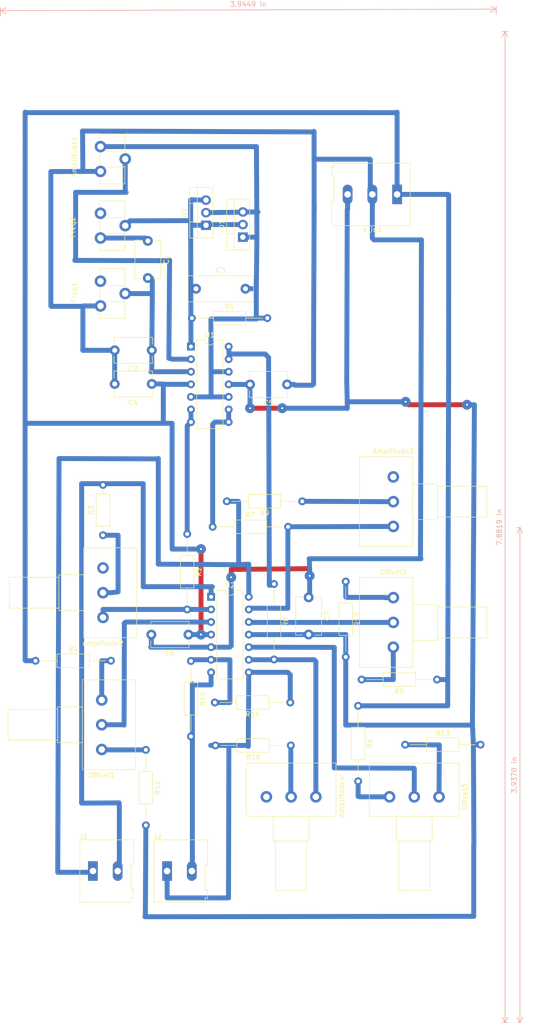
<source format=kicad_pcb>
(kicad_pcb (version 20171130) (host pcbnew 5.1.5-52549c5~84~ubuntu18.04.1)

  (general
    (thickness 1.6)
    (drawings 7)
    (tracks 270)
    (zones 0)
    (modules 38)
    (nets 37)
  )

  (page A4)
  (layers
    (0 F.Cu signal)
    (31 B.Cu signal)
    (32 B.Adhes user)
    (33 F.Adhes user)
    (34 B.Paste user)
    (35 F.Paste user)
    (36 B.SilkS user)
    (37 F.SilkS user)
    (38 B.Mask user)
    (39 F.Mask user)
    (40 Dwgs.User user)
    (41 Cmts.User user)
    (42 Eco1.User user)
    (43 Eco2.User user)
    (44 Edge.Cuts user)
    (45 Margin user)
    (46 B.CrtYd user)
    (47 F.CrtYd user)
    (48 B.Fab user)
    (49 F.Fab user)
  )

  (setup
    (last_trace_width 1)
    (trace_clearance 0.2)
    (zone_clearance 0.508)
    (zone_45_only no)
    (trace_min 0.2)
    (via_size 2)
    (via_drill 0.4)
    (via_min_size 0.4)
    (via_min_drill 0.3)
    (uvia_size 0.3)
    (uvia_drill 0.1)
    (uvias_allowed no)
    (uvia_min_size 0.2)
    (uvia_min_drill 0.1)
    (edge_width 0.15)
    (segment_width 0.2)
    (pcb_text_width 0.3)
    (pcb_text_size 1.5 1.5)
    (mod_edge_width 0.15)
    (mod_text_size 1 1)
    (mod_text_width 0.15)
    (pad_size 1.524 1.524)
    (pad_drill 0.762)
    (pad_to_mask_clearance 0.2)
    (aux_axis_origin 0 0)
    (visible_elements FFFFFF7F)
    (pcbplotparams
      (layerselection 0x00030_ffffffff)
      (usegerberextensions false)
      (usegerberattributes false)
      (usegerberadvancedattributes false)
      (creategerberjobfile false)
      (excludeedgelayer true)
      (linewidth 0.100000)
      (plotframeref false)
      (viasonmask false)
      (mode 1)
      (useauxorigin false)
      (hpglpennumber 1)
      (hpglpenspeed 20)
      (hpglpendiameter 15.000000)
      (psnegative false)
      (psa4output false)
      (plotreference true)
      (plotvalue true)
      (plotinvisibletext false)
      (padsonsilk false)
      (subtractmaskfromsilk false)
      (outputformat 1)
      (mirror false)
      (drillshape 0)
      (scaleselection 1)
      (outputdirectory ""))
  )

  (net 0 "")
  (net 1 GNDREF)
  (net 2 "Net-(Amplitude1-Pad2)")
  (net 3 "Net-(Amplitude1-Pad3)")
  (net 4 "Net-(Amplitude2-Pad1)")
  (net 5 "Net-(Amplitude2-Pad2)")
  (net 6 "Net-(Amplitude2-Pad3)")
  (net 7 "Net-(Amplitude3-Pad1)")
  (net 8 "Net-(Amplitude3-Pad2)")
  (net 9 "Net-(Amplitude3-Pad3)")
  (net 10 "Net-(Amplitude4-Pad1)")
  (net 11 "Net-(Amplitude4-Pad2)")
  (net 12 "Net-(Amplitude4-Pad3)")
  (net 13 "Net-(C1-Pad2)")
  (net 14 "Net-(C1-Pad1)")
  (net 15 "Net-(C3-Pad1)")
  (net 16 +12V)
  (net 17 -12V)
  (net 18 "Net-(Freq1-Pad3)")
  (net 19 "Net-(Freq2-Pad1)")
  (net 20 "Net-(J1-Pad2)")
  (net 21 "Net-(J1-Pad1)")
  (net 22 "Net-(J2-Pad2)")
  (net 23 "Net-(J2-Pad1)")
  (net 24 "Net-(Offset1-Pad1)")
  (net 25 "Net-(Offset1-Pad2)")
  (net 26 "Net-(Offset1-Pad3)")
  (net 27 "Net-(Offset2-Pad1)")
  (net 28 "Net-(Offset2-Pad2)")
  (net 29 "Net-(Offset2-Pad3)")
  (net 30 "Net-(Offset3-Pad1)")
  (net 31 "Net-(Offset3-Pad2)")
  (net 32 "Net-(Offset3-Pad3)")
  (net 33 "Net-(R2-Pad1)")
  (net 34 "Net-(R7-Pad1)")
  (net 35 "Net-(R8-Pad1)")
  (net 36 "Net-(R14-Pad2)")

  (net_class Default "This is the default net class."
    (clearance 0.2)
    (trace_width 1)
    (via_dia 2)
    (via_drill 0.4)
    (uvia_dia 0.3)
    (uvia_drill 0.1)
    (add_net +12V)
    (add_net -12V)
    (add_net GNDREF)
    (add_net "Net-(Amplitude1-Pad2)")
    (add_net "Net-(Amplitude1-Pad3)")
    (add_net "Net-(Amplitude2-Pad1)")
    (add_net "Net-(Amplitude2-Pad2)")
    (add_net "Net-(Amplitude2-Pad3)")
    (add_net "Net-(Amplitude3-Pad1)")
    (add_net "Net-(Amplitude3-Pad2)")
    (add_net "Net-(Amplitude3-Pad3)")
    (add_net "Net-(Amplitude4-Pad1)")
    (add_net "Net-(Amplitude4-Pad2)")
    (add_net "Net-(Amplitude4-Pad3)")
    (add_net "Net-(C1-Pad1)")
    (add_net "Net-(C1-Pad2)")
    (add_net "Net-(C3-Pad1)")
    (add_net "Net-(Freq1-Pad3)")
    (add_net "Net-(Freq2-Pad1)")
    (add_net "Net-(J1-Pad1)")
    (add_net "Net-(J1-Pad2)")
    (add_net "Net-(J2-Pad1)")
    (add_net "Net-(J2-Pad2)")
    (add_net "Net-(Offset1-Pad1)")
    (add_net "Net-(Offset1-Pad2)")
    (add_net "Net-(Offset1-Pad3)")
    (add_net "Net-(Offset2-Pad1)")
    (add_net "Net-(Offset2-Pad2)")
    (add_net "Net-(Offset2-Pad3)")
    (add_net "Net-(Offset3-Pad1)")
    (add_net "Net-(Offset3-Pad2)")
    (add_net "Net-(Offset3-Pad3)")
    (add_net "Net-(R14-Pad2)")
    (add_net "Net-(R2-Pad1)")
    (add_net "Net-(R7-Pad1)")
    (add_net "Net-(R8-Pad1)")
  )

  (module Resistor_THT:R_Axial_DIN0207_L6.3mm_D2.5mm_P15.24mm_Horizontal (layer F.Cu) (tedit 5AE5139B) (tstamp 5DDC4538)
    (at 150.9 151.75)
    (descr "Resistor, Axial_DIN0207 series, Axial, Horizontal, pin pitch=15.24mm, 0.25W = 1/4W, length*diameter=6.3*2.5mm^2, http://cdn-reichelt.de/documents/datenblatt/B400/1_4W%23YAG.pdf")
    (tags "Resistor Axial_DIN0207 series Axial Horizontal pin pitch 15.24mm 0.25W = 1/4W length 6.3mm diameter 2.5mm")
    (path /5DD1EE62)
    (fp_text reference R13 (at 7.62 -2.37) (layer F.SilkS)
      (effects (font (size 1 1) (thickness 0.15)))
    )
    (fp_text value 1k (at 7.62 2.37) (layer F.Fab)
      (effects (font (size 1 1) (thickness 0.15)))
    )
    (fp_text user %R (at 7.62 0) (layer F.Fab)
      (effects (font (size 1 1) (thickness 0.15)))
    )
    (fp_line (start 16.29 -1.5) (end -1.05 -1.5) (layer F.CrtYd) (width 0.05))
    (fp_line (start 16.29 1.5) (end 16.29 -1.5) (layer F.CrtYd) (width 0.05))
    (fp_line (start -1.05 1.5) (end 16.29 1.5) (layer F.CrtYd) (width 0.05))
    (fp_line (start -1.05 -1.5) (end -1.05 1.5) (layer F.CrtYd) (width 0.05))
    (fp_line (start 14.2 0) (end 10.89 0) (layer F.SilkS) (width 0.12))
    (fp_line (start 1.04 0) (end 4.35 0) (layer F.SilkS) (width 0.12))
    (fp_line (start 10.89 -1.37) (end 4.35 -1.37) (layer F.SilkS) (width 0.12))
    (fp_line (start 10.89 1.37) (end 10.89 -1.37) (layer F.SilkS) (width 0.12))
    (fp_line (start 4.35 1.37) (end 10.89 1.37) (layer F.SilkS) (width 0.12))
    (fp_line (start 4.35 -1.37) (end 4.35 1.37) (layer F.SilkS) (width 0.12))
    (fp_line (start 15.24 0) (end 10.77 0) (layer F.Fab) (width 0.1))
    (fp_line (start 0 0) (end 4.47 0) (layer F.Fab) (width 0.1))
    (fp_line (start 10.77 -1.25) (end 4.47 -1.25) (layer F.Fab) (width 0.1))
    (fp_line (start 10.77 1.25) (end 10.77 -1.25) (layer F.Fab) (width 0.1))
    (fp_line (start 4.47 1.25) (end 10.77 1.25) (layer F.Fab) (width 0.1))
    (fp_line (start 4.47 -1.25) (end 4.47 1.25) (layer F.Fab) (width 0.1))
    (pad 2 thru_hole oval (at 15.24 0) (size 1.6 1.6) (drill 0.8) (layers *.Cu *.Mask)
      (net 17 -12V))
    (pad 1 thru_hole circle (at 0 0) (size 1.6 1.6) (drill 0.8) (layers *.Cu *.Mask)
      (net 32 "Net-(Offset3-Pad3)"))
    (model ${KISYS3DMOD}/Resistor_THT.3dshapes/R_Axial_DIN0207_L6.3mm_D2.5mm_P15.24mm_Horizontal.wrl
      (at (xyz 0 0 0))
      (scale (xyz 1 1 1))
      (rotate (xyz 0 0 0))
    )
  )

  (module Package_TO_SOT_THT:TO-220-3_Vertical (layer F.Cu) (tedit 5AC8BA0D) (tstamp 5DDC140D)
    (at 110.65 46.85 90)
    (descr "TO-220-3, Vertical, RM 2.54mm, see https://www.vishay.com/docs/66542/to-220-1.pdf")
    (tags "TO-220-3 Vertical RM 2.54mm")
    (path /5DDC7F9C)
    (fp_text reference D2 (at 2.54 -4.27 90) (layer F.SilkS)
      (effects (font (size 1 1) (thickness 0.15)))
    )
    (fp_text value MBR30100 (at 2.54 2.5 90) (layer F.Fab)
      (effects (font (size 1 1) (thickness 0.15)))
    )
    (fp_text user %R (at 2.54 -4.27 90) (layer F.Fab)
      (effects (font (size 1 1) (thickness 0.15)))
    )
    (fp_line (start 7.79 -3.4) (end -2.71 -3.4) (layer F.CrtYd) (width 0.05))
    (fp_line (start 7.79 1.51) (end 7.79 -3.4) (layer F.CrtYd) (width 0.05))
    (fp_line (start -2.71 1.51) (end 7.79 1.51) (layer F.CrtYd) (width 0.05))
    (fp_line (start -2.71 -3.4) (end -2.71 1.51) (layer F.CrtYd) (width 0.05))
    (fp_line (start 4.391 -3.27) (end 4.391 -1.76) (layer F.SilkS) (width 0.12))
    (fp_line (start 0.69 -3.27) (end 0.69 -1.76) (layer F.SilkS) (width 0.12))
    (fp_line (start -2.58 -1.76) (end 7.66 -1.76) (layer F.SilkS) (width 0.12))
    (fp_line (start 7.66 -3.27) (end 7.66 1.371) (layer F.SilkS) (width 0.12))
    (fp_line (start -2.58 -3.27) (end -2.58 1.371) (layer F.SilkS) (width 0.12))
    (fp_line (start -2.58 1.371) (end 7.66 1.371) (layer F.SilkS) (width 0.12))
    (fp_line (start -2.58 -3.27) (end 7.66 -3.27) (layer F.SilkS) (width 0.12))
    (fp_line (start 4.39 -3.15) (end 4.39 -1.88) (layer F.Fab) (width 0.1))
    (fp_line (start 0.69 -3.15) (end 0.69 -1.88) (layer F.Fab) (width 0.1))
    (fp_line (start -2.46 -1.88) (end 7.54 -1.88) (layer F.Fab) (width 0.1))
    (fp_line (start 7.54 -3.15) (end -2.46 -3.15) (layer F.Fab) (width 0.1))
    (fp_line (start 7.54 1.25) (end 7.54 -3.15) (layer F.Fab) (width 0.1))
    (fp_line (start -2.46 1.25) (end 7.54 1.25) (layer F.Fab) (width 0.1))
    (fp_line (start -2.46 -3.15) (end -2.46 1.25) (layer F.Fab) (width 0.1))
    (pad 3 thru_hole oval (at 5.08 0 90) (size 1.905 2) (drill 1.1) (layers *.Cu *.Mask)
      (net 15 "Net-(C3-Pad1)"))
    (pad 2 thru_hole oval (at 2.54 0 90) (size 1.905 2) (drill 1.1) (layers *.Cu *.Mask)
      (net 3 "Net-(Amplitude1-Pad3)"))
    (pad 1 thru_hole rect (at 0 0 90) (size 1.905 2) (drill 1.1) (layers *.Cu *.Mask)
      (net 15 "Net-(C3-Pad1)"))
    (model ${KISYS3DMOD}/Package_TO_SOT_THT.3dshapes/TO-220-3_Vertical.wrl
      (at (xyz 0 0 0))
      (scale (xyz 1 1 1))
      (rotate (xyz 0 0 0))
    )
  )

  (module Package_TO_SOT_THT:TO-220-3_Vertical (layer F.Cu) (tedit 5AC8BA0D) (tstamp 5DDC13F3)
    (at 118.1 49.25 90)
    (descr "TO-220-3, Vertical, RM 2.54mm, see https://www.vishay.com/docs/66542/to-220-1.pdf")
    (tags "TO-220-3 Vertical RM 2.54mm")
    (path /5DDDE92B)
    (fp_text reference D1 (at 2.54 -4.27 90) (layer F.SilkS)
      (effects (font (size 1 1) (thickness 0.15)))
    )
    (fp_text value MBR30100 (at 2.54 2.5 90) (layer F.Fab)
      (effects (font (size 1 1) (thickness 0.15)))
    )
    (fp_text user %R (at 2.54 -4.27 90) (layer F.Fab)
      (effects (font (size 1 1) (thickness 0.15)))
    )
    (fp_line (start 7.79 -3.4) (end -2.71 -3.4) (layer F.CrtYd) (width 0.05))
    (fp_line (start 7.79 1.51) (end 7.79 -3.4) (layer F.CrtYd) (width 0.05))
    (fp_line (start -2.71 1.51) (end 7.79 1.51) (layer F.CrtYd) (width 0.05))
    (fp_line (start -2.71 -3.4) (end -2.71 1.51) (layer F.CrtYd) (width 0.05))
    (fp_line (start 4.391 -3.27) (end 4.391 -1.76) (layer F.SilkS) (width 0.12))
    (fp_line (start 0.69 -3.27) (end 0.69 -1.76) (layer F.SilkS) (width 0.12))
    (fp_line (start -2.58 -1.76) (end 7.66 -1.76) (layer F.SilkS) (width 0.12))
    (fp_line (start 7.66 -3.27) (end 7.66 1.371) (layer F.SilkS) (width 0.12))
    (fp_line (start -2.58 -3.27) (end -2.58 1.371) (layer F.SilkS) (width 0.12))
    (fp_line (start -2.58 1.371) (end 7.66 1.371) (layer F.SilkS) (width 0.12))
    (fp_line (start -2.58 -3.27) (end 7.66 -3.27) (layer F.SilkS) (width 0.12))
    (fp_line (start 4.39 -3.15) (end 4.39 -1.88) (layer F.Fab) (width 0.1))
    (fp_line (start 0.69 -3.15) (end 0.69 -1.88) (layer F.Fab) (width 0.1))
    (fp_line (start -2.46 -1.88) (end 7.54 -1.88) (layer F.Fab) (width 0.1))
    (fp_line (start 7.54 -3.15) (end -2.46 -3.15) (layer F.Fab) (width 0.1))
    (fp_line (start 7.54 1.25) (end 7.54 -3.15) (layer F.Fab) (width 0.1))
    (fp_line (start -2.46 1.25) (end 7.54 1.25) (layer F.Fab) (width 0.1))
    (fp_line (start -2.46 -3.15) (end -2.46 1.25) (layer F.Fab) (width 0.1))
    (pad 3 thru_hole oval (at 5.08 0 90) (size 1.905 2) (drill 1.1) (layers *.Cu *.Mask)
      (net 3 "Net-(Amplitude1-Pad3)"))
    (pad 2 thru_hole oval (at 2.54 0 90) (size 1.905 2) (drill 1.1) (layers *.Cu *.Mask)
      (net 15 "Net-(C3-Pad1)"))
    (pad 1 thru_hole rect (at 0 0 90) (size 1.905 2) (drill 1.1) (layers *.Cu *.Mask)
      (net 3 "Net-(Amplitude1-Pad3)"))
    (model ${KISYS3DMOD}/Package_TO_SOT_THT.3dshapes/TO-220-3_Vertical.wrl
      (at (xyz 0 0 0))
      (scale (xyz 1 1 1))
      (rotate (xyz 0 0 0))
    )
  )

  (module TerminalBlock:TerminalBlock_Altech_AK300-2_P5.00mm (layer F.Cu) (tedit 5DD8232F) (tstamp 5DD9A139)
    (at 102.79 177.27)
    (descr "Altech AK300 terminal block, pitch 5.0mm, 45 degree angled, see http://www.mouser.com/ds/2/16/PCBMETRC-24178.pdf")
    (tags "Altech AK300 terminal block pitch 5.0mm")
    (path /5DDED57A)
    (fp_text reference J2 (at -1.92 -6.99 180) (layer F.SilkS)
      (effects (font (size 1 1) (thickness 0.15)))
    )
    (fp_text value E3_E3_INV (at 2.78 7.75 180) (layer F.Fab)
      (effects (font (size 1 1) (thickness 0.15)))
    )
    (fp_arc (start -1.13 -4.65) (end -1.42 -4.13) (angle 104.2) (layer F.Fab) (width 0.1))
    (fp_arc (start -0.01 -3.71) (end -1.62 -5) (angle 100) (layer F.Fab) (width 0.1))
    (fp_arc (start 0.06 -6.07) (end 1.53 -4.12) (angle 75.5) (layer F.Fab) (width 0.1))
    (fp_arc (start 1.03 -4.59) (end 1.53 -5.05) (angle 90.5) (layer F.Fab) (width 0.1))
    (fp_arc (start 3.87 -4.65) (end 3.58 -4.13) (angle 104.2) (layer F.Fab) (width 0.1))
    (fp_arc (start 4.99 -3.71) (end 3.39 -5) (angle 100) (layer F.Fab) (width 0.1))
    (fp_arc (start 5.07 -6.07) (end 6.53 -4.12) (angle 75.5) (layer F.Fab) (width 0.1))
    (fp_arc (start 6.03 -4.59) (end 6.54 -5.05) (angle 90.5) (layer F.Fab) (width 0.1))
    (fp_line (start 8.36 6.47) (end -2.83 6.47) (layer F.CrtYd) (width 0.05))
    (fp_line (start 8.36 6.47) (end 8.36 -6.47) (layer F.CrtYd) (width 0.05))
    (fp_line (start -2.83 -6.47) (end -2.83 6.47) (layer F.CrtYd) (width 0.05))
    (fp_line (start -2.83 -6.47) (end 8.36 -6.47) (layer F.CrtYd) (width 0.05))
    (fp_line (start 3.36 -0.25) (end 6.67 -0.25) (layer F.Fab) (width 0.1))
    (fp_line (start 2.98 -0.25) (end 3.36 -0.25) (layer F.Fab) (width 0.1))
    (fp_line (start 7.05 -0.25) (end 6.67 -0.25) (layer F.Fab) (width 0.1))
    (fp_line (start 6.67 -0.64) (end 3.36 -0.64) (layer F.Fab) (width 0.1))
    (fp_line (start 7.61 -0.64) (end 6.67 -0.64) (layer F.Fab) (width 0.1))
    (fp_line (start 1.66 -0.64) (end 3.36 -0.64) (layer F.Fab) (width 0.1))
    (fp_line (start -1.64 -0.64) (end 1.66 -0.64) (layer F.Fab) (width 0.1))
    (fp_line (start -2.58 -0.64) (end -1.64 -0.64) (layer F.Fab) (width 0.1))
    (fp_line (start 1.66 -0.25) (end -1.64 -0.25) (layer F.Fab) (width 0.1))
    (fp_line (start 2.04 -0.25) (end 1.66 -0.25) (layer F.Fab) (width 0.1))
    (fp_line (start -2.02 -0.25) (end -1.64 -0.25) (layer F.Fab) (width 0.1))
    (fp_line (start -1.49 -4.32) (end 1.56 -4.95) (layer F.Fab) (width 0.1))
    (fp_line (start -1.62 -4.45) (end 1.44 -5.08) (layer F.Fab) (width 0.1))
    (fp_line (start 3.52 -4.32) (end 6.56 -4.95) (layer F.Fab) (width 0.1))
    (fp_line (start 3.39 -4.45) (end 6.44 -5.08) (layer F.Fab) (width 0.1))
    (fp_line (start 2.04 -5.97) (end -2.02 -5.97) (layer F.Fab) (width 0.1))
    (fp_line (start -2.02 -3.43) (end -2.02 -5.97) (layer F.Fab) (width 0.1))
    (fp_line (start 2.04 -3.43) (end -2.02 -3.43) (layer F.Fab) (width 0.1))
    (fp_line (start 2.04 -3.43) (end 2.04 -5.97) (layer F.Fab) (width 0.1))
    (fp_line (start 7.05 -3.43) (end 2.98 -3.43) (layer F.Fab) (width 0.1))
    (fp_line (start 7.05 -5.97) (end 7.05 -3.43) (layer F.Fab) (width 0.1))
    (fp_line (start 2.98 -5.97) (end 7.05 -5.97) (layer F.Fab) (width 0.1))
    (fp_line (start 2.98 -3.43) (end 2.98 -5.97) (layer F.Fab) (width 0.1))
    (fp_line (start 7.61 -3.17) (end 7.61 -1.65) (layer F.Fab) (width 0.1))
    (fp_line (start -2.58 -3.17) (end -2.58 -6.22) (layer F.Fab) (width 0.1))
    (fp_line (start -2.58 -3.17) (end 7.61 -3.17) (layer F.Fab) (width 0.1))
    (fp_line (start 7.61 -0.64) (end 7.61 4.06) (layer F.Fab) (width 0.1))
    (fp_line (start 7.61 -1.65) (end 7.61 -0.64) (layer F.Fab) (width 0.1))
    (fp_line (start -2.58 -0.64) (end -2.58 -3.17) (layer F.Fab) (width 0.1))
    (fp_line (start -2.58 6.22) (end -2.58 -0.64) (layer F.Fab) (width 0.1))
    (fp_line (start 6.67 0.51) (end 6.28 0.51) (layer F.Fab) (width 0.1))
    (fp_line (start 3.36 0.51) (end 3.74 0.51) (layer F.Fab) (width 0.1))
    (fp_line (start 1.66 0.51) (end 1.28 0.51) (layer F.Fab) (width 0.1))
    (fp_line (start -1.64 0.51) (end -1.26 0.51) (layer F.Fab) (width 0.1))
    (fp_line (start -1.64 3.68) (end -1.64 0.51) (layer F.Fab) (width 0.1))
    (fp_line (start 1.66 3.68) (end -1.64 3.68) (layer F.Fab) (width 0.1))
    (fp_line (start 1.66 3.68) (end 1.66 0.51) (layer F.Fab) (width 0.1))
    (fp_line (start 3.36 3.68) (end 3.36 0.51) (layer F.Fab) (width 0.1))
    (fp_line (start 6.67 3.68) (end 3.36 3.68) (layer F.Fab) (width 0.1))
    (fp_line (start 6.67 3.68) (end 6.67 0.51) (layer F.Fab) (width 0.1))
    (fp_line (start -2.02 4.32) (end -2.02 6.22) (layer F.Fab) (width 0.1))
    (fp_line (start 2.04 4.32) (end 2.04 -0.25) (layer F.Fab) (width 0.1))
    (fp_line (start 2.04 4.32) (end -2.02 4.32) (layer F.Fab) (width 0.1))
    (fp_line (start 7.05 4.32) (end 7.05 6.22) (layer F.Fab) (width 0.1))
    (fp_line (start 2.98 4.32) (end 2.98 -0.25) (layer F.Fab) (width 0.1))
    (fp_line (start 2.98 4.32) (end 7.05 4.32) (layer F.Fab) (width 0.1))
    (fp_line (start -2.02 6.22) (end 2.04 6.22) (layer F.Fab) (width 0.1))
    (fp_line (start -2.58 6.22) (end -2.02 6.22) (layer F.Fab) (width 0.1))
    (fp_line (start -2.02 -0.25) (end -2.02 4.32) (layer F.Fab) (width 0.1))
    (fp_line (start 2.04 6.22) (end 2.98 6.22) (layer F.Fab) (width 0.1))
    (fp_line (start 2.04 6.22) (end 2.04 4.32) (layer F.Fab) (width 0.1))
    (fp_line (start 7.05 6.22) (end 7.61 6.22) (layer F.Fab) (width 0.1))
    (fp_line (start 2.98 6.22) (end 7.05 6.22) (layer F.Fab) (width 0.1))
    (fp_line (start 7.05 -0.25) (end 7.05 4.32) (layer F.Fab) (width 0.1))
    (fp_line (start 2.98 6.22) (end 2.98 4.32) (layer F.Fab) (width 0.1))
    (fp_line (start 8.11 3.81) (end 8.11 5.46) (layer F.Fab) (width 0.1))
    (fp_line (start 7.61 4.06) (end 7.61 5.21) (layer F.Fab) (width 0.1))
    (fp_line (start 8.11 3.81) (end 7.61 4.06) (layer F.Fab) (width 0.1))
    (fp_line (start 7.61 5.21) (end 7.61 6.22) (layer F.Fab) (width 0.1))
    (fp_line (start 8.11 5.46) (end 7.61 5.21) (layer F.Fab) (width 0.1))
    (fp_line (start 8.11 -1.4) (end 7.61 -1.65) (layer F.Fab) (width 0.1))
    (fp_line (start 8.11 -6.22) (end 8.11 -1.4) (layer F.Fab) (width 0.1))
    (fp_line (start 7.61 -6.22) (end 8.11 -6.22) (layer F.Fab) (width 0.1))
    (fp_line (start 7.61 -6.22) (end -2.58 -6.22) (layer F.Fab) (width 0.1))
    (fp_line (start 7.61 -6.22) (end 7.61 -3.17) (layer F.Fab) (width 0.1))
    (fp_line (start 3.74 2.54) (end 3.74 -0.25) (layer F.Fab) (width 0.1))
    (fp_line (start 3.74 -0.25) (end 6.28 -0.25) (layer F.Fab) (width 0.1))
    (fp_line (start 6.28 2.54) (end 6.28 -0.25) (layer F.Fab) (width 0.1))
    (fp_line (start 3.74 2.54) (end 6.28 2.54) (layer F.Fab) (width 0.1))
    (fp_line (start -1.26 2.54) (end -1.26 -0.25) (layer F.Fab) (width 0.1))
    (fp_line (start -1.26 -0.25) (end 1.28 -0.25) (layer F.Fab) (width 0.1))
    (fp_line (start 1.28 2.54) (end 1.28 -0.25) (layer F.Fab) (width 0.1))
    (fp_line (start -1.26 2.54) (end 1.28 2.54) (layer F.Fab) (width 0.1))
    (fp_line (start 8.2 -6.3) (end -2.65 -6.3) (layer F.SilkS) (width 0.12))
    (fp_line (start 8.2 -1.2) (end 8.2 -6.3) (layer F.SilkS) (width 0.12))
    (fp_line (start 7.7 -1.5) (end 8.2 -1.2) (layer F.SilkS) (width 0.12))
    (fp_line (start 7.7 3.9) (end 7.7 -1.5) (layer F.SilkS) (width 0.12))
    (fp_line (start 8.2 3.65) (end 7.7 3.9) (layer F.SilkS) (width 0.12))
    (fp_line (start 8.2 3.7) (end 8.2 3.65) (layer F.SilkS) (width 0.12))
    (fp_line (start 8.2 5.6) (end 8.2 3.7) (layer F.SilkS) (width 0.12))
    (fp_line (start 7.7 5.35) (end 8.2 5.6) (layer F.SilkS) (width 0.12))
    (fp_line (start 7.7 6.3) (end 7.7 5.35) (layer F.SilkS) (width 0.12))
    (fp_line (start -2.65 6.3) (end 7.7 6.3) (layer F.SilkS) (width 0.12))
    (fp_line (start -2.65 -6.3) (end -2.65 6.3) (layer F.SilkS) (width 0.12))
    (fp_text user %R (at 2.5 -2 180) (layer F.Fab)
      (effects (font (size 1 1) (thickness 0.15)))
    )
    (pad 2 thru_hole oval (at 5 0) (size 1.98 3.96) (drill 1.32) (layers *.Cu *.Mask)
      (net 22 "Net-(J2-Pad2)"))
    (pad 1 thru_hole rect (at 0 0) (size 1.98 3.96) (drill 1.32) (layers *.Cu *.Mask)
      (net 23 "Net-(J2-Pad1)"))
    (model ${KISYS3DMOD}/TerminalBlock.3dshapes/TerminalBlock_Altech_AK300-2_P5.00mm.wrl
      (at (xyz 0 0 0))
      (scale (xyz 1 1 1))
      (rotate (xyz 0 0 0))
    )
    (model ${KISYS3DMOD}/TerminalBlock_Altech.3dshapes/Altech_AK300_1x02_P5.00mm_45-Degree.wrl
      (at (xyz 0 0 0))
      (scale (xyz 1 1 1))
      (rotate (xyz 0 0 0))
    )
  )

  (module TerminalBlock:TerminalBlock_Altech_AK300-3_P5.00mm (layer F.Cu) (tedit 5DD814D8) (tstamp 5DD9ADB2)
    (at 149.272 40.618 180)
    (descr "Altech AK300 terminal block, pitch 5.0mm, 45 degree angled, see http://www.mouser.com/ds/2/16/PCBMETRC-24178.pdf")
    (tags "Altech AK300 terminal block pitch 5.0mm")
    (path /5DE1469D)
    (fp_text reference V_in1 (at 5 -7.1) (layer F.SilkS)
      (effects (font (size 1 1) (thickness 0.15)))
    )
    (fp_text value Screw_Terminal_01x03 (at 4.95 7.3) (layer F.Fab)
      (effects (font (size 1 1) (thickness 0.15)))
    )
    (fp_arc (start -1.16 -4.66) (end -1.44 -4.14) (angle 104.2) (layer F.Fab) (width 0.1))
    (fp_arc (start -0.04 -3.72) (end -1.64 -5.01) (angle 100) (layer F.Fab) (width 0.1))
    (fp_arc (start 0.04 -6.08) (end 1.5 -4.13) (angle 75.5) (layer F.Fab) (width 0.1))
    (fp_arc (start 1 -4.6) (end 1.51 -5.06) (angle 90.5) (layer F.Fab) (width 0.1))
    (fp_arc (start 3.85 -4.66) (end 3.56 -4.14) (angle 104.2) (layer F.Fab) (width 0.1))
    (fp_arc (start 4.96 -3.72) (end 3.36 -5.01) (angle 100) (layer F.Fab) (width 0.1))
    (fp_arc (start 5.04 -6.08) (end 6.5 -4.13) (angle 75.5) (layer F.Fab) (width 0.1))
    (fp_arc (start 6.01 -4.6) (end 6.51 -5.06) (angle 90.5) (layer F.Fab) (width 0.1))
    (fp_arc (start 11.09 -4.6) (end 11.59 -5.06) (angle 90.5) (layer F.Fab) (width 0.1))
    (fp_arc (start 10.12 -6.08) (end 11.58 -4.13) (angle 75.5) (layer F.Fab) (width 0.1))
    (fp_arc (start 10.04 -3.72) (end 8.44 -5.01) (angle 100) (layer F.Fab) (width 0.1))
    (fp_arc (start 8.93 -4.66) (end 8.64 -4.14) (angle 104.2) (layer F.Fab) (width 0.1))
    (fp_line (start 13.42 6.46) (end -2.83 6.46) (layer F.CrtYd) (width 0.05))
    (fp_line (start 13.42 6.46) (end 13.42 -6.48) (layer F.CrtYd) (width 0.05))
    (fp_line (start -2.83 -6.48) (end -2.83 6.46) (layer F.CrtYd) (width 0.05))
    (fp_line (start -2.83 -6.48) (end 13.42 -6.48) (layer F.CrtYd) (width 0.05))
    (fp_line (start 3.34 -0.26) (end 6.64 -0.26) (layer F.Fab) (width 0.1))
    (fp_line (start 2.96 -0.26) (end 3.34 -0.26) (layer F.Fab) (width 0.1))
    (fp_line (start 7.02 -0.26) (end 6.64 -0.26) (layer F.Fab) (width 0.1))
    (fp_line (start 1.64 -0.26) (end -1.67 -0.26) (layer F.Fab) (width 0.1))
    (fp_line (start 2.02 -0.26) (end 1.64 -0.26) (layer F.Fab) (width 0.1))
    (fp_line (start -2.05 -0.26) (end -1.67 -0.26) (layer F.Fab) (width 0.1))
    (fp_line (start -1.51 -4.33) (end 1.53 -4.96) (layer F.Fab) (width 0.1))
    (fp_line (start -1.64 -4.46) (end 1.41 -5.09) (layer F.Fab) (width 0.1))
    (fp_line (start 3.49 -4.33) (end 6.54 -4.96) (layer F.Fab) (width 0.1))
    (fp_line (start 3.36 -4.46) (end 6.41 -5.09) (layer F.Fab) (width 0.1))
    (fp_line (start 2.02 -5.98) (end -2.05 -5.98) (layer F.Fab) (width 0.1))
    (fp_line (start -2.05 -3.44) (end -2.05 -5.98) (layer F.Fab) (width 0.1))
    (fp_line (start 2.02 -3.44) (end -2.05 -3.44) (layer F.Fab) (width 0.1))
    (fp_line (start 2.02 -3.44) (end 2.02 -5.98) (layer F.Fab) (width 0.1))
    (fp_line (start 7.02 -3.44) (end 2.96 -3.44) (layer F.Fab) (width 0.1))
    (fp_line (start 7.02 -5.98) (end 7.02 -3.44) (layer F.Fab) (width 0.1))
    (fp_line (start 2.96 -5.98) (end 7.02 -5.98) (layer F.Fab) (width 0.1))
    (fp_line (start 2.96 -3.44) (end 2.96 -5.98) (layer F.Fab) (width 0.1))
    (fp_line (start -2.58 -3.19) (end -2.58 -6.23) (layer F.Fab) (width 0.1))
    (fp_line (start -2.58 -3.19) (end 7.58 -3.19) (layer F.Fab) (width 0.1))
    (fp_line (start -2.58 -0.65) (end -2.58 -3.19) (layer F.Fab) (width 0.1))
    (fp_line (start -2.58 6.21) (end -2.58 -0.65) (layer F.Fab) (width 0.1))
    (fp_line (start 6.64 0.5) (end 6.26 0.5) (layer F.Fab) (width 0.1))
    (fp_line (start 3.34 0.5) (end 3.72 0.5) (layer F.Fab) (width 0.1))
    (fp_line (start 1.64 0.5) (end 1.26 0.5) (layer F.Fab) (width 0.1))
    (fp_line (start -1.67 0.5) (end -1.28 0.5) (layer F.Fab) (width 0.1))
    (fp_line (start -1.67 3.67) (end -1.67 0.5) (layer F.Fab) (width 0.1))
    (fp_line (start 1.64 3.67) (end -1.67 3.67) (layer F.Fab) (width 0.1))
    (fp_line (start 1.64 3.67) (end 1.64 0.5) (layer F.Fab) (width 0.1))
    (fp_line (start 3.34 3.67) (end 3.34 0.5) (layer F.Fab) (width 0.1))
    (fp_line (start 6.64 3.67) (end 3.34 3.67) (layer F.Fab) (width 0.1))
    (fp_line (start 6.64 3.67) (end 6.64 0.5) (layer F.Fab) (width 0.1))
    (fp_line (start -2.05 4.31) (end -2.05 6.21) (layer F.Fab) (width 0.1))
    (fp_line (start 2.02 4.31) (end 2.02 -0.26) (layer F.Fab) (width 0.1))
    (fp_line (start 2.02 4.31) (end -2.05 4.31) (layer F.Fab) (width 0.1))
    (fp_line (start 7.02 4.31) (end 7.02 6.21) (layer F.Fab) (width 0.1))
    (fp_line (start 2.96 4.31) (end 2.96 -0.26) (layer F.Fab) (width 0.1))
    (fp_line (start 2.96 4.31) (end 7.02 4.31) (layer F.Fab) (width 0.1))
    (fp_line (start -2.05 6.21) (end 2.02 6.21) (layer F.Fab) (width 0.1))
    (fp_line (start -2.58 6.21) (end -2.05 6.21) (layer F.Fab) (width 0.1))
    (fp_line (start -2.05 -0.26) (end -2.05 4.31) (layer F.Fab) (width 0.1))
    (fp_line (start 2.02 6.21) (end 2.96 6.21) (layer F.Fab) (width 0.1))
    (fp_line (start 2.02 6.21) (end 2.02 4.31) (layer F.Fab) (width 0.1))
    (fp_line (start 7.02 6.21) (end 7.58 6.21) (layer F.Fab) (width 0.1))
    (fp_line (start 2.96 6.21) (end 7.02 6.21) (layer F.Fab) (width 0.1))
    (fp_line (start 7.02 -0.26) (end 7.02 4.31) (layer F.Fab) (width 0.1))
    (fp_line (start 2.96 6.21) (end 2.96 4.31) (layer F.Fab) (width 0.1))
    (fp_line (start 8.02 4.05) (end 8.02 5.2) (layer F.Fab) (width 0.1))
    (fp_line (start 8.02 5.2) (end 8.02 6.21) (layer F.Fab) (width 0.1))
    (fp_line (start 3.72 2.53) (end 3.72 -0.26) (layer F.Fab) (width 0.1))
    (fp_line (start 3.72 -0.26) (end 6.26 -0.26) (layer F.Fab) (width 0.1))
    (fp_line (start 6.26 2.53) (end 6.26 -0.26) (layer F.Fab) (width 0.1))
    (fp_line (start 3.72 2.53) (end 6.26 2.53) (layer F.Fab) (width 0.1))
    (fp_line (start -1.28 2.53) (end -1.28 -0.26) (layer F.Fab) (width 0.1))
    (fp_line (start -1.28 -0.26) (end 1.26 -0.26) (layer F.Fab) (width 0.1))
    (fp_line (start 1.26 2.53) (end 1.26 -0.26) (layer F.Fab) (width 0.1))
    (fp_line (start -1.28 2.53) (end 1.26 2.53) (layer F.Fab) (width 0.1))
    (fp_line (start 8.8 2.53) (end 11.34 2.53) (layer F.Fab) (width 0.1))
    (fp_line (start 11.34 2.53) (end 11.34 -0.26) (layer F.Fab) (width 0.1))
    (fp_line (start 8.8 -0.26) (end 11.34 -0.26) (layer F.Fab) (width 0.1))
    (fp_line (start 8.8 2.53) (end 8.8 -0.26) (layer F.Fab) (width 0.1))
    (fp_line (start 12.66 -6.23) (end 12.66 -3.19) (layer F.Fab) (width 0.1))
    (fp_line (start 12.66 -6.23) (end 13.17 -6.23) (layer F.Fab) (width 0.1))
    (fp_line (start 13.17 -6.23) (end 13.17 -1.41) (layer F.Fab) (width 0.1))
    (fp_line (start 13.17 -1.41) (end 12.66 -1.66) (layer F.Fab) (width 0.1))
    (fp_line (start 13.17 5.45) (end 12.66 5.2) (layer F.Fab) (width 0.1))
    (fp_line (start 12.66 5.2) (end 12.66 6.21) (layer F.Fab) (width 0.1))
    (fp_line (start 13.17 3.8) (end 12.66 4.05) (layer F.Fab) (width 0.1))
    (fp_line (start 12.66 4.05) (end 12.66 5.2) (layer F.Fab) (width 0.1))
    (fp_line (start 13.17 3.8) (end 13.17 5.45) (layer F.Fab) (width 0.1))
    (fp_line (start 8.04 6.21) (end 8.04 4.31) (layer F.Fab) (width 0.1))
    (fp_line (start 12.1 -0.26) (end 12.1 4.31) (layer F.Fab) (width 0.1))
    (fp_line (start 12.1 6.21) (end 12.66 6.21) (layer F.Fab) (width 0.1))
    (fp_line (start 8.04 4.31) (end 12.1 4.31) (layer F.Fab) (width 0.1))
    (fp_line (start 12.1 4.31) (end 12.1 6.21) (layer F.Fab) (width 0.1))
    (fp_line (start 11.72 3.67) (end 11.72 0.5) (layer F.Fab) (width 0.1))
    (fp_line (start 11.72 3.67) (end 8.42 3.67) (layer F.Fab) (width 0.1))
    (fp_line (start 8.42 3.67) (end 8.42 0.5) (layer F.Fab) (width 0.1))
    (fp_line (start 8.42 0.5) (end 8.8 0.5) (layer F.Fab) (width 0.1))
    (fp_line (start 11.72 0.5) (end 11.34 0.5) (layer F.Fab) (width 0.1))
    (fp_line (start 12.66 -1.66) (end 12.66 -0.65) (layer F.Fab) (width 0.1))
    (fp_line (start 12.66 -0.65) (end 12.66 4.05) (layer F.Fab) (width 0.1))
    (fp_line (start 12.66 -3.19) (end 12.66 -1.66) (layer F.Fab) (width 0.1))
    (fp_line (start 8.04 -3.44) (end 8.04 -5.98) (layer F.Fab) (width 0.1))
    (fp_line (start 8.04 -5.98) (end 12.1 -5.98) (layer F.Fab) (width 0.1))
    (fp_line (start 12.1 -5.98) (end 12.1 -3.44) (layer F.Fab) (width 0.1))
    (fp_line (start 12.1 -3.44) (end 8.04 -3.44) (layer F.Fab) (width 0.1))
    (fp_line (start 8.44 -4.46) (end 11.49 -5.09) (layer F.Fab) (width 0.1))
    (fp_line (start 8.57 -4.33) (end 11.62 -4.96) (layer F.Fab) (width 0.1))
    (fp_line (start 12.1 -0.26) (end 11.72 -0.26) (layer F.Fab) (width 0.1))
    (fp_line (start 8.04 -0.26) (end 8.42 -0.26) (layer F.Fab) (width 0.1))
    (fp_line (start 8.42 -0.26) (end 11.72 -0.26) (layer F.Fab) (width 0.1))
    (fp_line (start -2.58 -6.23) (end 12.66 -6.23) (layer F.Fab) (width 0.1))
    (fp_line (start 7.58 -3.19) (end 12.6 -3.19) (layer F.Fab) (width 0.1))
    (fp_line (start 12.09 6.21) (end 7.58 6.21) (layer F.Fab) (width 0.1))
    (fp_line (start 8.02 3.99) (end 8.02 -0.26) (layer F.Fab) (width 0.1))
    (fp_line (start 12.66 -0.65) (end -2.52 -0.65) (layer F.Fab) (width 0.1))
    (fp_line (start 13.25 -6.3) (end -2.65 -6.3) (layer F.SilkS) (width 0.12))
    (fp_line (start 13.25 -1.25) (end 13.25 -6.3) (layer F.SilkS) (width 0.12))
    (fp_line (start 12.75 -1.5) (end 13.25 -1.25) (layer F.SilkS) (width 0.12))
    (fp_line (start 12.75 3.9) (end 12.75 -1.5) (layer F.SilkS) (width 0.12))
    (fp_line (start 13.25 3.65) (end 12.75 3.9) (layer F.SilkS) (width 0.12))
    (fp_line (start 13.25 5.65) (end 13.25 3.65) (layer F.SilkS) (width 0.12))
    (fp_line (start 12.75 5.35) (end 13.25 5.65) (layer F.SilkS) (width 0.12))
    (fp_line (start 12.75 6.3) (end 12.75 5.35) (layer F.SilkS) (width 0.12))
    (fp_line (start -2.65 6.3) (end 12.75 6.3) (layer F.SilkS) (width 0.12))
    (fp_line (start -2.65 -6.3) (end -2.65 6.3) (layer F.SilkS) (width 0.12))
    (fp_text user %R (at 5 -2) (layer F.Fab)
      (effects (font (size 1 1) (thickness 0.15)))
    )
    (pad 3 thru_hole oval (at 10 0 180) (size 1.98 3.96) (drill 1.32) (layers *.Cu *.Mask)
      (net 17 -12V))
    (pad 2 thru_hole oval (at 5 0 180) (size 1.98 3.96) (drill 1.32) (layers *.Cu *.Mask)
      (net 1 GNDREF))
    (pad 1 thru_hole rect (at 0 0 180) (size 1.98 3.96) (drill 1.32) (layers *.Cu *.Mask)
      (net 16 +12V))
    (model ${KISYS3DMOD}/TerminalBlock.3dshapes/TerminalBlock_Altech_AK300-3_P5.00mm.wrl
      (at (xyz 0 0 0))
      (scale (xyz 1 1 1))
      (rotate (xyz 0 0 0))
    )
    (model ${KISYS3DMOD}/TerminalBlock_Altech.3dshapes/Altech_AK300_1x03_P5.00mm_45-Degree.wrl
      (at (xyz 0 0 0))
      (scale (xyz 1 1 1))
      (rotate (xyz 0 0 0))
    )
  )

  (module TerminalBlock:TerminalBlock_Altech_AK300-2_P5.00mm (layer F.Cu) (tedit 5DD6F9BF) (tstamp 5DD9AC64)
    (at 87.804 177.27)
    (descr "Altech AK300 terminal block, pitch 5.0mm, 45 degree angled, see http://www.mouser.com/ds/2/16/PCBMETRC-24178.pdf")
    (tags "Altech AK300 terminal block pitch 5.0mm")
    (path /5DDDE67B)
    (fp_text reference J1 (at -1.92 -6.99) (layer F.SilkS)
      (effects (font (size 1 1) (thickness 0.15)))
    )
    (fp_text value E1_E2 (at 2.78 7.75) (layer F.Fab)
      (effects (font (size 1 1) (thickness 0.15)))
    )
    (fp_arc (start -1.13 -4.65) (end -1.42 -4.13) (angle 104.2) (layer F.Fab) (width 0.1))
    (fp_arc (start -0.01 -3.71) (end -1.62 -5) (angle 100) (layer F.Fab) (width 0.1))
    (fp_arc (start 0.06 -6.07) (end 1.53 -4.12) (angle 75.5) (layer F.Fab) (width 0.1))
    (fp_arc (start 1.03 -4.59) (end 1.53 -5.05) (angle 90.5) (layer F.Fab) (width 0.1))
    (fp_arc (start 3.87 -4.65) (end 3.58 -4.13) (angle 104.2) (layer F.Fab) (width 0.1))
    (fp_arc (start 4.99 -3.71) (end 3.39 -5) (angle 100) (layer F.Fab) (width 0.1))
    (fp_arc (start 5.07 -6.07) (end 6.53 -4.12) (angle 75.5) (layer F.Fab) (width 0.1))
    (fp_arc (start 6.03 -4.59) (end 6.54 -5.05) (angle 90.5) (layer F.Fab) (width 0.1))
    (fp_line (start 8.36 6.47) (end -2.83 6.47) (layer F.CrtYd) (width 0.05))
    (fp_line (start 8.36 6.47) (end 8.36 -6.47) (layer F.CrtYd) (width 0.05))
    (fp_line (start -2.83 -6.47) (end -2.83 6.47) (layer F.CrtYd) (width 0.05))
    (fp_line (start -2.83 -6.47) (end 8.36 -6.47) (layer F.CrtYd) (width 0.05))
    (fp_line (start 3.36 -0.25) (end 6.67 -0.25) (layer F.Fab) (width 0.1))
    (fp_line (start 2.98 -0.25) (end 3.36 -0.25) (layer F.Fab) (width 0.1))
    (fp_line (start 7.05 -0.25) (end 6.67 -0.25) (layer F.Fab) (width 0.1))
    (fp_line (start 6.67 -0.64) (end 3.36 -0.64) (layer F.Fab) (width 0.1))
    (fp_line (start 7.61 -0.64) (end 6.67 -0.64) (layer F.Fab) (width 0.1))
    (fp_line (start 1.66 -0.64) (end 3.36 -0.64) (layer F.Fab) (width 0.1))
    (fp_line (start -1.64 -0.64) (end 1.66 -0.64) (layer F.Fab) (width 0.1))
    (fp_line (start -2.58 -0.64) (end -1.64 -0.64) (layer F.Fab) (width 0.1))
    (fp_line (start 1.66 -0.25) (end -1.64 -0.25) (layer F.Fab) (width 0.1))
    (fp_line (start 2.04 -0.25) (end 1.66 -0.25) (layer F.Fab) (width 0.1))
    (fp_line (start -2.02 -0.25) (end -1.64 -0.25) (layer F.Fab) (width 0.1))
    (fp_line (start -1.49 -4.32) (end 1.56 -4.95) (layer F.Fab) (width 0.1))
    (fp_line (start -1.62 -4.45) (end 1.44 -5.08) (layer F.Fab) (width 0.1))
    (fp_line (start 3.52 -4.32) (end 6.56 -4.95) (layer F.Fab) (width 0.1))
    (fp_line (start 3.39 -4.45) (end 6.44 -5.08) (layer F.Fab) (width 0.1))
    (fp_line (start 2.04 -5.97) (end -2.02 -5.97) (layer F.Fab) (width 0.1))
    (fp_line (start -2.02 -3.43) (end -2.02 -5.97) (layer F.Fab) (width 0.1))
    (fp_line (start 2.04 -3.43) (end -2.02 -3.43) (layer F.Fab) (width 0.1))
    (fp_line (start 2.04 -3.43) (end 2.04 -5.97) (layer F.Fab) (width 0.1))
    (fp_line (start 7.05 -3.43) (end 2.98 -3.43) (layer F.Fab) (width 0.1))
    (fp_line (start 7.05 -5.97) (end 7.05 -3.43) (layer F.Fab) (width 0.1))
    (fp_line (start 2.98 -5.97) (end 7.05 -5.97) (layer F.Fab) (width 0.1))
    (fp_line (start 2.98 -3.43) (end 2.98 -5.97) (layer F.Fab) (width 0.1))
    (fp_line (start 7.61 -3.17) (end 7.61 -1.65) (layer F.Fab) (width 0.1))
    (fp_line (start -2.58 -3.17) (end -2.58 -6.22) (layer F.Fab) (width 0.1))
    (fp_line (start -2.58 -3.17) (end 7.61 -3.17) (layer F.Fab) (width 0.1))
    (fp_line (start 7.61 -0.64) (end 7.61 4.06) (layer F.Fab) (width 0.1))
    (fp_line (start 7.61 -1.65) (end 7.61 -0.64) (layer F.Fab) (width 0.1))
    (fp_line (start -2.58 -0.64) (end -2.58 -3.17) (layer F.Fab) (width 0.1))
    (fp_line (start -2.58 6.22) (end -2.58 -0.64) (layer F.Fab) (width 0.1))
    (fp_line (start 6.67 0.51) (end 6.28 0.51) (layer F.Fab) (width 0.1))
    (fp_line (start 3.36 0.51) (end 3.74 0.51) (layer F.Fab) (width 0.1))
    (fp_line (start 1.66 0.51) (end 1.28 0.51) (layer F.Fab) (width 0.1))
    (fp_line (start -1.64 0.51) (end -1.26 0.51) (layer F.Fab) (width 0.1))
    (fp_line (start -1.64 3.68) (end -1.64 0.51) (layer F.Fab) (width 0.1))
    (fp_line (start 1.66 3.68) (end -1.64 3.68) (layer F.Fab) (width 0.1))
    (fp_line (start 1.66 3.68) (end 1.66 0.51) (layer F.Fab) (width 0.1))
    (fp_line (start 3.36 3.68) (end 3.36 0.51) (layer F.Fab) (width 0.1))
    (fp_line (start 6.67 3.68) (end 3.36 3.68) (layer F.Fab) (width 0.1))
    (fp_line (start 6.67 3.68) (end 6.67 0.51) (layer F.Fab) (width 0.1))
    (fp_line (start -2.02 4.32) (end -2.02 6.22) (layer F.Fab) (width 0.1))
    (fp_line (start 2.04 4.32) (end 2.04 -0.25) (layer F.Fab) (width 0.1))
    (fp_line (start 2.04 4.32) (end -2.02 4.32) (layer F.Fab) (width 0.1))
    (fp_line (start 7.05 4.32) (end 7.05 6.22) (layer F.Fab) (width 0.1))
    (fp_line (start 2.98 4.32) (end 2.98 -0.25) (layer F.Fab) (width 0.1))
    (fp_line (start 2.98 4.32) (end 7.05 4.32) (layer F.Fab) (width 0.1))
    (fp_line (start -2.02 6.22) (end 2.04 6.22) (layer F.Fab) (width 0.1))
    (fp_line (start -2.58 6.22) (end -2.02 6.22) (layer F.Fab) (width 0.1))
    (fp_line (start -2.02 -0.25) (end -2.02 4.32) (layer F.Fab) (width 0.1))
    (fp_line (start 2.04 6.22) (end 2.98 6.22) (layer F.Fab) (width 0.1))
    (fp_line (start 2.04 6.22) (end 2.04 4.32) (layer F.Fab) (width 0.1))
    (fp_line (start 7.05 6.22) (end 7.61 6.22) (layer F.Fab) (width 0.1))
    (fp_line (start 2.98 6.22) (end 7.05 6.22) (layer F.Fab) (width 0.1))
    (fp_line (start 7.05 -0.25) (end 7.05 4.32) (layer F.Fab) (width 0.1))
    (fp_line (start 2.98 6.22) (end 2.98 4.32) (layer F.Fab) (width 0.1))
    (fp_line (start 8.11 3.81) (end 8.11 5.46) (layer F.Fab) (width 0.1))
    (fp_line (start 7.61 4.06) (end 7.61 5.21) (layer F.Fab) (width 0.1))
    (fp_line (start 8.11 3.81) (end 7.61 4.06) (layer F.Fab) (width 0.1))
    (fp_line (start 7.61 5.21) (end 7.61 6.22) (layer F.Fab) (width 0.1))
    (fp_line (start 8.11 5.46) (end 7.61 5.21) (layer F.Fab) (width 0.1))
    (fp_line (start 8.11 -1.4) (end 7.61 -1.65) (layer F.Fab) (width 0.1))
    (fp_line (start 8.11 -6.22) (end 8.11 -1.4) (layer F.Fab) (width 0.1))
    (fp_line (start 7.61 -6.22) (end 8.11 -6.22) (layer F.Fab) (width 0.1))
    (fp_line (start 7.61 -6.22) (end -2.58 -6.22) (layer F.Fab) (width 0.1))
    (fp_line (start 7.61 -6.22) (end 7.61 -3.17) (layer F.Fab) (width 0.1))
    (fp_line (start 3.74 2.54) (end 3.74 -0.25) (layer F.Fab) (width 0.1))
    (fp_line (start 3.74 -0.25) (end 6.28 -0.25) (layer F.Fab) (width 0.1))
    (fp_line (start 6.28 2.54) (end 6.28 -0.25) (layer F.Fab) (width 0.1))
    (fp_line (start 3.74 2.54) (end 6.28 2.54) (layer F.Fab) (width 0.1))
    (fp_line (start -1.26 2.54) (end -1.26 -0.25) (layer F.Fab) (width 0.1))
    (fp_line (start -1.26 -0.25) (end 1.28 -0.25) (layer F.Fab) (width 0.1))
    (fp_line (start 1.28 2.54) (end 1.28 -0.25) (layer F.Fab) (width 0.1))
    (fp_line (start -1.26 2.54) (end 1.28 2.54) (layer F.Fab) (width 0.1))
    (fp_line (start 8.2 -6.3) (end -2.65 -6.3) (layer F.SilkS) (width 0.12))
    (fp_line (start 8.2 -1.2) (end 8.2 -6.3) (layer F.SilkS) (width 0.12))
    (fp_line (start 7.7 -1.5) (end 8.2 -1.2) (layer F.SilkS) (width 0.12))
    (fp_line (start 7.7 3.9) (end 7.7 -1.5) (layer F.SilkS) (width 0.12))
    (fp_line (start 8.2 3.65) (end 7.7 3.9) (layer F.SilkS) (width 0.12))
    (fp_line (start 8.2 3.7) (end 8.2 3.65) (layer F.SilkS) (width 0.12))
    (fp_line (start 8.2 5.6) (end 8.2 3.7) (layer F.SilkS) (width 0.12))
    (fp_line (start 7.7 5.35) (end 8.2 5.6) (layer F.SilkS) (width 0.12))
    (fp_line (start 7.7 6.3) (end 7.7 5.35) (layer F.SilkS) (width 0.12))
    (fp_line (start -2.65 6.3) (end 7.7 6.3) (layer F.SilkS) (width 0.12))
    (fp_line (start -2.65 -6.3) (end -2.65 6.3) (layer F.SilkS) (width 0.12))
    (fp_text user %R (at 2.5 -2) (layer F.Fab)
      (effects (font (size 1 1) (thickness 0.15)))
    )
    (pad 1 thru_hole oval (at 5 0) (size 1.98 3.96) (drill 1.32) (layers *.Cu *.Mask)
      (net 21 "Net-(J1-Pad1)"))
    (pad 2 thru_hole rect (at 0 0) (size 1.98 3.96) (drill 1.32) (layers *.Cu *.Mask)
      (net 20 "Net-(J1-Pad2)"))
    (model ${KISYS3DMOD}/TerminalBlock.3dshapes/TerminalBlock_Altech_AK300-2_P5.00mm.wrl
      (at (xyz 0 0 0))
      (scale (xyz 1 1 1))
      (rotate (xyz 0 0 0))
    )
    (model ${KISYS3DMOD}/TerminalBlock_Altech.3dshapes/Altech_AK300_1x02_P5.00mm_45-Degree.wrl
      (at (xyz 0 0 0))
      (scale (xyz 1 1 1))
      (rotate (xyz 0 0 0))
    )
  )

  (module Resistor_THT:R_Axial_DIN0207_L6.3mm_D2.5mm_P10.16mm_Horizontal (layer F.Cu) (tedit 5AE5139B) (tstamp 5DD9ABD2)
    (at 89.836 109.452 90)
    (descr "Resistor, Axial_DIN0207 series, Axial, Horizontal, pin pitch=10.16mm, 0.25W = 1/4W, length*diameter=6.3*2.5mm^2, http://cdn-reichelt.de/documents/datenblatt/B400/1_4W%23YAG.pdf")
    (tags "Resistor Axial_DIN0207 series Axial Horizontal pin pitch 10.16mm 0.25W = 1/4W length 6.3mm diameter 2.5mm")
    (path /5DD412B4)
    (fp_text reference R3 (at 5.08 -2.37 90) (layer F.SilkS)
      (effects (font (size 1 1) (thickness 0.15)))
    )
    (fp_text value 100R (at 5.08 2.37 90) (layer F.Fab)
      (effects (font (size 1 1) (thickness 0.15)))
    )
    (fp_text user %R (at 5.08 0 90) (layer F.Fab)
      (effects (font (size 1 1) (thickness 0.15)))
    )
    (fp_line (start 11.21 -1.5) (end -1.05 -1.5) (layer F.CrtYd) (width 0.05))
    (fp_line (start 11.21 1.5) (end 11.21 -1.5) (layer F.CrtYd) (width 0.05))
    (fp_line (start -1.05 1.5) (end 11.21 1.5) (layer F.CrtYd) (width 0.05))
    (fp_line (start -1.05 -1.5) (end -1.05 1.5) (layer F.CrtYd) (width 0.05))
    (fp_line (start 9.12 0) (end 8.35 0) (layer F.SilkS) (width 0.12))
    (fp_line (start 1.04 0) (end 1.81 0) (layer F.SilkS) (width 0.12))
    (fp_line (start 8.35 -1.37) (end 1.81 -1.37) (layer F.SilkS) (width 0.12))
    (fp_line (start 8.35 1.37) (end 8.35 -1.37) (layer F.SilkS) (width 0.12))
    (fp_line (start 1.81 1.37) (end 8.35 1.37) (layer F.SilkS) (width 0.12))
    (fp_line (start 1.81 -1.37) (end 1.81 1.37) (layer F.SilkS) (width 0.12))
    (fp_line (start 10.16 0) (end 8.23 0) (layer F.Fab) (width 0.1))
    (fp_line (start 0 0) (end 1.93 0) (layer F.Fab) (width 0.1))
    (fp_line (start 8.23 -1.25) (end 1.93 -1.25) (layer F.Fab) (width 0.1))
    (fp_line (start 8.23 1.25) (end 8.23 -1.25) (layer F.Fab) (width 0.1))
    (fp_line (start 1.93 1.25) (end 8.23 1.25) (layer F.Fab) (width 0.1))
    (fp_line (start 1.93 -1.25) (end 1.93 1.25) (layer F.Fab) (width 0.1))
    (pad 2 thru_hole oval (at 10.16 0 90) (size 1.6 1.6) (drill 0.8) (layers *.Cu *.Mask)
      (net 21 "Net-(J1-Pad1)"))
    (pad 1 thru_hole circle (at 0 0 90) (size 1.6 1.6) (drill 0.8) (layers *.Cu *.Mask)
      (net 5 "Net-(Amplitude2-Pad2)"))
    (model ${KISYS3DMOD}/Resistor_THT.3dshapes/R_Axial_DIN0207_L6.3mm_D2.5mm_P10.16mm_Horizontal.wrl
      (at (xyz 0 0 0))
      (scale (xyz 1 1 1))
      (rotate (xyz 0 0 0))
    )
  )

  (module Potentiometer_THT:Potentiometer_Alps_RK163_Single_Horizontal (layer F.Cu) (tedit 5DD6E97C) (tstamp 5DD9AF24)
    (at 89.836 116.056 180)
    (descr "Potentiometer, horizontal, Alps RK163 Single, http://www.alps.com/prod/info/E/HTML/Potentiometer/RotaryPotentiometers/RK16/RK16_list.html")
    (tags "Potentiometer horizontal Alps RK163 Single")
    (path /5DD137EB)
    (fp_text reference Amplitude2 (at 0 -15.2 180) (layer F.SilkS)
      (effects (font (size 1 1) (thickness 0.15)))
    )
    (fp_text value 10k (at 0 5.2 180) (layer F.Fab)
      (effects (font (size 1 1) (thickness 0.15)))
    )
    (fp_text user %R (at -1.45 -5 180) (layer F.Fab)
      (effects (font (size 1 1) (thickness 0.15)))
    )
    (fp_line (start 19.05 -14.2) (end -6.95 -14.2) (layer F.CrtYd) (width 0.05))
    (fp_line (start 19.05 4.2) (end 19.05 -14.2) (layer F.CrtYd) (width 0.05))
    (fp_line (start -6.95 4.2) (end 19.05 4.2) (layer F.CrtYd) (width 0.05))
    (fp_line (start -6.95 -14.2) (end -6.95 4.2) (layer F.CrtYd) (width 0.05))
    (fp_line (start 18.92 -8.12) (end 18.92 -1.879) (layer F.SilkS) (width 0.12))
    (fp_line (start 8.92 -8.12) (end 8.92 -1.879) (layer F.SilkS) (width 0.12))
    (fp_line (start 8.92 -1.879) (end 18.92 -1.879) (layer F.SilkS) (width 0.12))
    (fp_line (start 8.92 -8.12) (end 18.92 -8.12) (layer F.SilkS) (width 0.12))
    (fp_line (start 8.92 -8.62) (end 8.92 -1.38) (layer F.SilkS) (width 0.12))
    (fp_line (start 3.92 -8.62) (end 3.92 -1.38) (layer F.SilkS) (width 0.12))
    (fp_line (start 3.92 -1.38) (end 8.92 -1.38) (layer F.SilkS) (width 0.12))
    (fp_line (start 3.92 -8.62) (end 8.92 -8.62) (layer F.SilkS) (width 0.12))
    (fp_line (start 3.92 -14.07) (end 3.92 4.07) (layer F.SilkS) (width 0.12))
    (fp_line (start -6.82 -14.07) (end -6.82 4.07) (layer F.SilkS) (width 0.12))
    (fp_line (start -6.82 4.07) (end 3.92 4.07) (layer F.SilkS) (width 0.12))
    (fp_line (start -6.82 -14.07) (end 3.92 -14.07) (layer F.SilkS) (width 0.12))
    (fp_line (start 18.8 -8) (end 8.8 -8) (layer F.Fab) (width 0.1))
    (fp_line (start 18.8 -2) (end 18.8 -8) (layer F.Fab) (width 0.1))
    (fp_line (start 8.8 -2) (end 18.8 -2) (layer F.Fab) (width 0.1))
    (fp_line (start 8.8 -8) (end 8.8 -2) (layer F.Fab) (width 0.1))
    (fp_line (start 8.8 -8.5) (end 3.8 -8.5) (layer F.Fab) (width 0.1))
    (fp_line (start 8.8 -1.5) (end 8.8 -8.5) (layer F.Fab) (width 0.1))
    (fp_line (start 3.8 -1.5) (end 8.8 -1.5) (layer F.Fab) (width 0.1))
    (fp_line (start 3.8 -8.5) (end 3.8 -1.5) (layer F.Fab) (width 0.1))
    (fp_line (start 3.8 -13.95) (end -6.7 -13.95) (layer F.Fab) (width 0.1))
    (fp_line (start 3.8 3.95) (end 3.8 -13.95) (layer F.Fab) (width 0.1))
    (fp_line (start -6.7 3.95) (end 3.8 3.95) (layer F.Fab) (width 0.1))
    (fp_line (start -6.7 -13.95) (end -6.7 3.95) (layer F.Fab) (width 0.1))
    (pad 1 thru_hole circle (at 0 0 180) (size 2.34 2.34) (drill 1.3) (layers *.Cu *.Mask)
      (net 4 "Net-(Amplitude2-Pad1)"))
    (pad 2 thru_hole circle (at 0 -5 180) (size 2.34 2.34) (drill 1.3) (layers *.Cu *.Mask)
      (net 5 "Net-(Amplitude2-Pad2)"))
    (pad 3 thru_hole circle (at 0 -10 180) (size 2.34 2.34) (drill 1.3) (layers *.Cu *.Mask)
      (net 6 "Net-(Amplitude2-Pad3)"))
    (model ${KISYS3DMOD}/Potentiometer_THT.3dshapes/Potentiometer_Alps_RK163_Single_Horizontal.wrl
      (at (xyz 0 0 0))
      (scale (xyz 1 1 1))
      (rotate (xyz 0 0 0))
    )
    (model /home/fgl27/Downloads/kicad_layouts_etc/Potentiometers.3dshapes/Potentiometer_Alps_RK163_Single_Vertical.wrl
      (at (xyz 0 0 0))
      (scale (xyz 1 1 1))
      (rotate (xyz 0 0 0))
    )
  )

  (module Potentiometer_THT:Potentiometer_Alps_RK163_Single_Horizontal (layer F.Cu) (tedit 5DD6E5CE) (tstamp 5DD9AF8D)
    (at 148.51 107.674)
    (descr "Potentiometer, horizontal, Alps RK163 Single, http://www.alps.com/prod/info/E/HTML/Potentiometer/RotaryPotentiometers/RK16/RK16_list.html")
    (tags "Potentiometer horizontal Alps RK163 Single")
    (path /5DDBAF99)
    (fp_text reference Amplitude3 (at 0 -15.2 180) (layer F.SilkS)
      (effects (font (size 1 1) (thickness 0.15)))
    )
    (fp_text value 10k (at 0 5.2 180) (layer F.Fab)
      (effects (font (size 1 1) (thickness 0.15)))
    )
    (fp_text user %R (at -1.45 -5 180) (layer F.Fab)
      (effects (font (size 1 1) (thickness 0.15)))
    )
    (fp_line (start 19.05 -14.2) (end -6.95 -14.2) (layer F.CrtYd) (width 0.05))
    (fp_line (start 19.05 4.2) (end 19.05 -14.2) (layer F.CrtYd) (width 0.05))
    (fp_line (start -6.95 4.2) (end 19.05 4.2) (layer F.CrtYd) (width 0.05))
    (fp_line (start -6.95 -14.2) (end -6.95 4.2) (layer F.CrtYd) (width 0.05))
    (fp_line (start 18.92 -8.12) (end 18.92 -1.879) (layer F.SilkS) (width 0.12))
    (fp_line (start 8.92 -8.12) (end 8.92 -1.879) (layer F.SilkS) (width 0.12))
    (fp_line (start 8.92 -1.879) (end 18.92 -1.879) (layer F.SilkS) (width 0.12))
    (fp_line (start 8.92 -8.12) (end 18.92 -8.12) (layer F.SilkS) (width 0.12))
    (fp_line (start 8.92 -8.62) (end 8.92 -1.38) (layer F.SilkS) (width 0.12))
    (fp_line (start 3.92 -8.62) (end 3.92 -1.38) (layer F.SilkS) (width 0.12))
    (fp_line (start 3.92 -1.38) (end 8.92 -1.38) (layer F.SilkS) (width 0.12))
    (fp_line (start 3.92 -8.62) (end 8.92 -8.62) (layer F.SilkS) (width 0.12))
    (fp_line (start 3.92 -14.07) (end 3.92 4.07) (layer F.SilkS) (width 0.12))
    (fp_line (start -6.82 -14.07) (end -6.82 4.07) (layer F.SilkS) (width 0.12))
    (fp_line (start -6.82 4.07) (end 3.92 4.07) (layer F.SilkS) (width 0.12))
    (fp_line (start -6.82 -14.07) (end 3.92 -14.07) (layer F.SilkS) (width 0.12))
    (fp_line (start 18.8 -8) (end 8.8 -8) (layer F.Fab) (width 0.1))
    (fp_line (start 18.8 -2) (end 18.8 -8) (layer F.Fab) (width 0.1))
    (fp_line (start 8.8 -2) (end 18.8 -2) (layer F.Fab) (width 0.1))
    (fp_line (start 8.8 -8) (end 8.8 -2) (layer F.Fab) (width 0.1))
    (fp_line (start 8.8 -8.5) (end 3.8 -8.5) (layer F.Fab) (width 0.1))
    (fp_line (start 8.8 -1.5) (end 8.8 -8.5) (layer F.Fab) (width 0.1))
    (fp_line (start 3.8 -1.5) (end 8.8 -1.5) (layer F.Fab) (width 0.1))
    (fp_line (start 3.8 -8.5) (end 3.8 -1.5) (layer F.Fab) (width 0.1))
    (fp_line (start 3.8 -13.95) (end -6.7 -13.95) (layer F.Fab) (width 0.1))
    (fp_line (start 3.8 3.95) (end 3.8 -13.95) (layer F.Fab) (width 0.1))
    (fp_line (start -6.7 3.95) (end 3.8 3.95) (layer F.Fab) (width 0.1))
    (fp_line (start -6.7 -13.95) (end -6.7 3.95) (layer F.Fab) (width 0.1))
    (pad 3 thru_hole circle (at 0 0) (size 2.34 2.34) (drill 1.3) (layers *.Cu *.Mask)
      (net 9 "Net-(Amplitude3-Pad3)"))
    (pad 2 thru_hole circle (at 0 -5) (size 2.34 2.34) (drill 1.3) (layers *.Cu *.Mask)
      (net 8 "Net-(Amplitude3-Pad2)"))
    (pad 1 thru_hole circle (at 0 -10) (size 2.34 2.34) (drill 1.3) (layers *.Cu *.Mask)
      (net 7 "Net-(Amplitude3-Pad1)"))
    (model ${KISYS3DMOD}/Potentiometer_THT.3dshapes/Potentiometer_Alps_RK163_Single_Horizontal.wrl
      (at (xyz 0 0 0))
      (scale (xyz 1 1 1))
      (rotate (xyz 0 0 0))
    )
    (model /home/fgl27/Downloads/kicad_layouts_etc/Potentiometers.3dshapes/Potentiometer_Alps_RK163_Single_Vertical.wrl
      (at (xyz 0 0 0))
      (scale (xyz 1 1 1))
      (rotate (xyz 0 0 0))
    )
  )

  (module Potentiometer_THT:Potentiometer_ACP_CA9-H5_Horizontal (layer F.Cu) (tedit 5DD6CE79) (tstamp 5DDC258E)
    (at 89.328 30.966)
    (descr "Potentiometer, horizontal, ACP CA9-H5, http://www.acptechnologies.com/wp-content/uploads/2017/05/02-ACP-CA9-CE9.pdf")
    (tags "Potentiometer horizontal ACP CA9-H5")
    (path /5DC9CE48)
    (fp_text reference Amplitude1 (at -5.334 2.032 -90) (layer F.SilkS)
      (effects (font (size 1 1) (thickness 0.15)))
    )
    (fp_text value 1k (at 0 8.65 180) (layer F.Fab)
      (effects (font (size 1 1) (thickness 0.15)))
    )
    (fp_text user %R (at 2.4 2.5 180) (layer F.Fab)
      (effects (font (size 1 1) (thickness 0.15)))
    )
    (fp_line (start 6.45 -2.7) (end -1.45 -2.7) (layer F.CrtYd) (width 0.05))
    (fp_line (start 6.45 7.65) (end 6.45 -2.7) (layer F.CrtYd) (width 0.05))
    (fp_line (start -1.45 7.65) (end 6.45 7.65) (layer F.CrtYd) (width 0.05))
    (fp_line (start -1.45 -2.7) (end -1.45 7.65) (layer F.CrtYd) (width 0.05))
    (fp_line (start 4.92 3.925) (end 4.92 4.12) (layer F.SilkS) (width 0.12))
    (fp_line (start 4.92 0.88) (end 4.92 1.075) (layer F.SilkS) (width 0.12))
    (fp_line (start -0.121 1.426) (end -0.121 3.575) (layer F.SilkS) (width 0.12))
    (fp_line (start 1.237 4.12) (end 4.92 4.12) (layer F.SilkS) (width 0.12))
    (fp_line (start 1.237 0.88) (end 4.92 0.88) (layer F.SilkS) (width 0.12))
    (fp_line (start -0.121 1.426) (end -0.121 3.575) (layer F.SilkS) (width 0.12))
    (fp_line (start -0.121 -2.521) (end -0.121 -1.426) (layer F.SilkS) (width 0.12))
    (fp_line (start -0.121 6.425) (end -0.121 7.52) (layer F.SilkS) (width 0.12))
    (fp_line (start 4.92 3.925) (end 4.92 7.52) (layer F.SilkS) (width 0.12))
    (fp_line (start 4.92 -2.521) (end 4.92 1.075) (layer F.SilkS) (width 0.12))
    (fp_line (start -0.121 7.52) (end 4.92 7.52) (layer F.SilkS) (width 0.12))
    (fp_line (start -0.121 -2.521) (end 4.92 -2.521) (layer F.SilkS) (width 0.12))
    (fp_line (start 4.8 1) (end 0 1) (layer F.Fab) (width 0.1))
    (fp_line (start 4.8 4) (end 4.8 1) (layer F.Fab) (width 0.1))
    (fp_line (start 0 4) (end 4.8 4) (layer F.Fab) (width 0.1))
    (fp_line (start 0 1) (end 0 4) (layer F.Fab) (width 0.1))
    (fp_line (start 0 -2.4) (end 4.8 -2.4) (layer F.Fab) (width 0.1))
    (fp_line (start 0 7.4) (end 0 -2.4) (layer F.Fab) (width 0.1))
    (fp_line (start 4.8 7.4) (end 0 7.4) (layer F.Fab) (width 0.1))
    (fp_line (start 4.8 -2.4) (end 4.8 7.4) (layer F.Fab) (width 0.1))
    (pad 3 thru_hole circle (at 0 0) (size 2.34 2.34) (drill 1.3) (layers *.Cu *.Mask)
      (net 3 "Net-(Amplitude1-Pad3)"))
    (pad 2 thru_hole circle (at 5 2.5) (size 2.34 2.34) (drill 1.3) (layers *.Cu *.Mask)
      (net 2 "Net-(Amplitude1-Pad2)"))
    (pad 1 thru_hole circle (at 0 5) (size 2.34 2.34) (drill 1.3) (layers *.Cu *.Mask)
      (net 1 GNDREF))
    (model ${KISYS3DMOD}/Potentiometer_THT.3dshapes/Potentiometer_ACP_CA9-H5_Horizontal.wrl
      (at (xyz 0 0 0))
      (scale (xyz 1 1 1))
      (rotate (xyz 0 0 0))
    )
    (model /home/fgl27/Downloads/kicad_layouts_etc/Potentiometers.3dshapes/Potentiometer_Trimmer_ACP_CA9h3.8_Vertical_Px3.8mm_Py5.0mm.wrl
      (at (xyz 0 0 0))
      (scale (xyz 0.5 0.4 0.4))
      (rotate (xyz 0 0 0))
    )
  )

  (module Potentiometer_THT:Potentiometer_ACP_CA9-H5_Horizontal (layer F.Cu) (tedit 5DD6CE65) (tstamp 5DD9A4CA)
    (at 89.328 58.144)
    (descr "Potentiometer, horizontal, ACP CA9-H5, http://www.acptechnologies.com/wp-content/uploads/2017/05/02-ACP-CA9-CE9.pdf")
    (tags "Potentiometer horizontal ACP CA9-H5")
    (path /5DC99DAD)
    (fp_text reference Freq1 (at -5.334 2.286 -270) (layer F.SilkS)
      (effects (font (size 1 1) (thickness 0.15)))
    )
    (fp_text value 4.7k (at 0 8.65 180) (layer F.Fab)
      (effects (font (size 1 1) (thickness 0.15)))
    )
    (fp_text user %R (at 2.4 2.5 180) (layer F.Fab)
      (effects (font (size 1 1) (thickness 0.15)))
    )
    (fp_line (start 6.45 -2.7) (end -1.45 -2.7) (layer F.CrtYd) (width 0.05))
    (fp_line (start 6.45 7.65) (end 6.45 -2.7) (layer F.CrtYd) (width 0.05))
    (fp_line (start -1.45 7.65) (end 6.45 7.65) (layer F.CrtYd) (width 0.05))
    (fp_line (start -1.45 -2.7) (end -1.45 7.65) (layer F.CrtYd) (width 0.05))
    (fp_line (start 4.92 3.925) (end 4.92 4.12) (layer F.SilkS) (width 0.12))
    (fp_line (start 4.92 0.88) (end 4.92 1.075) (layer F.SilkS) (width 0.12))
    (fp_line (start -0.121 1.426) (end -0.121 3.575) (layer F.SilkS) (width 0.12))
    (fp_line (start 1.237 4.12) (end 4.92 4.12) (layer F.SilkS) (width 0.12))
    (fp_line (start 1.237 0.88) (end 4.92 0.88) (layer F.SilkS) (width 0.12))
    (fp_line (start -0.121 1.426) (end -0.121 3.575) (layer F.SilkS) (width 0.12))
    (fp_line (start -0.121 -2.521) (end -0.121 -1.426) (layer F.SilkS) (width 0.12))
    (fp_line (start -0.121 6.425) (end -0.121 7.52) (layer F.SilkS) (width 0.12))
    (fp_line (start 4.92 3.925) (end 4.92 7.52) (layer F.SilkS) (width 0.12))
    (fp_line (start 4.92 -2.521) (end 4.92 1.075) (layer F.SilkS) (width 0.12))
    (fp_line (start -0.121 7.52) (end 4.92 7.52) (layer F.SilkS) (width 0.12))
    (fp_line (start -0.121 -2.521) (end 4.92 -2.521) (layer F.SilkS) (width 0.12))
    (fp_line (start 4.8 1) (end 0 1) (layer F.Fab) (width 0.1))
    (fp_line (start 4.8 4) (end 4.8 1) (layer F.Fab) (width 0.1))
    (fp_line (start 0 4) (end 4.8 4) (layer F.Fab) (width 0.1))
    (fp_line (start 0 1) (end 0 4) (layer F.Fab) (width 0.1))
    (fp_line (start 0 -2.4) (end 4.8 -2.4) (layer F.Fab) (width 0.1))
    (fp_line (start 0 7.4) (end 0 -2.4) (layer F.Fab) (width 0.1))
    (fp_line (start 4.8 7.4) (end 0 7.4) (layer F.Fab) (width 0.1))
    (fp_line (start 4.8 -2.4) (end 4.8 7.4) (layer F.Fab) (width 0.1))
    (pad 3 thru_hole circle (at 0 0) (size 2.34 2.34) (drill 1.3) (layers *.Cu *.Mask)
      (net 18 "Net-(Freq1-Pad3)"))
    (pad 2 thru_hole circle (at 5 2.5) (size 2.34 2.34) (drill 1.3) (layers *.Cu *.Mask)
      (net 13 "Net-(C1-Pad2)"))
    (pad 1 thru_hole circle (at 0 5) (size 2.34 2.34) (drill 1.3) (layers *.Cu *.Mask)
      (net 1 GNDREF))
    (model ${KISYS3DMOD}/Potentiometer_THT.3dshapes/Potentiometer_ACP_CA9-H5_Horizontal.wrl
      (at (xyz 0 0 0))
      (scale (xyz 1 1 1))
      (rotate (xyz 0 0 0))
    )
    (model /home/fgl27/Downloads/kicad_layouts_etc/Potentiometers.3dshapes/Potentiometer_Trimmer_ACP_CA9h3.8_Vertical_Px3.8mm_Py5.0mm.wrl
      (at (xyz 0 0 0))
      (scale (xyz 0.5 0.4 0.4))
      (rotate (xyz 0 0 0))
    )
  )

  (module Package_DIP:DIP-14_W7.62mm (layer F.Cu) (tedit 5A02E8C5) (tstamp 5DD9AB74)
    (at 111.68 121.898)
    (descr "14-lead though-hole mounted DIP package, row spacing 7.62 mm (300 mils)")
    (tags "THT DIP DIL PDIP 2.54mm 7.62mm 300mil")
    (path /5DD2816D)
    (fp_text reference U2 (at 3.81 -2.33) (layer F.SilkS)
      (effects (font (size 1 1) (thickness 0.15)))
    )
    (fp_text value TL074 (at 3.81 17.57) (layer F.Fab)
      (effects (font (size 1 1) (thickness 0.15)))
    )
    (fp_text user %R (at 3.81 7.62) (layer F.Fab)
      (effects (font (size 1 1) (thickness 0.15)))
    )
    (fp_line (start 8.7 -1.55) (end -1.1 -1.55) (layer F.CrtYd) (width 0.05))
    (fp_line (start 8.7 16.8) (end 8.7 -1.55) (layer F.CrtYd) (width 0.05))
    (fp_line (start -1.1 16.8) (end 8.7 16.8) (layer F.CrtYd) (width 0.05))
    (fp_line (start -1.1 -1.55) (end -1.1 16.8) (layer F.CrtYd) (width 0.05))
    (fp_line (start 6.46 -1.33) (end 4.81 -1.33) (layer F.SilkS) (width 0.12))
    (fp_line (start 6.46 16.57) (end 6.46 -1.33) (layer F.SilkS) (width 0.12))
    (fp_line (start 1.16 16.57) (end 6.46 16.57) (layer F.SilkS) (width 0.12))
    (fp_line (start 1.16 -1.33) (end 1.16 16.57) (layer F.SilkS) (width 0.12))
    (fp_line (start 2.81 -1.33) (end 1.16 -1.33) (layer F.SilkS) (width 0.12))
    (fp_line (start 0.635 -0.27) (end 1.635 -1.27) (layer F.Fab) (width 0.1))
    (fp_line (start 0.635 16.51) (end 0.635 -0.27) (layer F.Fab) (width 0.1))
    (fp_line (start 6.985 16.51) (end 0.635 16.51) (layer F.Fab) (width 0.1))
    (fp_line (start 6.985 -1.27) (end 6.985 16.51) (layer F.Fab) (width 0.1))
    (fp_line (start 1.635 -1.27) (end 6.985 -1.27) (layer F.Fab) (width 0.1))
    (fp_arc (start 3.81 -1.33) (end 2.81 -1.33) (angle -180) (layer F.SilkS) (width 0.12))
    (pad 14 thru_hole oval (at 7.62 0) (size 1.6 1.6) (drill 0.8) (layers *.Cu *.Mask)
      (net 20 "Net-(J1-Pad2)"))
    (pad 7 thru_hole oval (at 0 15.24) (size 1.6 1.6) (drill 0.8) (layers *.Cu *.Mask)
      (net 22 "Net-(J2-Pad2)"))
    (pad 13 thru_hole oval (at 7.62 2.54) (size 1.6 1.6) (drill 0.8) (layers *.Cu *.Mask)
      (net 9 "Net-(Amplitude3-Pad3)"))
    (pad 6 thru_hole oval (at 0 12.7) (size 1.6 1.6) (drill 0.8) (layers *.Cu *.Mask)
      (net 36 "Net-(R14-Pad2)"))
    (pad 12 thru_hole oval (at 7.62 5.08) (size 1.6 1.6) (drill 0.8) (layers *.Cu *.Mask)
      (net 28 "Net-(Offset2-Pad2)"))
    (pad 5 thru_hole oval (at 0 10.16) (size 1.6 1.6) (drill 0.8) (layers *.Cu *.Mask)
      (net 1 GNDREF))
    (pad 11 thru_hole oval (at 7.62 7.62) (size 1.6 1.6) (drill 0.8) (layers *.Cu *.Mask)
      (net 17 -12V))
    (pad 4 thru_hole oval (at 0 7.62) (size 1.6 1.6) (drill 0.8) (layers *.Cu *.Mask)
      (net 16 +12V))
    (pad 10 thru_hole oval (at 7.62 10.16) (size 1.6 1.6) (drill 0.8) (layers *.Cu *.Mask)
      (net 31 "Net-(Offset3-Pad2)"))
    (pad 3 thru_hole oval (at 0 5.08) (size 1.6 1.6) (drill 0.8) (layers *.Cu *.Mask)
      (net 25 "Net-(Offset1-Pad2)"))
    (pad 9 thru_hole oval (at 7.62 12.7) (size 1.6 1.6) (drill 0.8) (layers *.Cu *.Mask)
      (net 12 "Net-(Amplitude4-Pad3)"))
    (pad 2 thru_hole oval (at 0 2.54) (size 1.6 1.6) (drill 0.8) (layers *.Cu *.Mask)
      (net 6 "Net-(Amplitude2-Pad3)"))
    (pad 8 thru_hole oval (at 7.62 15.24) (size 1.6 1.6) (drill 0.8) (layers *.Cu *.Mask)
      (net 23 "Net-(J2-Pad1)"))
    (pad 1 thru_hole rect (at 0 0) (size 1.6 1.6) (drill 0.8) (layers *.Cu *.Mask)
      (net 21 "Net-(J1-Pad1)"))
    (model ${KISYS3DMOD}/Package_DIP.3dshapes/DIP-14_W7.62mm.wrl
      (offset (xyz 0 0 4))
      (scale (xyz 1 1 1))
      (rotate (xyz 0 0 0))
    )
    (model ${KISYS3DMOD}/Package_DIP.3dshapes/DIP-14_W7.62mm_Socket.step
      (at (xyz 0 0 0))
      (scale (xyz 1 1 1))
      (rotate (xyz 0 0 0))
    )
  )

  (module Package_DIP:DIP-14_W7.62mm (layer F.Cu) (tedit 5A02E8C5) (tstamp 5DD9A7E4)
    (at 107.616 71.352)
    (descr "14-lead though-hole mounted DIP package, row spacing 7.62 mm (300 mils)")
    (tags "THT DIP DIL PDIP 2.54mm 7.62mm 300mil")
    (path /5DC86574)
    (fp_text reference U1 (at 3.81 -2.33) (layer F.SilkS)
      (effects (font (size 1 1) (thickness 0.15)))
    )
    (fp_text value TL074 (at 3.81 17.57) (layer F.Fab)
      (effects (font (size 1 1) (thickness 0.15)))
    )
    (fp_text user %R (at 3.81 7.62) (layer F.Fab)
      (effects (font (size 1 1) (thickness 0.15)))
    )
    (fp_line (start 8.7 -1.55) (end -1.1 -1.55) (layer F.CrtYd) (width 0.05))
    (fp_line (start 8.7 16.8) (end 8.7 -1.55) (layer F.CrtYd) (width 0.05))
    (fp_line (start -1.1 16.8) (end 8.7 16.8) (layer F.CrtYd) (width 0.05))
    (fp_line (start -1.1 -1.55) (end -1.1 16.8) (layer F.CrtYd) (width 0.05))
    (fp_line (start 6.46 -1.33) (end 4.81 -1.33) (layer F.SilkS) (width 0.12))
    (fp_line (start 6.46 16.57) (end 6.46 -1.33) (layer F.SilkS) (width 0.12))
    (fp_line (start 1.16 16.57) (end 6.46 16.57) (layer F.SilkS) (width 0.12))
    (fp_line (start 1.16 -1.33) (end 1.16 16.57) (layer F.SilkS) (width 0.12))
    (fp_line (start 2.81 -1.33) (end 1.16 -1.33) (layer F.SilkS) (width 0.12))
    (fp_line (start 0.635 -0.27) (end 1.635 -1.27) (layer F.Fab) (width 0.1))
    (fp_line (start 0.635 16.51) (end 0.635 -0.27) (layer F.Fab) (width 0.1))
    (fp_line (start 6.985 16.51) (end 0.635 16.51) (layer F.Fab) (width 0.1))
    (fp_line (start 6.985 -1.27) (end 6.985 16.51) (layer F.Fab) (width 0.1))
    (fp_line (start 1.635 -1.27) (end 6.985 -1.27) (layer F.Fab) (width 0.1))
    (fp_arc (start 3.81 -1.33) (end 2.81 -1.33) (angle -180) (layer F.SilkS) (width 0.12))
    (pad 14 thru_hole oval (at 7.62 0) (size 1.6 1.6) (drill 0.8) (layers *.Cu *.Mask)
      (net 35 "Net-(R8-Pad1)"))
    (pad 7 thru_hole oval (at 0 15.24) (size 1.6 1.6) (drill 0.8) (layers *.Cu *.Mask)
      (net 33 "Net-(R2-Pad1)"))
    (pad 13 thru_hole oval (at 7.62 2.54) (size 1.6 1.6) (drill 0.8) (layers *.Cu *.Mask)
      (net 35 "Net-(R8-Pad1)"))
    (pad 6 thru_hole oval (at 0 12.7) (size 1.6 1.6) (drill 0.8) (layers *.Cu *.Mask)
      (net 33 "Net-(R2-Pad1)"))
    (pad 12 thru_hole oval (at 7.62 5.08) (size 1.6 1.6) (drill 0.8) (layers *.Cu *.Mask)
      (net 3 "Net-(Amplitude1-Pad3)"))
    (pad 5 thru_hole oval (at 0 10.16) (size 1.6 1.6) (drill 0.8) (layers *.Cu *.Mask)
      (net 3 "Net-(Amplitude1-Pad3)"))
    (pad 11 thru_hole oval (at 7.62 7.62) (size 1.6 1.6) (drill 0.8) (layers *.Cu *.Mask)
      (net 17 -12V))
    (pad 4 thru_hole oval (at 0 7.62) (size 1.6 1.6) (drill 0.8) (layers *.Cu *.Mask)
      (net 16 +12V))
    (pad 10 thru_hole oval (at 7.62 10.16) (size 1.6 1.6) (drill 0.8) (layers *.Cu *.Mask)
      (net 3 "Net-(Amplitude1-Pad3)"))
    (pad 3 thru_hole oval (at 0 5.08) (size 1.6 1.6) (drill 0.8) (layers *.Cu *.Mask)
      (net 13 "Net-(C1-Pad2)"))
    (pad 9 thru_hole oval (at 7.62 12.7) (size 1.6 1.6) (drill 0.8) (layers *.Cu *.Mask)
      (net 34 "Net-(R7-Pad1)"))
    (pad 2 thru_hole oval (at 0 2.54) (size 1.6 1.6) (drill 0.8) (layers *.Cu *.Mask)
      (net 2 "Net-(Amplitude1-Pad2)"))
    (pad 8 thru_hole oval (at 7.62 15.24) (size 1.6 1.6) (drill 0.8) (layers *.Cu *.Mask)
      (net 34 "Net-(R7-Pad1)"))
    (pad 1 thru_hole rect (at 0 0) (size 1.6 1.6) (drill 0.8) (layers *.Cu *.Mask)
      (net 15 "Net-(C3-Pad1)"))
    (model ${KISYS3DMOD}/Package_DIP.3dshapes/DIP-14_W7.62mm.wrl
      (offset (xyz 0 0 4))
      (scale (xyz 1 1 1))
      (rotate (xyz 0 0 0))
    )
    (model ${KISYS3DMOD}/Package_DIP.3dshapes/DIP-14_W7.62mm_Socket.step
      (at (xyz 0 0 0))
      (scale (xyz 1 1 1))
      (rotate (xyz 0 0 0))
    )
  )

  (module Resistor_THT:R_Axial_DIN0207_L6.3mm_D2.5mm_P15.24mm_Horizontal (layer F.Cu) (tedit 5AE5139B) (tstamp 5DD9A75B)
    (at 107.616 134.852 270)
    (descr "Resistor, Axial_DIN0207 series, Axial, Horizontal, pin pitch=15.24mm, 0.25W = 1/4W, length*diameter=6.3*2.5mm^2, http://cdn-reichelt.de/documents/datenblatt/B400/1_4W%23YAG.pdf")
    (tags "Resistor Axial_DIN0207 series Axial Horizontal pin pitch 15.24mm 0.25W = 1/4W length 6.3mm diameter 2.5mm")
    (path /5DD99930)
    (fp_text reference R15 (at 7.62 -2.37 90) (layer F.SilkS)
      (effects (font (size 1 1) (thickness 0.15)))
    )
    (fp_text value 1k (at 7.62 2.37 90) (layer F.Fab)
      (effects (font (size 1 1) (thickness 0.15)))
    )
    (fp_text user %R (at 7.62 0 90) (layer F.Fab)
      (effects (font (size 1 1) (thickness 0.15)))
    )
    (fp_line (start 16.29 -1.5) (end -1.05 -1.5) (layer F.CrtYd) (width 0.05))
    (fp_line (start 16.29 1.5) (end 16.29 -1.5) (layer F.CrtYd) (width 0.05))
    (fp_line (start -1.05 1.5) (end 16.29 1.5) (layer F.CrtYd) (width 0.05))
    (fp_line (start -1.05 -1.5) (end -1.05 1.5) (layer F.CrtYd) (width 0.05))
    (fp_line (start 14.2 0) (end 10.89 0) (layer F.SilkS) (width 0.12))
    (fp_line (start 1.04 0) (end 4.35 0) (layer F.SilkS) (width 0.12))
    (fp_line (start 10.89 -1.37) (end 4.35 -1.37) (layer F.SilkS) (width 0.12))
    (fp_line (start 10.89 1.37) (end 10.89 -1.37) (layer F.SilkS) (width 0.12))
    (fp_line (start 4.35 1.37) (end 10.89 1.37) (layer F.SilkS) (width 0.12))
    (fp_line (start 4.35 -1.37) (end 4.35 1.37) (layer F.SilkS) (width 0.12))
    (fp_line (start 15.24 0) (end 10.77 0) (layer F.Fab) (width 0.1))
    (fp_line (start 0 0) (end 4.47 0) (layer F.Fab) (width 0.1))
    (fp_line (start 10.77 -1.25) (end 4.47 -1.25) (layer F.Fab) (width 0.1))
    (fp_line (start 10.77 1.25) (end 10.77 -1.25) (layer F.Fab) (width 0.1))
    (fp_line (start 4.47 1.25) (end 10.77 1.25) (layer F.Fab) (width 0.1))
    (fp_line (start 4.47 -1.25) (end 4.47 1.25) (layer F.Fab) (width 0.1))
    (pad 2 thru_hole oval (at 15.24 0 270) (size 1.6 1.6) (drill 0.8) (layers *.Cu *.Mask)
      (net 22 "Net-(J2-Pad2)"))
    (pad 1 thru_hole circle (at 0 0 270) (size 1.6 1.6) (drill 0.8) (layers *.Cu *.Mask)
      (net 36 "Net-(R14-Pad2)"))
    (model ${KISYS3DMOD}/Resistor_THT.3dshapes/R_Axial_DIN0207_L6.3mm_D2.5mm_P15.24mm_Horizontal.wrl
      (at (xyz 0 0 0))
      (scale (xyz 1 1 1))
      (rotate (xyz 0 0 0))
    )
  )

  (module Resistor_THT:R_Axial_DIN0207_L6.3mm_D2.5mm_P15.24mm_Horizontal (layer F.Cu) (tedit 5AE5139B) (tstamp 5DD9A83C)
    (at 127.682 143.234 180)
    (descr "Resistor, Axial_DIN0207 series, Axial, Horizontal, pin pitch=15.24mm, 0.25W = 1/4W, length*diameter=6.3*2.5mm^2, http://cdn-reichelt.de/documents/datenblatt/B400/1_4W%23YAG.pdf")
    (tags "Resistor Axial_DIN0207 series Axial Horizontal pin pitch 15.24mm 0.25W = 1/4W length 6.3mm diameter 2.5mm")
    (path /5DD8AC32)
    (fp_text reference R14 (at 7.62 -2.37) (layer F.SilkS)
      (effects (font (size 1 1) (thickness 0.15)))
    )
    (fp_text value 1k (at 7.62 2.37) (layer F.Fab)
      (effects (font (size 1 1) (thickness 0.15)))
    )
    (fp_text user %R (at 7.62 0) (layer F.Fab)
      (effects (font (size 1 1) (thickness 0.15)))
    )
    (fp_line (start 16.29 -1.5) (end -1.05 -1.5) (layer F.CrtYd) (width 0.05))
    (fp_line (start 16.29 1.5) (end 16.29 -1.5) (layer F.CrtYd) (width 0.05))
    (fp_line (start -1.05 1.5) (end 16.29 1.5) (layer F.CrtYd) (width 0.05))
    (fp_line (start -1.05 -1.5) (end -1.05 1.5) (layer F.CrtYd) (width 0.05))
    (fp_line (start 14.2 0) (end 10.89 0) (layer F.SilkS) (width 0.12))
    (fp_line (start 1.04 0) (end 4.35 0) (layer F.SilkS) (width 0.12))
    (fp_line (start 10.89 -1.37) (end 4.35 -1.37) (layer F.SilkS) (width 0.12))
    (fp_line (start 10.89 1.37) (end 10.89 -1.37) (layer F.SilkS) (width 0.12))
    (fp_line (start 4.35 1.37) (end 10.89 1.37) (layer F.SilkS) (width 0.12))
    (fp_line (start 4.35 -1.37) (end 4.35 1.37) (layer F.SilkS) (width 0.12))
    (fp_line (start 15.24 0) (end 10.77 0) (layer F.Fab) (width 0.1))
    (fp_line (start 0 0) (end 4.47 0) (layer F.Fab) (width 0.1))
    (fp_line (start 10.77 -1.25) (end 4.47 -1.25) (layer F.Fab) (width 0.1))
    (fp_line (start 10.77 1.25) (end 10.77 -1.25) (layer F.Fab) (width 0.1))
    (fp_line (start 4.47 1.25) (end 10.77 1.25) (layer F.Fab) (width 0.1))
    (fp_line (start 4.47 -1.25) (end 4.47 1.25) (layer F.Fab) (width 0.1))
    (pad 2 thru_hole oval (at 15.24 0 180) (size 1.6 1.6) (drill 0.8) (layers *.Cu *.Mask)
      (net 36 "Net-(R14-Pad2)"))
    (pad 1 thru_hole circle (at 0 0 180) (size 1.6 1.6) (drill 0.8) (layers *.Cu *.Mask)
      (net 23 "Net-(J2-Pad1)"))
    (model ${KISYS3DMOD}/Resistor_THT.3dshapes/R_Axial_DIN0207_L6.3mm_D2.5mm_P15.24mm_Horizontal.wrl
      (at (xyz 0 0 0))
      (scale (xyz 1 1 1))
      (rotate (xyz 0 0 0))
    )
  )

  (module Resistor_THT:R_Axial_DIN0207_L6.3mm_D2.5mm_P15.24mm_Horizontal (layer F.Cu) (tedit 5AE5139B) (tstamp 5DD9AAA3)
    (at 138.9 118.8 270)
    (descr "Resistor, Axial_DIN0207 series, Axial, Horizontal, pin pitch=15.24mm, 0.25W = 1/4W, length*diameter=6.3*2.5mm^2, http://cdn-reichelt.de/documents/datenblatt/B400/1_4W%23YAG.pdf")
    (tags "Resistor Axial_DIN0207 series Axial Horizontal pin pitch 15.24mm 0.25W = 1/4W length 6.3mm diameter 2.5mm")
    (path /5DD5F8CD)
    (fp_text reference R12 (at 7.62 -2.37 90) (layer F.SilkS)
      (effects (font (size 1 1) (thickness 0.15)))
    )
    (fp_text value 1k (at 7.62 2.37 90) (layer F.Fab)
      (effects (font (size 1 1) (thickness 0.15)))
    )
    (fp_text user %R (at 7.62 0 90) (layer F.Fab)
      (effects (font (size 1 1) (thickness 0.15)))
    )
    (fp_line (start 16.29 -1.5) (end -1.05 -1.5) (layer F.CrtYd) (width 0.05))
    (fp_line (start 16.29 1.5) (end 16.29 -1.5) (layer F.CrtYd) (width 0.05))
    (fp_line (start -1.05 1.5) (end 16.29 1.5) (layer F.CrtYd) (width 0.05))
    (fp_line (start -1.05 -1.5) (end -1.05 1.5) (layer F.CrtYd) (width 0.05))
    (fp_line (start 14.2 0) (end 10.89 0) (layer F.SilkS) (width 0.12))
    (fp_line (start 1.04 0) (end 4.35 0) (layer F.SilkS) (width 0.12))
    (fp_line (start 10.89 -1.37) (end 4.35 -1.37) (layer F.SilkS) (width 0.12))
    (fp_line (start 10.89 1.37) (end 10.89 -1.37) (layer F.SilkS) (width 0.12))
    (fp_line (start 4.35 1.37) (end 10.89 1.37) (layer F.SilkS) (width 0.12))
    (fp_line (start 4.35 -1.37) (end 4.35 1.37) (layer F.SilkS) (width 0.12))
    (fp_line (start 15.24 0) (end 10.77 0) (layer F.Fab) (width 0.1))
    (fp_line (start 0 0) (end 4.47 0) (layer F.Fab) (width 0.1))
    (fp_line (start 10.77 -1.25) (end 4.47 -1.25) (layer F.Fab) (width 0.1))
    (fp_line (start 10.77 1.25) (end 10.77 -1.25) (layer F.Fab) (width 0.1))
    (fp_line (start 4.47 1.25) (end 10.77 1.25) (layer F.Fab) (width 0.1))
    (fp_line (start 4.47 -1.25) (end 4.47 1.25) (layer F.Fab) (width 0.1))
    (pad 2 thru_hole oval (at 15.24 0 270) (size 1.6 1.6) (drill 0.8) (layers *.Cu *.Mask)
      (net 17 -12V))
    (pad 1 thru_hole circle (at 0 0 270) (size 1.6 1.6) (drill 0.8) (layers *.Cu *.Mask)
      (net 29 "Net-(Offset2-Pad3)"))
    (model ${KISYS3DMOD}/Resistor_THT.3dshapes/R_Axial_DIN0207_L6.3mm_D2.5mm_P15.24mm_Horizontal.wrl
      (at (xyz 0 0 0))
      (scale (xyz 1 1 1))
      (rotate (xyz 0 0 0))
    )
  )

  (module Resistor_THT:R_Axial_DIN0207_L6.3mm_D2.5mm_P15.24mm_Horizontal (layer F.Cu) (tedit 5AE5139B) (tstamp 5DD9AAE5)
    (at 98.5 152.8 270)
    (descr "Resistor, Axial_DIN0207 series, Axial, Horizontal, pin pitch=15.24mm, 0.25W = 1/4W, length*diameter=6.3*2.5mm^2, http://cdn-reichelt.de/documents/datenblatt/B400/1_4W%23YAG.pdf")
    (tags "Resistor Axial_DIN0207 series Axial Horizontal pin pitch 15.24mm 0.25W = 1/4W length 6.3mm diameter 2.5mm")
    (path /5DD6AEA3)
    (fp_text reference R11 (at 7.62 -2.37 90) (layer F.SilkS)
      (effects (font (size 1 1) (thickness 0.15)))
    )
    (fp_text value 1k (at 7.62 2.37 90) (layer F.Fab)
      (effects (font (size 1 1) (thickness 0.15)))
    )
    (fp_text user %R (at 7.62 0 90) (layer F.Fab)
      (effects (font (size 1 1) (thickness 0.15)))
    )
    (fp_line (start 16.29 -1.5) (end -1.05 -1.5) (layer F.CrtYd) (width 0.05))
    (fp_line (start 16.29 1.5) (end 16.29 -1.5) (layer F.CrtYd) (width 0.05))
    (fp_line (start -1.05 1.5) (end 16.29 1.5) (layer F.CrtYd) (width 0.05))
    (fp_line (start -1.05 -1.5) (end -1.05 1.5) (layer F.CrtYd) (width 0.05))
    (fp_line (start 14.2 0) (end 10.89 0) (layer F.SilkS) (width 0.12))
    (fp_line (start 1.04 0) (end 4.35 0) (layer F.SilkS) (width 0.12))
    (fp_line (start 10.89 -1.37) (end 4.35 -1.37) (layer F.SilkS) (width 0.12))
    (fp_line (start 10.89 1.37) (end 10.89 -1.37) (layer F.SilkS) (width 0.12))
    (fp_line (start 4.35 1.37) (end 10.89 1.37) (layer F.SilkS) (width 0.12))
    (fp_line (start 4.35 -1.37) (end 4.35 1.37) (layer F.SilkS) (width 0.12))
    (fp_line (start 15.24 0) (end 10.77 0) (layer F.Fab) (width 0.1))
    (fp_line (start 0 0) (end 4.47 0) (layer F.Fab) (width 0.1))
    (fp_line (start 10.77 -1.25) (end 4.47 -1.25) (layer F.Fab) (width 0.1))
    (fp_line (start 10.77 1.25) (end 10.77 -1.25) (layer F.Fab) (width 0.1))
    (fp_line (start 4.47 1.25) (end 10.77 1.25) (layer F.Fab) (width 0.1))
    (fp_line (start 4.47 -1.25) (end 4.47 1.25) (layer F.Fab) (width 0.1))
    (pad 2 thru_hole oval (at 15.24 0 270) (size 1.6 1.6) (drill 0.8) (layers *.Cu *.Mask)
      (net 17 -12V))
    (pad 1 thru_hole circle (at 0 0 270) (size 1.6 1.6) (drill 0.8) (layers *.Cu *.Mask)
      (net 26 "Net-(Offset1-Pad3)"))
    (model ${KISYS3DMOD}/Resistor_THT.3dshapes/R_Axial_DIN0207_L6.3mm_D2.5mm_P15.24mm_Horizontal.wrl
      (at (xyz 0 0 0))
      (scale (xyz 1 1 1))
      (rotate (xyz 0 0 0))
    )
  )

  (module Resistor_THT:R_Axial_DIN0207_L6.3mm_D2.5mm_P15.24mm_Horizontal (layer F.Cu) (tedit 5AE5139B) (tstamp 5DD9A47F)
    (at 127.8 151.9 180)
    (descr "Resistor, Axial_DIN0207 series, Axial, Horizontal, pin pitch=15.24mm, 0.25W = 1/4W, length*diameter=6.3*2.5mm^2, http://cdn-reichelt.de/documents/datenblatt/B400/1_4W%23YAG.pdf")
    (tags "Resistor Axial_DIN0207 series Axial Horizontal pin pitch 15.24mm 0.25W = 1/4W length 6.3mm diameter 2.5mm")
    (path /5DDBF16E)
    (fp_text reference R10 (at 7.62 -2.37) (layer F.SilkS)
      (effects (font (size 1 1) (thickness 0.15)))
    )
    (fp_text value 100R (at 7.62 2.37) (layer F.Fab)
      (effects (font (size 1 1) (thickness 0.15)))
    )
    (fp_text user %R (at 7.62 0) (layer F.Fab)
      (effects (font (size 1 1) (thickness 0.15)))
    )
    (fp_line (start 16.29 -1.5) (end -1.05 -1.5) (layer F.CrtYd) (width 0.05))
    (fp_line (start 16.29 1.5) (end 16.29 -1.5) (layer F.CrtYd) (width 0.05))
    (fp_line (start -1.05 1.5) (end 16.29 1.5) (layer F.CrtYd) (width 0.05))
    (fp_line (start -1.05 -1.5) (end -1.05 1.5) (layer F.CrtYd) (width 0.05))
    (fp_line (start 14.2 0) (end 10.89 0) (layer F.SilkS) (width 0.12))
    (fp_line (start 1.04 0) (end 4.35 0) (layer F.SilkS) (width 0.12))
    (fp_line (start 10.89 -1.37) (end 4.35 -1.37) (layer F.SilkS) (width 0.12))
    (fp_line (start 10.89 1.37) (end 10.89 -1.37) (layer F.SilkS) (width 0.12))
    (fp_line (start 4.35 1.37) (end 10.89 1.37) (layer F.SilkS) (width 0.12))
    (fp_line (start 4.35 -1.37) (end 4.35 1.37) (layer F.SilkS) (width 0.12))
    (fp_line (start 15.24 0) (end 10.77 0) (layer F.Fab) (width 0.1))
    (fp_line (start 0 0) (end 4.47 0) (layer F.Fab) (width 0.1))
    (fp_line (start 10.77 -1.25) (end 4.47 -1.25) (layer F.Fab) (width 0.1))
    (fp_line (start 10.77 1.25) (end 10.77 -1.25) (layer F.Fab) (width 0.1))
    (fp_line (start 4.47 1.25) (end 10.77 1.25) (layer F.Fab) (width 0.1))
    (fp_line (start 4.47 -1.25) (end 4.47 1.25) (layer F.Fab) (width 0.1))
    (pad 2 thru_hole oval (at 15.24 0 180) (size 1.6 1.6) (drill 0.8) (layers *.Cu *.Mask)
      (net 23 "Net-(J2-Pad1)"))
    (pad 1 thru_hole circle (at 0 0 180) (size 1.6 1.6) (drill 0.8) (layers *.Cu *.Mask)
      (net 11 "Net-(Amplitude4-Pad2)"))
    (model ${KISYS3DMOD}/Resistor_THT.3dshapes/R_Axial_DIN0207_L6.3mm_D2.5mm_P15.24mm_Horizontal.wrl
      (at (xyz 0 0 0))
      (scale (xyz 1 1 1))
      (rotate (xyz 0 0 0))
    )
  )

  (module Resistor_THT:R_Axial_DIN0207_L6.3mm_D2.5mm_P15.24mm_Horizontal (layer F.Cu) (tedit 5AE5139B) (tstamp 5DD99FB7)
    (at 130.1 102.6 180)
    (descr "Resistor, Axial_DIN0207 series, Axial, Horizontal, pin pitch=15.24mm, 0.25W = 1/4W, length*diameter=6.3*2.5mm^2, http://cdn-reichelt.de/documents/datenblatt/B400/1_4W%23YAG.pdf")
    (tags "Resistor Axial_DIN0207 series Axial Horizontal pin pitch 15.24mm 0.25W = 1/4W length 6.3mm diameter 2.5mm")
    (path /5DDBAFAC)
    (fp_text reference R9 (at 7.62 -2.37) (layer F.SilkS)
      (effects (font (size 1 1) (thickness 0.15)))
    )
    (fp_text value 100R (at 7.62 2.37) (layer F.Fab)
      (effects (font (size 1 1) (thickness 0.15)))
    )
    (fp_text user %R (at 7.62 0) (layer F.Fab)
      (effects (font (size 1 1) (thickness 0.15)))
    )
    (fp_line (start 16.29 -1.5) (end -1.05 -1.5) (layer F.CrtYd) (width 0.05))
    (fp_line (start 16.29 1.5) (end 16.29 -1.5) (layer F.CrtYd) (width 0.05))
    (fp_line (start -1.05 1.5) (end 16.29 1.5) (layer F.CrtYd) (width 0.05))
    (fp_line (start -1.05 -1.5) (end -1.05 1.5) (layer F.CrtYd) (width 0.05))
    (fp_line (start 14.2 0) (end 10.89 0) (layer F.SilkS) (width 0.12))
    (fp_line (start 1.04 0) (end 4.35 0) (layer F.SilkS) (width 0.12))
    (fp_line (start 10.89 -1.37) (end 4.35 -1.37) (layer F.SilkS) (width 0.12))
    (fp_line (start 10.89 1.37) (end 10.89 -1.37) (layer F.SilkS) (width 0.12))
    (fp_line (start 4.35 1.37) (end 10.89 1.37) (layer F.SilkS) (width 0.12))
    (fp_line (start 4.35 -1.37) (end 4.35 1.37) (layer F.SilkS) (width 0.12))
    (fp_line (start 15.24 0) (end 10.77 0) (layer F.Fab) (width 0.1))
    (fp_line (start 0 0) (end 4.47 0) (layer F.Fab) (width 0.1))
    (fp_line (start 10.77 -1.25) (end 4.47 -1.25) (layer F.Fab) (width 0.1))
    (fp_line (start 10.77 1.25) (end 10.77 -1.25) (layer F.Fab) (width 0.1))
    (fp_line (start 4.47 1.25) (end 10.77 1.25) (layer F.Fab) (width 0.1))
    (fp_line (start 4.47 -1.25) (end 4.47 1.25) (layer F.Fab) (width 0.1))
    (pad 2 thru_hole oval (at 15.24 0 180) (size 1.6 1.6) (drill 0.8) (layers *.Cu *.Mask)
      (net 20 "Net-(J1-Pad2)"))
    (pad 1 thru_hole circle (at 0 0 180) (size 1.6 1.6) (drill 0.8) (layers *.Cu *.Mask)
      (net 8 "Net-(Amplitude3-Pad2)"))
    (model ${KISYS3DMOD}/Resistor_THT.3dshapes/R_Axial_DIN0207_L6.3mm_D2.5mm_P15.24mm_Horizontal.wrl
      (at (xyz 0 0 0))
      (scale (xyz 1 1 1))
      (rotate (xyz 0 0 0))
    )
  )

  (module Resistor_THT:R_Axial_DIN0207_L6.3mm_D2.5mm_P15.24mm_Horizontal (layer F.Cu) (tedit 5AE5139B) (tstamp 5DD9A36B)
    (at 124.4 119.3 270)
    (descr "Resistor, Axial_DIN0207 series, Axial, Horizontal, pin pitch=15.24mm, 0.25W = 1/4W, length*diameter=6.3*2.5mm^2, http://cdn-reichelt.de/documents/datenblatt/B400/1_4W%23YAG.pdf")
    (tags "Resistor Axial_DIN0207 series Axial Horizontal pin pitch 15.24mm 0.25W = 1/4W length 6.3mm diameter 2.5mm")
    (path /5DDBF167)
    (fp_text reference R8 (at 7.62 -2.37 90) (layer F.SilkS)
      (effects (font (size 1 1) (thickness 0.15)))
    )
    (fp_text value 4.7k (at 7.62 2.37 90) (layer F.Fab)
      (effects (font (size 1 1) (thickness 0.15)))
    )
    (fp_text user %R (at 7.62 0 90) (layer F.Fab)
      (effects (font (size 1 1) (thickness 0.15)))
    )
    (fp_line (start 16.29 -1.5) (end -1.05 -1.5) (layer F.CrtYd) (width 0.05))
    (fp_line (start 16.29 1.5) (end 16.29 -1.5) (layer F.CrtYd) (width 0.05))
    (fp_line (start -1.05 1.5) (end 16.29 1.5) (layer F.CrtYd) (width 0.05))
    (fp_line (start -1.05 -1.5) (end -1.05 1.5) (layer F.CrtYd) (width 0.05))
    (fp_line (start 14.2 0) (end 10.89 0) (layer F.SilkS) (width 0.12))
    (fp_line (start 1.04 0) (end 4.35 0) (layer F.SilkS) (width 0.12))
    (fp_line (start 10.89 -1.37) (end 4.35 -1.37) (layer F.SilkS) (width 0.12))
    (fp_line (start 10.89 1.37) (end 10.89 -1.37) (layer F.SilkS) (width 0.12))
    (fp_line (start 4.35 1.37) (end 10.89 1.37) (layer F.SilkS) (width 0.12))
    (fp_line (start 4.35 -1.37) (end 4.35 1.37) (layer F.SilkS) (width 0.12))
    (fp_line (start 15.24 0) (end 10.77 0) (layer F.Fab) (width 0.1))
    (fp_line (start 0 0) (end 4.47 0) (layer F.Fab) (width 0.1))
    (fp_line (start 10.77 -1.25) (end 4.47 -1.25) (layer F.Fab) (width 0.1))
    (fp_line (start 10.77 1.25) (end 10.77 -1.25) (layer F.Fab) (width 0.1))
    (fp_line (start 4.47 1.25) (end 10.77 1.25) (layer F.Fab) (width 0.1))
    (fp_line (start 4.47 -1.25) (end 4.47 1.25) (layer F.Fab) (width 0.1))
    (pad 2 thru_hole oval (at 15.24 0 270) (size 1.6 1.6) (drill 0.8) (layers *.Cu *.Mask)
      (net 12 "Net-(Amplitude4-Pad3)"))
    (pad 1 thru_hole circle (at 0 0 270) (size 1.6 1.6) (drill 0.8) (layers *.Cu *.Mask)
      (net 35 "Net-(R8-Pad1)"))
    (model ${KISYS3DMOD}/Resistor_THT.3dshapes/R_Axial_DIN0207_L6.3mm_D2.5mm_P15.24mm_Horizontal.wrl
      (at (xyz 0 0 0))
      (scale (xyz 1 1 1))
      (rotate (xyz 0 0 0))
    )
  )

  (module Resistor_THT:R_Axial_DIN0207_L6.3mm_D2.5mm_P15.24mm_Horizontal (layer F.Cu) (tedit 5AE5139B) (tstamp 5DD9A43D)
    (at 112 107.75)
    (descr "Resistor, Axial_DIN0207 series, Axial, Horizontal, pin pitch=15.24mm, 0.25W = 1/4W, length*diameter=6.3*2.5mm^2, http://cdn-reichelt.de/documents/datenblatt/B400/1_4W%23YAG.pdf")
    (tags "Resistor Axial_DIN0207 series Axial Horizontal pin pitch 15.24mm 0.25W = 1/4W length 6.3mm diameter 2.5mm")
    (path /5DDBAFA5)
    (fp_text reference R7 (at 7.62 -2.37) (layer F.SilkS)
      (effects (font (size 1 1) (thickness 0.15)))
    )
    (fp_text value 4.7k (at 7.62 2.37) (layer F.Fab)
      (effects (font (size 1 1) (thickness 0.15)))
    )
    (fp_text user %R (at 7.62 0) (layer F.Fab)
      (effects (font (size 1 1) (thickness 0.15)))
    )
    (fp_line (start 16.29 -1.5) (end -1.05 -1.5) (layer F.CrtYd) (width 0.05))
    (fp_line (start 16.29 1.5) (end 16.29 -1.5) (layer F.CrtYd) (width 0.05))
    (fp_line (start -1.05 1.5) (end 16.29 1.5) (layer F.CrtYd) (width 0.05))
    (fp_line (start -1.05 -1.5) (end -1.05 1.5) (layer F.CrtYd) (width 0.05))
    (fp_line (start 14.2 0) (end 10.89 0) (layer F.SilkS) (width 0.12))
    (fp_line (start 1.04 0) (end 4.35 0) (layer F.SilkS) (width 0.12))
    (fp_line (start 10.89 -1.37) (end 4.35 -1.37) (layer F.SilkS) (width 0.12))
    (fp_line (start 10.89 1.37) (end 10.89 -1.37) (layer F.SilkS) (width 0.12))
    (fp_line (start 4.35 1.37) (end 10.89 1.37) (layer F.SilkS) (width 0.12))
    (fp_line (start 4.35 -1.37) (end 4.35 1.37) (layer F.SilkS) (width 0.12))
    (fp_line (start 15.24 0) (end 10.77 0) (layer F.Fab) (width 0.1))
    (fp_line (start 0 0) (end 4.47 0) (layer F.Fab) (width 0.1))
    (fp_line (start 10.77 -1.25) (end 4.47 -1.25) (layer F.Fab) (width 0.1))
    (fp_line (start 10.77 1.25) (end 10.77 -1.25) (layer F.Fab) (width 0.1))
    (fp_line (start 4.47 1.25) (end 10.77 1.25) (layer F.Fab) (width 0.1))
    (fp_line (start 4.47 -1.25) (end 4.47 1.25) (layer F.Fab) (width 0.1))
    (pad 2 thru_hole oval (at 15.24 0) (size 1.6 1.6) (drill 0.8) (layers *.Cu *.Mask)
      (net 9 "Net-(Amplitude3-Pad3)"))
    (pad 1 thru_hole circle (at 0 0) (size 1.6 1.6) (drill 0.8) (layers *.Cu *.Mask)
      (net 34 "Net-(R7-Pad1)"))
    (model ${KISYS3DMOD}/Resistor_THT.3dshapes/R_Axial_DIN0207_L6.3mm_D2.5mm_P15.24mm_Horizontal.wrl
      (at (xyz 0 0 0))
      (scale (xyz 1 1 1))
      (rotate (xyz 0 0 0))
    )
  )

  (module Resistor_THT:R_Axial_DIN0207_L6.3mm_D2.5mm_P15.24mm_Horizontal (layer F.Cu) (tedit 5AE5139B) (tstamp 5DD9A329)
    (at 141.4 143.9 270)
    (descr "Resistor, Axial_DIN0207 series, Axial, Horizontal, pin pitch=15.24mm, 0.25W = 1/4W, length*diameter=6.3*2.5mm^2, http://cdn-reichelt.de/documents/datenblatt/B400/1_4W%23YAG.pdf")
    (tags "Resistor Axial_DIN0207 series Axial Horizontal pin pitch 15.24mm 0.25W = 1/4W length 6.3mm diameter 2.5mm")
    (path /5DDBF18F)
    (fp_text reference R6 (at 7.62 -2.37 90) (layer F.SilkS)
      (effects (font (size 1 1) (thickness 0.15)))
    )
    (fp_text value 1k (at 7.62 2.37 90) (layer F.Fab)
      (effects (font (size 1 1) (thickness 0.15)))
    )
    (fp_text user %R (at 7.62 0 90) (layer F.Fab)
      (effects (font (size 1 1) (thickness 0.15)))
    )
    (fp_line (start 16.29 -1.5) (end -1.05 -1.5) (layer F.CrtYd) (width 0.05))
    (fp_line (start 16.29 1.5) (end 16.29 -1.5) (layer F.CrtYd) (width 0.05))
    (fp_line (start -1.05 1.5) (end 16.29 1.5) (layer F.CrtYd) (width 0.05))
    (fp_line (start -1.05 -1.5) (end -1.05 1.5) (layer F.CrtYd) (width 0.05))
    (fp_line (start 14.2 0) (end 10.89 0) (layer F.SilkS) (width 0.12))
    (fp_line (start 1.04 0) (end 4.35 0) (layer F.SilkS) (width 0.12))
    (fp_line (start 10.89 -1.37) (end 4.35 -1.37) (layer F.SilkS) (width 0.12))
    (fp_line (start 10.89 1.37) (end 10.89 -1.37) (layer F.SilkS) (width 0.12))
    (fp_line (start 4.35 1.37) (end 10.89 1.37) (layer F.SilkS) (width 0.12))
    (fp_line (start 4.35 -1.37) (end 4.35 1.37) (layer F.SilkS) (width 0.12))
    (fp_line (start 15.24 0) (end 10.77 0) (layer F.Fab) (width 0.1))
    (fp_line (start 0 0) (end 4.47 0) (layer F.Fab) (width 0.1))
    (fp_line (start 10.77 -1.25) (end 4.47 -1.25) (layer F.Fab) (width 0.1))
    (fp_line (start 10.77 1.25) (end 10.77 -1.25) (layer F.Fab) (width 0.1))
    (fp_line (start 4.47 1.25) (end 10.77 1.25) (layer F.Fab) (width 0.1))
    (fp_line (start 4.47 -1.25) (end 4.47 1.25) (layer F.Fab) (width 0.1))
    (pad 2 thru_hole oval (at 15.24 0 270) (size 1.6 1.6) (drill 0.8) (layers *.Cu *.Mask)
      (net 30 "Net-(Offset3-Pad1)"))
    (pad 1 thru_hole circle (at 0 0 270) (size 1.6 1.6) (drill 0.8) (layers *.Cu *.Mask)
      (net 16 +12V))
    (model ${KISYS3DMOD}/Resistor_THT.3dshapes/R_Axial_DIN0207_L6.3mm_D2.5mm_P15.24mm_Horizontal.wrl
      (at (xyz 0 0 0))
      (scale (xyz 1 1 1))
      (rotate (xyz 0 0 0))
    )
  )

  (module Resistor_THT:R_Axial_DIN0207_L6.3mm_D2.5mm_P15.24mm_Horizontal (layer F.Cu) (tedit 5AE5139B) (tstamp 5DD99ECD)
    (at 157.35 138.6 180)
    (descr "Resistor, Axial_DIN0207 series, Axial, Horizontal, pin pitch=15.24mm, 0.25W = 1/4W, length*diameter=6.3*2.5mm^2, http://cdn-reichelt.de/documents/datenblatt/B400/1_4W%23YAG.pdf")
    (tags "Resistor Axial_DIN0207 series Axial Horizontal pin pitch 15.24mm 0.25W = 1/4W length 6.3mm diameter 2.5mm")
    (path /5DD5F8BF)
    (fp_text reference R5 (at 7.62 -2.37) (layer F.SilkS)
      (effects (font (size 1 1) (thickness 0.15)))
    )
    (fp_text value 1k (at 7.62 2.37) (layer F.Fab)
      (effects (font (size 1 1) (thickness 0.15)))
    )
    (fp_text user %R (at 7.62 0) (layer F.Fab)
      (effects (font (size 1 1) (thickness 0.15)))
    )
    (fp_line (start 16.29 -1.5) (end -1.05 -1.5) (layer F.CrtYd) (width 0.05))
    (fp_line (start 16.29 1.5) (end 16.29 -1.5) (layer F.CrtYd) (width 0.05))
    (fp_line (start -1.05 1.5) (end 16.29 1.5) (layer F.CrtYd) (width 0.05))
    (fp_line (start -1.05 -1.5) (end -1.05 1.5) (layer F.CrtYd) (width 0.05))
    (fp_line (start 14.2 0) (end 10.89 0) (layer F.SilkS) (width 0.12))
    (fp_line (start 1.04 0) (end 4.35 0) (layer F.SilkS) (width 0.12))
    (fp_line (start 10.89 -1.37) (end 4.35 -1.37) (layer F.SilkS) (width 0.12))
    (fp_line (start 10.89 1.37) (end 10.89 -1.37) (layer F.SilkS) (width 0.12))
    (fp_line (start 4.35 1.37) (end 10.89 1.37) (layer F.SilkS) (width 0.12))
    (fp_line (start 4.35 -1.37) (end 4.35 1.37) (layer F.SilkS) (width 0.12))
    (fp_line (start 15.24 0) (end 10.77 0) (layer F.Fab) (width 0.1))
    (fp_line (start 0 0) (end 4.47 0) (layer F.Fab) (width 0.1))
    (fp_line (start 10.77 -1.25) (end 4.47 -1.25) (layer F.Fab) (width 0.1))
    (fp_line (start 10.77 1.25) (end 10.77 -1.25) (layer F.Fab) (width 0.1))
    (fp_line (start 4.47 1.25) (end 10.77 1.25) (layer F.Fab) (width 0.1))
    (fp_line (start 4.47 -1.25) (end 4.47 1.25) (layer F.Fab) (width 0.1))
    (pad 2 thru_hole oval (at 15.24 0 180) (size 1.6 1.6) (drill 0.8) (layers *.Cu *.Mask)
      (net 27 "Net-(Offset2-Pad1)"))
    (pad 1 thru_hole circle (at 0 0 180) (size 1.6 1.6) (drill 0.8) (layers *.Cu *.Mask)
      (net 16 +12V))
    (model ${KISYS3DMOD}/Resistor_THT.3dshapes/R_Axial_DIN0207_L6.3mm_D2.5mm_P15.24mm_Horizontal.wrl
      (at (xyz 0 0 0))
      (scale (xyz 1 1 1))
      (rotate (xyz 0 0 0))
    )
  )

  (module Resistor_THT:R_Axial_DIN0207_L6.3mm_D2.5mm_P15.24mm_Horizontal (layer F.Cu) (tedit 5AE5139B) (tstamp 5DD9A51E)
    (at 76.2 134.8)
    (descr "Resistor, Axial_DIN0207 series, Axial, Horizontal, pin pitch=15.24mm, 0.25W = 1/4W, length*diameter=6.3*2.5mm^2, http://cdn-reichelt.de/documents/datenblatt/B400/1_4W%23YAG.pdf")
    (tags "Resistor Axial_DIN0207 series Axial Horizontal pin pitch 15.24mm 0.25W = 1/4W length 6.3mm diameter 2.5mm")
    (path /5DD6AE95)
    (fp_text reference R4 (at 7.62 -2.37) (layer F.SilkS)
      (effects (font (size 1 1) (thickness 0.15)))
    )
    (fp_text value 1k (at 7.62 2.37) (layer F.Fab)
      (effects (font (size 1 1) (thickness 0.15)))
    )
    (fp_text user %R (at 7.62 0) (layer F.Fab)
      (effects (font (size 1 1) (thickness 0.15)))
    )
    (fp_line (start 16.29 -1.5) (end -1.05 -1.5) (layer F.CrtYd) (width 0.05))
    (fp_line (start 16.29 1.5) (end 16.29 -1.5) (layer F.CrtYd) (width 0.05))
    (fp_line (start -1.05 1.5) (end 16.29 1.5) (layer F.CrtYd) (width 0.05))
    (fp_line (start -1.05 -1.5) (end -1.05 1.5) (layer F.CrtYd) (width 0.05))
    (fp_line (start 14.2 0) (end 10.89 0) (layer F.SilkS) (width 0.12))
    (fp_line (start 1.04 0) (end 4.35 0) (layer F.SilkS) (width 0.12))
    (fp_line (start 10.89 -1.37) (end 4.35 -1.37) (layer F.SilkS) (width 0.12))
    (fp_line (start 10.89 1.37) (end 10.89 -1.37) (layer F.SilkS) (width 0.12))
    (fp_line (start 4.35 1.37) (end 10.89 1.37) (layer F.SilkS) (width 0.12))
    (fp_line (start 4.35 -1.37) (end 4.35 1.37) (layer F.SilkS) (width 0.12))
    (fp_line (start 15.24 0) (end 10.77 0) (layer F.Fab) (width 0.1))
    (fp_line (start 0 0) (end 4.47 0) (layer F.Fab) (width 0.1))
    (fp_line (start 10.77 -1.25) (end 4.47 -1.25) (layer F.Fab) (width 0.1))
    (fp_line (start 10.77 1.25) (end 10.77 -1.25) (layer F.Fab) (width 0.1))
    (fp_line (start 4.47 1.25) (end 10.77 1.25) (layer F.Fab) (width 0.1))
    (fp_line (start 4.47 -1.25) (end 4.47 1.25) (layer F.Fab) (width 0.1))
    (pad 2 thru_hole oval (at 15.24 0) (size 1.6 1.6) (drill 0.8) (layers *.Cu *.Mask)
      (net 24 "Net-(Offset1-Pad1)"))
    (pad 1 thru_hole circle (at 0 0) (size 1.6 1.6) (drill 0.8) (layers *.Cu *.Mask)
      (net 16 +12V))
    (model ${KISYS3DMOD}/Resistor_THT.3dshapes/R_Axial_DIN0207_L6.3mm_D2.5mm_P15.24mm_Horizontal.wrl
      (at (xyz 0 0 0))
      (scale (xyz 1 1 1))
      (rotate (xyz 0 0 0))
    )
  )

  (module Resistor_THT:R_Axial_DIN0207_L6.3mm_D2.5mm_P15.24mm_Horizontal (layer F.Cu) (tedit 5AE5139B) (tstamp 5DD9A2E7)
    (at 106.854 109.198 270)
    (descr "Resistor, Axial_DIN0207 series, Axial, Horizontal, pin pitch=15.24mm, 0.25W = 1/4W, length*diameter=6.3*2.5mm^2, http://cdn-reichelt.de/documents/datenblatt/B400/1_4W%23YAG.pdf")
    (tags "Resistor Axial_DIN0207 series Axial Horizontal pin pitch 15.24mm 0.25W = 1/4W length 6.3mm diameter 2.5mm")
    (path /5DD35A23)
    (fp_text reference R2 (at 7.62 -2.37 90) (layer F.SilkS)
      (effects (font (size 1 1) (thickness 0.15)))
    )
    (fp_text value 4.7k (at 7.62 2.37 90) (layer F.Fab)
      (effects (font (size 1 1) (thickness 0.15)))
    )
    (fp_text user %R (at 7.62 0 90) (layer F.Fab)
      (effects (font (size 1 1) (thickness 0.15)))
    )
    (fp_line (start 16.29 -1.5) (end -1.05 -1.5) (layer F.CrtYd) (width 0.05))
    (fp_line (start 16.29 1.5) (end 16.29 -1.5) (layer F.CrtYd) (width 0.05))
    (fp_line (start -1.05 1.5) (end 16.29 1.5) (layer F.CrtYd) (width 0.05))
    (fp_line (start -1.05 -1.5) (end -1.05 1.5) (layer F.CrtYd) (width 0.05))
    (fp_line (start 14.2 0) (end 10.89 0) (layer F.SilkS) (width 0.12))
    (fp_line (start 1.04 0) (end 4.35 0) (layer F.SilkS) (width 0.12))
    (fp_line (start 10.89 -1.37) (end 4.35 -1.37) (layer F.SilkS) (width 0.12))
    (fp_line (start 10.89 1.37) (end 10.89 -1.37) (layer F.SilkS) (width 0.12))
    (fp_line (start 4.35 1.37) (end 10.89 1.37) (layer F.SilkS) (width 0.12))
    (fp_line (start 4.35 -1.37) (end 4.35 1.37) (layer F.SilkS) (width 0.12))
    (fp_line (start 15.24 0) (end 10.77 0) (layer F.Fab) (width 0.1))
    (fp_line (start 0 0) (end 4.47 0) (layer F.Fab) (width 0.1))
    (fp_line (start 10.77 -1.25) (end 4.47 -1.25) (layer F.Fab) (width 0.1))
    (fp_line (start 10.77 1.25) (end 10.77 -1.25) (layer F.Fab) (width 0.1))
    (fp_line (start 4.47 1.25) (end 10.77 1.25) (layer F.Fab) (width 0.1))
    (fp_line (start 4.47 -1.25) (end 4.47 1.25) (layer F.Fab) (width 0.1))
    (pad 2 thru_hole oval (at 15.24 0 270) (size 1.6 1.6) (drill 0.8) (layers *.Cu *.Mask)
      (net 6 "Net-(Amplitude2-Pad3)"))
    (pad 1 thru_hole circle (at 0 0 270) (size 1.6 1.6) (drill 0.8) (layers *.Cu *.Mask)
      (net 33 "Net-(R2-Pad1)"))
    (model ${KISYS3DMOD}/Resistor_THT.3dshapes/R_Axial_DIN0207_L6.3mm_D2.5mm_P15.24mm_Horizontal.wrl
      (at (xyz 0 0 0))
      (scale (xyz 1 1 1))
      (rotate (xyz 0 0 0))
    )
  )

  (module Resistor_THT:R_Axial_DIN0207_L6.3mm_D2.5mm_P15.24mm_Horizontal (layer F.Cu) (tedit 5AE5139B) (tstamp 5DD9AB27)
    (at 107.8 65.6)
    (descr "Resistor, Axial_DIN0207 series, Axial, Horizontal, pin pitch=15.24mm, 0.25W = 1/4W, length*diameter=6.3*2.5mm^2, http://cdn-reichelt.de/documents/datenblatt/B400/1_4W%23YAG.pdf")
    (tags "Resistor Axial_DIN0207 series Axial Horizontal pin pitch 15.24mm 0.25W = 1/4W length 6.3mm diameter 2.5mm")
    (path /5DC9DA64)
    (fp_text reference R1 (at 7.62 -2.37) (layer F.SilkS)
      (effects (font (size 1 1) (thickness 0.15)))
    )
    (fp_text value 1k (at 7.62 2.37) (layer F.Fab)
      (effects (font (size 1 1) (thickness 0.15)))
    )
    (fp_text user %R (at 7.62 0) (layer F.Fab)
      (effects (font (size 1 1) (thickness 0.15)))
    )
    (fp_line (start 16.29 -1.5) (end -1.05 -1.5) (layer F.CrtYd) (width 0.05))
    (fp_line (start 16.29 1.5) (end 16.29 -1.5) (layer F.CrtYd) (width 0.05))
    (fp_line (start -1.05 1.5) (end 16.29 1.5) (layer F.CrtYd) (width 0.05))
    (fp_line (start -1.05 -1.5) (end -1.05 1.5) (layer F.CrtYd) (width 0.05))
    (fp_line (start 14.2 0) (end 10.89 0) (layer F.SilkS) (width 0.12))
    (fp_line (start 1.04 0) (end 4.35 0) (layer F.SilkS) (width 0.12))
    (fp_line (start 10.89 -1.37) (end 4.35 -1.37) (layer F.SilkS) (width 0.12))
    (fp_line (start 10.89 1.37) (end 10.89 -1.37) (layer F.SilkS) (width 0.12))
    (fp_line (start 4.35 1.37) (end 10.89 1.37) (layer F.SilkS) (width 0.12))
    (fp_line (start 4.35 -1.37) (end 4.35 1.37) (layer F.SilkS) (width 0.12))
    (fp_line (start 15.24 0) (end 10.77 0) (layer F.Fab) (width 0.1))
    (fp_line (start 0 0) (end 4.47 0) (layer F.Fab) (width 0.1))
    (fp_line (start 10.77 -1.25) (end 4.47 -1.25) (layer F.Fab) (width 0.1))
    (fp_line (start 10.77 1.25) (end 10.77 -1.25) (layer F.Fab) (width 0.1))
    (fp_line (start 4.47 1.25) (end 10.77 1.25) (layer F.Fab) (width 0.1))
    (fp_line (start 4.47 -1.25) (end 4.47 1.25) (layer F.Fab) (width 0.1))
    (pad 2 thru_hole oval (at 15.24 0) (size 1.6 1.6) (drill 0.8) (layers *.Cu *.Mask)
      (net 3 "Net-(Amplitude1-Pad3)"))
    (pad 1 thru_hole circle (at 0 0) (size 1.6 1.6) (drill 0.8) (layers *.Cu *.Mask)
      (net 15 "Net-(C3-Pad1)"))
    (model ${KISYS3DMOD}/Resistor_THT.3dshapes/R_Axial_DIN0207_L6.3mm_D2.5mm_P15.24mm_Horizontal.wrl
      (at (xyz 0 0 0))
      (scale (xyz 1 1 1))
      (rotate (xyz 0 0 0))
    )
  )

  (module Potentiometer_THT:Potentiometer_Alps_RK163_Single_Horizontal (layer F.Cu) (tedit 5A3D4993) (tstamp 5DD9A28B)
    (at 147.748 162.284 270)
    (descr "Potentiometer, horizontal, Alps RK163 Single, http://www.alps.com/prod/info/E/HTML/Potentiometer/RotaryPotentiometers/RK16/RK16_list.html")
    (tags "Potentiometer horizontal Alps RK163 Single")
    (path /5DDBF161)
    (fp_text reference Offset3 (at 0 -15.2 90) (layer F.SilkS)
      (effects (font (size 1 1) (thickness 0.15)))
    )
    (fp_text value 5k (at 0 5.2 90) (layer F.Fab)
      (effects (font (size 1 1) (thickness 0.15)))
    )
    (fp_text user %R (at -1.45 -5 90) (layer F.Fab)
      (effects (font (size 1 1) (thickness 0.15)))
    )
    (fp_line (start 19.05 -14.2) (end -6.95 -14.2) (layer F.CrtYd) (width 0.05))
    (fp_line (start 19.05 4.2) (end 19.05 -14.2) (layer F.CrtYd) (width 0.05))
    (fp_line (start -6.95 4.2) (end 19.05 4.2) (layer F.CrtYd) (width 0.05))
    (fp_line (start -6.95 -14.2) (end -6.95 4.2) (layer F.CrtYd) (width 0.05))
    (fp_line (start 18.92 -8.12) (end 18.92 -1.879) (layer F.SilkS) (width 0.12))
    (fp_line (start 8.92 -8.12) (end 8.92 -1.879) (layer F.SilkS) (width 0.12))
    (fp_line (start 8.92 -1.879) (end 18.92 -1.879) (layer F.SilkS) (width 0.12))
    (fp_line (start 8.92 -8.12) (end 18.92 -8.12) (layer F.SilkS) (width 0.12))
    (fp_line (start 8.92 -8.62) (end 8.92 -1.38) (layer F.SilkS) (width 0.12))
    (fp_line (start 3.92 -8.62) (end 3.92 -1.38) (layer F.SilkS) (width 0.12))
    (fp_line (start 3.92 -1.38) (end 8.92 -1.38) (layer F.SilkS) (width 0.12))
    (fp_line (start 3.92 -8.62) (end 8.92 -8.62) (layer F.SilkS) (width 0.12))
    (fp_line (start 3.92 -14.07) (end 3.92 4.07) (layer F.SilkS) (width 0.12))
    (fp_line (start -6.82 -14.07) (end -6.82 4.07) (layer F.SilkS) (width 0.12))
    (fp_line (start -6.82 4.07) (end 3.92 4.07) (layer F.SilkS) (width 0.12))
    (fp_line (start -6.82 -14.07) (end 3.92 -14.07) (layer F.SilkS) (width 0.12))
    (fp_line (start 18.8 -8) (end 8.8 -8) (layer F.Fab) (width 0.1))
    (fp_line (start 18.8 -2) (end 18.8 -8) (layer F.Fab) (width 0.1))
    (fp_line (start 8.8 -2) (end 18.8 -2) (layer F.Fab) (width 0.1))
    (fp_line (start 8.8 -8) (end 8.8 -2) (layer F.Fab) (width 0.1))
    (fp_line (start 8.8 -8.5) (end 3.8 -8.5) (layer F.Fab) (width 0.1))
    (fp_line (start 8.8 -1.5) (end 8.8 -8.5) (layer F.Fab) (width 0.1))
    (fp_line (start 3.8 -1.5) (end 8.8 -1.5) (layer F.Fab) (width 0.1))
    (fp_line (start 3.8 -8.5) (end 3.8 -1.5) (layer F.Fab) (width 0.1))
    (fp_line (start 3.8 -13.95) (end -6.7 -13.95) (layer F.Fab) (width 0.1))
    (fp_line (start 3.8 3.95) (end 3.8 -13.95) (layer F.Fab) (width 0.1))
    (fp_line (start -6.7 3.95) (end 3.8 3.95) (layer F.Fab) (width 0.1))
    (fp_line (start -6.7 -13.95) (end -6.7 3.95) (layer F.Fab) (width 0.1))
    (pad 1 thru_hole circle (at 0 0 270) (size 2.34 2.34) (drill 1.3) (layers *.Cu *.Mask)
      (net 30 "Net-(Offset3-Pad1)"))
    (pad 2 thru_hole circle (at 0 -5 270) (size 2.34 2.34) (drill 1.3) (layers *.Cu *.Mask)
      (net 31 "Net-(Offset3-Pad2)"))
    (pad 3 thru_hole circle (at 0 -10 270) (size 2.34 2.34) (drill 1.3) (layers *.Cu *.Mask)
      (net 32 "Net-(Offset3-Pad3)"))
    (model ${KISYS3DMOD}/Potentiometer_THT.3dshapes/Potentiometer_Alps_RK163_Single_Horizontal.wrl
      (at (xyz 0 0 0))
      (scale (xyz 1 1 1))
      (rotate (xyz 0 0 0))
    )
    (model /home/fgl27/Downloads/kicad_layouts_etc/Potentiometers.3dshapes/Potentiometer_Alps_RK163_Single_Vertical.wrl
      (at (xyz 0 0 0))
      (scale (xyz 1 1 1))
      (rotate (xyz 0 0 0))
    )
  )

  (module Potentiometer_THT:Potentiometer_Alps_RK163_Single_Horizontal (layer F.Cu) (tedit 5A3D4993) (tstamp 5DD9A88B)
    (at 148.51 132.058)
    (descr "Potentiometer, horizontal, Alps RK163 Single, http://www.alps.com/prod/info/E/HTML/Potentiometer/RotaryPotentiometers/RK16/RK16_list.html")
    (tags "Potentiometer horizontal Alps RK163 Single")
    (path /5DD5F8B2)
    (fp_text reference Offset2 (at 0 -15.2) (layer F.SilkS)
      (effects (font (size 1 1) (thickness 0.15)))
    )
    (fp_text value 5k (at 0 5.2) (layer F.Fab)
      (effects (font (size 1 1) (thickness 0.15)))
    )
    (fp_text user %R (at -1.45 -5) (layer F.Fab)
      (effects (font (size 1 1) (thickness 0.15)))
    )
    (fp_line (start 19.05 -14.2) (end -6.95 -14.2) (layer F.CrtYd) (width 0.05))
    (fp_line (start 19.05 4.2) (end 19.05 -14.2) (layer F.CrtYd) (width 0.05))
    (fp_line (start -6.95 4.2) (end 19.05 4.2) (layer F.CrtYd) (width 0.05))
    (fp_line (start -6.95 -14.2) (end -6.95 4.2) (layer F.CrtYd) (width 0.05))
    (fp_line (start 18.92 -8.12) (end 18.92 -1.879) (layer F.SilkS) (width 0.12))
    (fp_line (start 8.92 -8.12) (end 8.92 -1.879) (layer F.SilkS) (width 0.12))
    (fp_line (start 8.92 -1.879) (end 18.92 -1.879) (layer F.SilkS) (width 0.12))
    (fp_line (start 8.92 -8.12) (end 18.92 -8.12) (layer F.SilkS) (width 0.12))
    (fp_line (start 8.92 -8.62) (end 8.92 -1.38) (layer F.SilkS) (width 0.12))
    (fp_line (start 3.92 -8.62) (end 3.92 -1.38) (layer F.SilkS) (width 0.12))
    (fp_line (start 3.92 -1.38) (end 8.92 -1.38) (layer F.SilkS) (width 0.12))
    (fp_line (start 3.92 -8.62) (end 8.92 -8.62) (layer F.SilkS) (width 0.12))
    (fp_line (start 3.92 -14.07) (end 3.92 4.07) (layer F.SilkS) (width 0.12))
    (fp_line (start -6.82 -14.07) (end -6.82 4.07) (layer F.SilkS) (width 0.12))
    (fp_line (start -6.82 4.07) (end 3.92 4.07) (layer F.SilkS) (width 0.12))
    (fp_line (start -6.82 -14.07) (end 3.92 -14.07) (layer F.SilkS) (width 0.12))
    (fp_line (start 18.8 -8) (end 8.8 -8) (layer F.Fab) (width 0.1))
    (fp_line (start 18.8 -2) (end 18.8 -8) (layer F.Fab) (width 0.1))
    (fp_line (start 8.8 -2) (end 18.8 -2) (layer F.Fab) (width 0.1))
    (fp_line (start 8.8 -8) (end 8.8 -2) (layer F.Fab) (width 0.1))
    (fp_line (start 8.8 -8.5) (end 3.8 -8.5) (layer F.Fab) (width 0.1))
    (fp_line (start 8.8 -1.5) (end 8.8 -8.5) (layer F.Fab) (width 0.1))
    (fp_line (start 3.8 -1.5) (end 8.8 -1.5) (layer F.Fab) (width 0.1))
    (fp_line (start 3.8 -8.5) (end 3.8 -1.5) (layer F.Fab) (width 0.1))
    (fp_line (start 3.8 -13.95) (end -6.7 -13.95) (layer F.Fab) (width 0.1))
    (fp_line (start 3.8 3.95) (end 3.8 -13.95) (layer F.Fab) (width 0.1))
    (fp_line (start -6.7 3.95) (end 3.8 3.95) (layer F.Fab) (width 0.1))
    (fp_line (start -6.7 -13.95) (end -6.7 3.95) (layer F.Fab) (width 0.1))
    (pad 1 thru_hole circle (at 0 0) (size 2.34 2.34) (drill 1.3) (layers *.Cu *.Mask)
      (net 27 "Net-(Offset2-Pad1)"))
    (pad 2 thru_hole circle (at 0 -5) (size 2.34 2.34) (drill 1.3) (layers *.Cu *.Mask)
      (net 28 "Net-(Offset2-Pad2)"))
    (pad 3 thru_hole circle (at 0 -10) (size 2.34 2.34) (drill 1.3) (layers *.Cu *.Mask)
      (net 29 "Net-(Offset2-Pad3)"))
    (model ${KISYS3DMOD}/Potentiometer_THT.3dshapes/Potentiometer_Alps_RK163_Single_Horizontal.wrl
      (at (xyz 0 0 0))
      (scale (xyz 1 1 1))
      (rotate (xyz 0 0 0))
    )
    (model /home/fgl27/Downloads/kicad_layouts_etc/Potentiometers.3dshapes/Potentiometer_Alps_RK163_Single_Vertical.wrl
      (at (xyz 0 0 0))
      (scale (xyz 1 1 1))
      (rotate (xyz 0 0 0))
    )
  )

  (module Potentiometer_THT:Potentiometer_Alps_RK163_Single_Horizontal (layer F.Cu) (tedit 5A3D4993) (tstamp 5DD99F58)
    (at 89.582 142.726 180)
    (descr "Potentiometer, horizontal, Alps RK163 Single, http://www.alps.com/prod/info/E/HTML/Potentiometer/RotaryPotentiometers/RK16/RK16_list.html")
    (tags "Potentiometer horizontal Alps RK163 Single")
    (path /5DD6AE88)
    (fp_text reference Offset1 (at 0 -15.2) (layer F.SilkS)
      (effects (font (size 1 1) (thickness 0.15)))
    )
    (fp_text value 5k (at 0 5.2) (layer F.Fab)
      (effects (font (size 1 1) (thickness 0.15)))
    )
    (fp_text user %R (at -1.45 -5) (layer F.Fab)
      (effects (font (size 1 1) (thickness 0.15)))
    )
    (fp_line (start 19.05 -14.2) (end -6.95 -14.2) (layer F.CrtYd) (width 0.05))
    (fp_line (start 19.05 4.2) (end 19.05 -14.2) (layer F.CrtYd) (width 0.05))
    (fp_line (start -6.95 4.2) (end 19.05 4.2) (layer F.CrtYd) (width 0.05))
    (fp_line (start -6.95 -14.2) (end -6.95 4.2) (layer F.CrtYd) (width 0.05))
    (fp_line (start 18.92 -8.12) (end 18.92 -1.879) (layer F.SilkS) (width 0.12))
    (fp_line (start 8.92 -8.12) (end 8.92 -1.879) (layer F.SilkS) (width 0.12))
    (fp_line (start 8.92 -1.879) (end 18.92 -1.879) (layer F.SilkS) (width 0.12))
    (fp_line (start 8.92 -8.12) (end 18.92 -8.12) (layer F.SilkS) (width 0.12))
    (fp_line (start 8.92 -8.62) (end 8.92 -1.38) (layer F.SilkS) (width 0.12))
    (fp_line (start 3.92 -8.62) (end 3.92 -1.38) (layer F.SilkS) (width 0.12))
    (fp_line (start 3.92 -1.38) (end 8.92 -1.38) (layer F.SilkS) (width 0.12))
    (fp_line (start 3.92 -8.62) (end 8.92 -8.62) (layer F.SilkS) (width 0.12))
    (fp_line (start 3.92 -14.07) (end 3.92 4.07) (layer F.SilkS) (width 0.12))
    (fp_line (start -6.82 -14.07) (end -6.82 4.07) (layer F.SilkS) (width 0.12))
    (fp_line (start -6.82 4.07) (end 3.92 4.07) (layer F.SilkS) (width 0.12))
    (fp_line (start -6.82 -14.07) (end 3.92 -14.07) (layer F.SilkS) (width 0.12))
    (fp_line (start 18.8 -8) (end 8.8 -8) (layer F.Fab) (width 0.1))
    (fp_line (start 18.8 -2) (end 18.8 -8) (layer F.Fab) (width 0.1))
    (fp_line (start 8.8 -2) (end 18.8 -2) (layer F.Fab) (width 0.1))
    (fp_line (start 8.8 -8) (end 8.8 -2) (layer F.Fab) (width 0.1))
    (fp_line (start 8.8 -8.5) (end 3.8 -8.5) (layer F.Fab) (width 0.1))
    (fp_line (start 8.8 -1.5) (end 8.8 -8.5) (layer F.Fab) (width 0.1))
    (fp_line (start 3.8 -1.5) (end 8.8 -1.5) (layer F.Fab) (width 0.1))
    (fp_line (start 3.8 -8.5) (end 3.8 -1.5) (layer F.Fab) (width 0.1))
    (fp_line (start 3.8 -13.95) (end -6.7 -13.95) (layer F.Fab) (width 0.1))
    (fp_line (start 3.8 3.95) (end 3.8 -13.95) (layer F.Fab) (width 0.1))
    (fp_line (start -6.7 3.95) (end 3.8 3.95) (layer F.Fab) (width 0.1))
    (fp_line (start -6.7 -13.95) (end -6.7 3.95) (layer F.Fab) (width 0.1))
    (pad 1 thru_hole circle (at 0 0 180) (size 2.34 2.34) (drill 1.3) (layers *.Cu *.Mask)
      (net 24 "Net-(Offset1-Pad1)"))
    (pad 2 thru_hole circle (at 0 -5 180) (size 2.34 2.34) (drill 1.3) (layers *.Cu *.Mask)
      (net 25 "Net-(Offset1-Pad2)"))
    (pad 3 thru_hole circle (at 0 -10 180) (size 2.34 2.34) (drill 1.3) (layers *.Cu *.Mask)
      (net 26 "Net-(Offset1-Pad3)"))
    (model ${KISYS3DMOD}/Potentiometer_THT.3dshapes/Potentiometer_Alps_RK163_Single_Horizontal.wrl
      (at (xyz 0 0 0))
      (scale (xyz 1 1 1))
      (rotate (xyz 0 0 0))
    )
    (model /home/fgl27/Downloads/kicad_layouts_etc/Potentiometers.3dshapes/Potentiometer_Alps_RK163_Single_Vertical.wrl
      (at (xyz 0 0 0))
      (scale (xyz 1 1 1))
      (rotate (xyz 0 0 0))
    )
  )

  (module Potentiometer_THT:Potentiometer_ACP_CA9-H5_Horizontal (layer F.Cu) (tedit 5A3D4994) (tstamp 5DD9A9B6)
    (at 89.328 44.428)
    (descr "Potentiometer, horizontal, ACP CA9-H5, http://www.acptechnologies.com/wp-content/uploads/2017/05/02-ACP-CA9-CE9.pdf")
    (tags "Potentiometer horizontal ACP CA9-H5")
    (path /5DC9CFF4)
    (fp_text reference Freq2 (at -5.588 2.794 -90) (layer F.SilkS)
      (effects (font (size 1 1) (thickness 0.15)))
    )
    (fp_text value 4.7k (at 0 8.65) (layer F.Fab)
      (effects (font (size 1 1) (thickness 0.15)))
    )
    (fp_text user %R (at 2.4 2.5) (layer F.Fab)
      (effects (font (size 1 1) (thickness 0.15)))
    )
    (fp_line (start 6.45 -2.7) (end -1.45 -2.7) (layer F.CrtYd) (width 0.05))
    (fp_line (start 6.45 7.65) (end 6.45 -2.7) (layer F.CrtYd) (width 0.05))
    (fp_line (start -1.45 7.65) (end 6.45 7.65) (layer F.CrtYd) (width 0.05))
    (fp_line (start -1.45 -2.7) (end -1.45 7.65) (layer F.CrtYd) (width 0.05))
    (fp_line (start 4.92 3.925) (end 4.92 4.12) (layer F.SilkS) (width 0.12))
    (fp_line (start 4.92 0.88) (end 4.92 1.075) (layer F.SilkS) (width 0.12))
    (fp_line (start -0.121 1.426) (end -0.121 3.575) (layer F.SilkS) (width 0.12))
    (fp_line (start 1.237 4.12) (end 4.92 4.12) (layer F.SilkS) (width 0.12))
    (fp_line (start 1.237 0.88) (end 4.92 0.88) (layer F.SilkS) (width 0.12))
    (fp_line (start -0.121 1.426) (end -0.121 3.575) (layer F.SilkS) (width 0.12))
    (fp_line (start -0.121 -2.521) (end -0.121 -1.426) (layer F.SilkS) (width 0.12))
    (fp_line (start -0.121 6.425) (end -0.121 7.52) (layer F.SilkS) (width 0.12))
    (fp_line (start 4.92 3.925) (end 4.92 7.52) (layer F.SilkS) (width 0.12))
    (fp_line (start 4.92 -2.521) (end 4.92 1.075) (layer F.SilkS) (width 0.12))
    (fp_line (start -0.121 7.52) (end 4.92 7.52) (layer F.SilkS) (width 0.12))
    (fp_line (start -0.121 -2.521) (end 4.92 -2.521) (layer F.SilkS) (width 0.12))
    (fp_line (start 4.8 1) (end 0 1) (layer F.Fab) (width 0.1))
    (fp_line (start 4.8 4) (end 4.8 1) (layer F.Fab) (width 0.1))
    (fp_line (start 0 4) (end 4.8 4) (layer F.Fab) (width 0.1))
    (fp_line (start 0 1) (end 0 4) (layer F.Fab) (width 0.1))
    (fp_line (start 0 -2.4) (end 4.8 -2.4) (layer F.Fab) (width 0.1))
    (fp_line (start 0 7.4) (end 0 -2.4) (layer F.Fab) (width 0.1))
    (fp_line (start 4.8 7.4) (end 0 7.4) (layer F.Fab) (width 0.1))
    (fp_line (start 4.8 -2.4) (end 4.8 7.4) (layer F.Fab) (width 0.1))
    (pad 1 thru_hole circle (at 0 0) (size 2.34 2.34) (drill 1.3) (layers *.Cu *.Mask)
      (net 19 "Net-(Freq2-Pad1)"))
    (pad 2 thru_hole circle (at 5 2.5) (size 2.34 2.34) (drill 1.3) (layers *.Cu *.Mask)
      (net 15 "Net-(C3-Pad1)"))
    (pad 3 thru_hole circle (at 0 5) (size 2.34 2.34) (drill 1.3) (layers *.Cu *.Mask)
      (net 14 "Net-(C1-Pad1)"))
    (model ${KISYS3DMOD}/Potentiometer_THT.3dshapes/Potentiometer_ACP_CA9-H5_Horizontal.wrl
      (at (xyz 0 0 0))
      (scale (xyz 1 1 1))
      (rotate (xyz 0 0 0))
    )
    (model /home/fgl27/Downloads/kicad_layouts_etc/Potentiometers.3dshapes/Potentiometer_Trimmer_ACP_CA9h3.8_Vertical_Px3.8mm_Py5.0mm.wrl
      (at (xyz 0 0 0))
      (scale (xyz 0.5 0.4 0.4))
      (rotate (xyz 0 0 0))
    )
  )

  (module Capacitor_THT:C_Disc_D7.5mm_W5.0mm_P7.50mm (layer F.Cu) (tedit 5AE50EF0) (tstamp 5DD9A042)
    (at 131.4 122 270)
    (descr "C, Disc series, Radial, pin pitch=7.50mm, , diameter*width=7.5*5.0mm^2, Capacitor, http://www.vishay.com/docs/28535/vy2series.pdf")
    (tags "C Disc series Radial pin pitch 7.50mm  diameter 7.5mm width 5.0mm Capacitor")
    (path /5DFC1B67)
    (fp_text reference C7 (at 3.75 -3.75 90) (layer F.SilkS)
      (effects (font (size 1 1) (thickness 0.15)))
    )
    (fp_text value 100n (at 3.75 3.75 90) (layer F.Fab)
      (effects (font (size 1 1) (thickness 0.15)))
    )
    (fp_text user %R (at 3.75 0 90) (layer F.Fab)
      (effects (font (size 1 1) (thickness 0.15)))
    )
    (fp_line (start 8.75 -2.75) (end -1.25 -2.75) (layer F.CrtYd) (width 0.05))
    (fp_line (start 8.75 2.75) (end 8.75 -2.75) (layer F.CrtYd) (width 0.05))
    (fp_line (start -1.25 2.75) (end 8.75 2.75) (layer F.CrtYd) (width 0.05))
    (fp_line (start -1.25 -2.75) (end -1.25 2.75) (layer F.CrtYd) (width 0.05))
    (fp_line (start 7.62 1.256) (end 7.62 2.62) (layer F.SilkS) (width 0.12))
    (fp_line (start 7.62 -2.62) (end 7.62 -1.256) (layer F.SilkS) (width 0.12))
    (fp_line (start -0.12 1.256) (end -0.12 2.62) (layer F.SilkS) (width 0.12))
    (fp_line (start -0.12 -2.62) (end -0.12 -1.256) (layer F.SilkS) (width 0.12))
    (fp_line (start -0.12 2.62) (end 7.62 2.62) (layer F.SilkS) (width 0.12))
    (fp_line (start -0.12 -2.62) (end 7.62 -2.62) (layer F.SilkS) (width 0.12))
    (fp_line (start 7.5 -2.5) (end 0 -2.5) (layer F.Fab) (width 0.1))
    (fp_line (start 7.5 2.5) (end 7.5 -2.5) (layer F.Fab) (width 0.1))
    (fp_line (start 0 2.5) (end 7.5 2.5) (layer F.Fab) (width 0.1))
    (fp_line (start 0 -2.5) (end 0 2.5) (layer F.Fab) (width 0.1))
    (pad 2 thru_hole circle (at 7.5 0 270) (size 2 2) (drill 1) (layers *.Cu *.Mask)
      (net 17 -12V))
    (pad 1 thru_hole circle (at 0 0 270) (size 2 2) (drill 1) (layers *.Cu *.Mask)
      (net 1 GNDREF))
    (model ${KISYS3DMOD}/Capacitor_THT.3dshapes/C_Disc_D7.5mm_W5.0mm_P7.50mm.wrl
      (at (xyz 0 0 0))
      (scale (xyz 1 1 1))
      (rotate (xyz 0 0 0))
    )
  )

  (module Capacitor_THT:C_Disc_D7.5mm_W5.0mm_P7.50mm (layer F.Cu) (tedit 5AE50EF0) (tstamp 5DDC2D91)
    (at 107.108 129.518 180)
    (descr "C, Disc series, Radial, pin pitch=7.50mm, , diameter*width=7.5*5.0mm^2, Capacitor, http://www.vishay.com/docs/28535/vy2series.pdf")
    (tags "C Disc series Radial pin pitch 7.50mm  diameter 7.5mm width 5.0mm Capacitor")
    (path /5DFC1B61)
    (fp_text reference C6 (at 3.75 -3.75) (layer F.SilkS)
      (effects (font (size 1 1) (thickness 0.15)))
    )
    (fp_text value 100n (at 3.75 3.75) (layer F.Fab)
      (effects (font (size 1 1) (thickness 0.15)))
    )
    (fp_text user %R (at 3.75 0) (layer F.Fab)
      (effects (font (size 1 1) (thickness 0.15)))
    )
    (fp_line (start 8.75 -2.75) (end -1.25 -2.75) (layer F.CrtYd) (width 0.05))
    (fp_line (start 8.75 2.75) (end 8.75 -2.75) (layer F.CrtYd) (width 0.05))
    (fp_line (start -1.25 2.75) (end 8.75 2.75) (layer F.CrtYd) (width 0.05))
    (fp_line (start -1.25 -2.75) (end -1.25 2.75) (layer F.CrtYd) (width 0.05))
    (fp_line (start 7.62 1.256) (end 7.62 2.62) (layer F.SilkS) (width 0.12))
    (fp_line (start 7.62 -2.62) (end 7.62 -1.256) (layer F.SilkS) (width 0.12))
    (fp_line (start -0.12 1.256) (end -0.12 2.62) (layer F.SilkS) (width 0.12))
    (fp_line (start -0.12 -2.62) (end -0.12 -1.256) (layer F.SilkS) (width 0.12))
    (fp_line (start -0.12 2.62) (end 7.62 2.62) (layer F.SilkS) (width 0.12))
    (fp_line (start -0.12 -2.62) (end 7.62 -2.62) (layer F.SilkS) (width 0.12))
    (fp_line (start 7.5 -2.5) (end 0 -2.5) (layer F.Fab) (width 0.1))
    (fp_line (start 7.5 2.5) (end 7.5 -2.5) (layer F.Fab) (width 0.1))
    (fp_line (start 0 2.5) (end 7.5 2.5) (layer F.Fab) (width 0.1))
    (fp_line (start 0 -2.5) (end 0 2.5) (layer F.Fab) (width 0.1))
    (pad 2 thru_hole circle (at 7.5 0 180) (size 2 2) (drill 1) (layers *.Cu *.Mask)
      (net 1 GNDREF))
    (pad 1 thru_hole circle (at 0 0 180) (size 2 2) (drill 1) (layers *.Cu *.Mask)
      (net 16 +12V))
    (model ${KISYS3DMOD}/Capacitor_THT.3dshapes/C_Disc_D7.5mm_W5.0mm_P7.50mm.wrl
      (at (xyz 0 0 0))
      (scale (xyz 1 1 1))
      (rotate (xyz 0 0 0))
    )
  )

  (module Capacitor_THT:C_Disc_D7.5mm_W5.0mm_P7.50mm (layer F.Cu) (tedit 5AE50EF0) (tstamp 5DD9A79B)
    (at 127.05 79 180)
    (descr "C, Disc series, Radial, pin pitch=7.50mm, , diameter*width=7.5*5.0mm^2, Capacitor, http://www.vishay.com/docs/28535/vy2series.pdf")
    (tags "C Disc series Radial pin pitch 7.50mm  diameter 7.5mm width 5.0mm Capacitor")
    (path /5DEB3C9B)
    (fp_text reference C5 (at 3.75 -3.75) (layer F.SilkS)
      (effects (font (size 1 1) (thickness 0.15)))
    )
    (fp_text value 100n (at 3.75 3.75) (layer F.Fab)
      (effects (font (size 1 1) (thickness 0.15)))
    )
    (fp_text user %R (at 3.75 0) (layer F.Fab)
      (effects (font (size 1 1) (thickness 0.15)))
    )
    (fp_line (start 8.75 -2.75) (end -1.25 -2.75) (layer F.CrtYd) (width 0.05))
    (fp_line (start 8.75 2.75) (end 8.75 -2.75) (layer F.CrtYd) (width 0.05))
    (fp_line (start -1.25 2.75) (end 8.75 2.75) (layer F.CrtYd) (width 0.05))
    (fp_line (start -1.25 -2.75) (end -1.25 2.75) (layer F.CrtYd) (width 0.05))
    (fp_line (start 7.62 1.256) (end 7.62 2.62) (layer F.SilkS) (width 0.12))
    (fp_line (start 7.62 -2.62) (end 7.62 -1.256) (layer F.SilkS) (width 0.12))
    (fp_line (start -0.12 1.256) (end -0.12 2.62) (layer F.SilkS) (width 0.12))
    (fp_line (start -0.12 -2.62) (end -0.12 -1.256) (layer F.SilkS) (width 0.12))
    (fp_line (start -0.12 2.62) (end 7.62 2.62) (layer F.SilkS) (width 0.12))
    (fp_line (start -0.12 -2.62) (end 7.62 -2.62) (layer F.SilkS) (width 0.12))
    (fp_line (start 7.5 -2.5) (end 0 -2.5) (layer F.Fab) (width 0.1))
    (fp_line (start 7.5 2.5) (end 7.5 -2.5) (layer F.Fab) (width 0.1))
    (fp_line (start 0 2.5) (end 7.5 2.5) (layer F.Fab) (width 0.1))
    (fp_line (start 0 -2.5) (end 0 2.5) (layer F.Fab) (width 0.1))
    (pad 2 thru_hole circle (at 7.5 0 180) (size 2 2) (drill 1) (layers *.Cu *.Mask)
      (net 17 -12V))
    (pad 1 thru_hole circle (at 0 0 180) (size 2 2) (drill 1) (layers *.Cu *.Mask)
      (net 1 GNDREF))
    (model ${KISYS3DMOD}/Capacitor_THT.3dshapes/C_Disc_D7.5mm_W5.0mm_P7.50mm.wrl
      (at (xyz 0 0 0))
      (scale (xyz 1 1 1))
      (rotate (xyz 0 0 0))
    )
  )

  (module Capacitor_THT:C_Disc_D7.5mm_W5.0mm_P7.50mm (layer F.Cu) (tedit 5AE50EF0) (tstamp 5DD9A006)
    (at 99.7 78.9 180)
    (descr "C, Disc series, Radial, pin pitch=7.50mm, , diameter*width=7.5*5.0mm^2, Capacitor, http://www.vishay.com/docs/28535/vy2series.pdf")
    (tags "C Disc series Radial pin pitch 7.50mm  diameter 7.5mm width 5.0mm Capacitor")
    (path /5DE6D5B4)
    (fp_text reference C4 (at 3.75 -3.75) (layer F.SilkS)
      (effects (font (size 1 1) (thickness 0.15)))
    )
    (fp_text value 100n (at 3.75 3.75) (layer F.Fab)
      (effects (font (size 1 1) (thickness 0.15)))
    )
    (fp_text user %R (at 3.75 0) (layer F.Fab)
      (effects (font (size 1 1) (thickness 0.15)))
    )
    (fp_line (start 8.75 -2.75) (end -1.25 -2.75) (layer F.CrtYd) (width 0.05))
    (fp_line (start 8.75 2.75) (end 8.75 -2.75) (layer F.CrtYd) (width 0.05))
    (fp_line (start -1.25 2.75) (end 8.75 2.75) (layer F.CrtYd) (width 0.05))
    (fp_line (start -1.25 -2.75) (end -1.25 2.75) (layer F.CrtYd) (width 0.05))
    (fp_line (start 7.62 1.256) (end 7.62 2.62) (layer F.SilkS) (width 0.12))
    (fp_line (start 7.62 -2.62) (end 7.62 -1.256) (layer F.SilkS) (width 0.12))
    (fp_line (start -0.12 1.256) (end -0.12 2.62) (layer F.SilkS) (width 0.12))
    (fp_line (start -0.12 -2.62) (end -0.12 -1.256) (layer F.SilkS) (width 0.12))
    (fp_line (start -0.12 2.62) (end 7.62 2.62) (layer F.SilkS) (width 0.12))
    (fp_line (start -0.12 -2.62) (end 7.62 -2.62) (layer F.SilkS) (width 0.12))
    (fp_line (start 7.5 -2.5) (end 0 -2.5) (layer F.Fab) (width 0.1))
    (fp_line (start 7.5 2.5) (end 7.5 -2.5) (layer F.Fab) (width 0.1))
    (fp_line (start 0 2.5) (end 7.5 2.5) (layer F.Fab) (width 0.1))
    (fp_line (start 0 -2.5) (end 0 2.5) (layer F.Fab) (width 0.1))
    (pad 2 thru_hole circle (at 7.5 0 180) (size 2 2) (drill 1) (layers *.Cu *.Mask)
      (net 1 GNDREF))
    (pad 1 thru_hole circle (at 0 0 180) (size 2 2) (drill 1) (layers *.Cu *.Mask)
      (net 16 +12V))
    (model ${KISYS3DMOD}/Capacitor_THT.3dshapes/C_Disc_D7.5mm_W5.0mm_P7.50mm.wrl
      (at (xyz 0 0 0))
      (scale (xyz 1 1 1))
      (rotate (xyz 0 0 0))
    )
  )

  (module Capacitor_THT:C_Rect_L13.0mm_W5.0mm_P10.00mm_FKS3_FKP3_MKS4 (layer F.Cu) (tedit 5AE50EF0) (tstamp 5DD99E90)
    (at 108.632 59.668)
    (descr "C, Rect series, Radial, pin pitch=10.00mm, , length*width=13*5mm^2, Capacitor, http://www.wima.com/EN/WIMA_FKS_3.pdf, http://www.wima.com/EN/WIMA_MKS_4.pdf")
    (tags "C Rect series Radial pin pitch 10.00mm  length 13mm width 5mm Capacitor")
    (path /5DCBF022)
    (fp_text reference C3 (at 5 -3.75) (layer F.SilkS)
      (effects (font (size 1 1) (thickness 0.15)))
    )
    (fp_text value 222n (at 5 3.75) (layer F.Fab)
      (effects (font (size 1 1) (thickness 0.15)))
    )
    (fp_text user %R (at 5 0) (layer F.Fab)
      (effects (font (size 1 1) (thickness 0.15)))
    )
    (fp_line (start 11.75 -2.75) (end -1.75 -2.75) (layer F.CrtYd) (width 0.05))
    (fp_line (start 11.75 2.75) (end 11.75 -2.75) (layer F.CrtYd) (width 0.05))
    (fp_line (start -1.75 2.75) (end 11.75 2.75) (layer F.CrtYd) (width 0.05))
    (fp_line (start -1.75 -2.75) (end -1.75 2.75) (layer F.CrtYd) (width 0.05))
    (fp_line (start 11.62 -2.62) (end 11.62 2.62) (layer F.SilkS) (width 0.12))
    (fp_line (start -1.62 -2.62) (end -1.62 2.62) (layer F.SilkS) (width 0.12))
    (fp_line (start -1.62 2.62) (end 11.62 2.62) (layer F.SilkS) (width 0.12))
    (fp_line (start -1.62 -2.62) (end 11.62 -2.62) (layer F.SilkS) (width 0.12))
    (fp_line (start 11.5 -2.5) (end -1.5 -2.5) (layer F.Fab) (width 0.1))
    (fp_line (start 11.5 2.5) (end 11.5 -2.5) (layer F.Fab) (width 0.1))
    (fp_line (start -1.5 2.5) (end 11.5 2.5) (layer F.Fab) (width 0.1))
    (fp_line (start -1.5 -2.5) (end -1.5 2.5) (layer F.Fab) (width 0.1))
    (pad 2 thru_hole circle (at 10 0) (size 2 2) (drill 1) (layers *.Cu *.Mask)
      (net 3 "Net-(Amplitude1-Pad3)"))
    (pad 1 thru_hole circle (at 0 0) (size 2 2) (drill 1) (layers *.Cu *.Mask)
      (net 15 "Net-(C3-Pad1)"))
    (model ${KISYS3DMOD}/Capacitor_THT.3dshapes/C_Rect_L13.0mm_W5.0mm_P10.00mm_FKS3_FKP3_MKS4.wrl
      (at (xyz 0 0 0))
      (scale (xyz 1 1 1))
      (rotate (xyz 0 0 0))
    )
  )

  (module Capacitor_THT:C_Disc_D7.5mm_W5.0mm_P7.50mm (layer F.Cu) (tedit 5AE50EF0) (tstamp 5DD99F0D)
    (at 99.7 72.1 180)
    (descr "C, Disc series, Radial, pin pitch=7.50mm, , diameter*width=7.5*5.0mm^2, Capacitor, http://www.vishay.com/docs/28535/vy2series.pdf")
    (tags "C Disc series Radial pin pitch 7.50mm  diameter 7.5mm width 5.0mm Capacitor")
    (path /5DC9BF39)
    (fp_text reference C2 (at 3.75 -3.75) (layer F.SilkS)
      (effects (font (size 1 1) (thickness 0.15)))
    )
    (fp_text value 100n (at 3.75 3.75) (layer F.Fab)
      (effects (font (size 1 1) (thickness 0.15)))
    )
    (fp_text user %R (at 3.75 0) (layer F.Fab)
      (effects (font (size 1 1) (thickness 0.15)))
    )
    (fp_line (start 8.75 -2.75) (end -1.25 -2.75) (layer F.CrtYd) (width 0.05))
    (fp_line (start 8.75 2.75) (end 8.75 -2.75) (layer F.CrtYd) (width 0.05))
    (fp_line (start -1.25 2.75) (end 8.75 2.75) (layer F.CrtYd) (width 0.05))
    (fp_line (start -1.25 -2.75) (end -1.25 2.75) (layer F.CrtYd) (width 0.05))
    (fp_line (start 7.62 1.256) (end 7.62 2.62) (layer F.SilkS) (width 0.12))
    (fp_line (start 7.62 -2.62) (end 7.62 -1.256) (layer F.SilkS) (width 0.12))
    (fp_line (start -0.12 1.256) (end -0.12 2.62) (layer F.SilkS) (width 0.12))
    (fp_line (start -0.12 -2.62) (end -0.12 -1.256) (layer F.SilkS) (width 0.12))
    (fp_line (start -0.12 2.62) (end 7.62 2.62) (layer F.SilkS) (width 0.12))
    (fp_line (start -0.12 -2.62) (end 7.62 -2.62) (layer F.SilkS) (width 0.12))
    (fp_line (start 7.5 -2.5) (end 0 -2.5) (layer F.Fab) (width 0.1))
    (fp_line (start 7.5 2.5) (end 7.5 -2.5) (layer F.Fab) (width 0.1))
    (fp_line (start 0 2.5) (end 7.5 2.5) (layer F.Fab) (width 0.1))
    (fp_line (start 0 -2.5) (end 0 2.5) (layer F.Fab) (width 0.1))
    (pad 2 thru_hole circle (at 7.5 0 180) (size 2 2) (drill 1) (layers *.Cu *.Mask)
      (net 1 GNDREF))
    (pad 1 thru_hole circle (at 0 0 180) (size 2 2) (drill 1) (layers *.Cu *.Mask)
      (net 13 "Net-(C1-Pad2)"))
    (model ${KISYS3DMOD}/Capacitor_THT.3dshapes/C_Disc_D7.5mm_W5.0mm_P7.50mm.wrl
      (at (xyz 0 0 0))
      (scale (xyz 1 1 1))
      (rotate (xyz 0 0 0))
    )
  )

  (module Capacitor_THT:C_Disc_D7.5mm_W5.0mm_P7.50mm (layer F.Cu) (tedit 5AE50EF0) (tstamp 5DD9AA65)
    (at 98.9 50 270)
    (descr "C, Disc series, Radial, pin pitch=7.50mm, , diameter*width=7.5*5.0mm^2, Capacitor, http://www.vishay.com/docs/28535/vy2series.pdf")
    (tags "C Disc series Radial pin pitch 7.50mm  diameter 7.5mm width 5.0mm Capacitor")
    (path /5DC9D620)
    (fp_text reference C1 (at 3.75 -3.75 90) (layer F.SilkS)
      (effects (font (size 1 1) (thickness 0.15)))
    )
    (fp_text value 100n (at 3.75 3.75 90) (layer F.Fab)
      (effects (font (size 1 1) (thickness 0.15)))
    )
    (fp_text user %R (at 3.75 0 90) (layer F.Fab)
      (effects (font (size 1 1) (thickness 0.15)))
    )
    (fp_line (start 8.75 -2.75) (end -1.25 -2.75) (layer F.CrtYd) (width 0.05))
    (fp_line (start 8.75 2.75) (end 8.75 -2.75) (layer F.CrtYd) (width 0.05))
    (fp_line (start -1.25 2.75) (end 8.75 2.75) (layer F.CrtYd) (width 0.05))
    (fp_line (start -1.25 -2.75) (end -1.25 2.75) (layer F.CrtYd) (width 0.05))
    (fp_line (start 7.62 1.256) (end 7.62 2.62) (layer F.SilkS) (width 0.12))
    (fp_line (start 7.62 -2.62) (end 7.62 -1.256) (layer F.SilkS) (width 0.12))
    (fp_line (start -0.12 1.256) (end -0.12 2.62) (layer F.SilkS) (width 0.12))
    (fp_line (start -0.12 -2.62) (end -0.12 -1.256) (layer F.SilkS) (width 0.12))
    (fp_line (start -0.12 2.62) (end 7.62 2.62) (layer F.SilkS) (width 0.12))
    (fp_line (start -0.12 -2.62) (end 7.62 -2.62) (layer F.SilkS) (width 0.12))
    (fp_line (start 7.5 -2.5) (end 0 -2.5) (layer F.Fab) (width 0.1))
    (fp_line (start 7.5 2.5) (end 7.5 -2.5) (layer F.Fab) (width 0.1))
    (fp_line (start 0 2.5) (end 7.5 2.5) (layer F.Fab) (width 0.1))
    (fp_line (start 0 -2.5) (end 0 2.5) (layer F.Fab) (width 0.1))
    (pad 2 thru_hole circle (at 7.5 0 270) (size 2 2) (drill 1) (layers *.Cu *.Mask)
      (net 13 "Net-(C1-Pad2)"))
    (pad 1 thru_hole circle (at 0 0 270) (size 2 2) (drill 1) (layers *.Cu *.Mask)
      (net 14 "Net-(C1-Pad1)"))
    (model ${KISYS3DMOD}/Capacitor_THT.3dshapes/C_Disc_D7.5mm_W5.0mm_P7.50mm.wrl
      (at (xyz 0 0 0))
      (scale (xyz 1 1 1))
      (rotate (xyz 0 0 0))
    )
  )

  (module Potentiometer_THT:Potentiometer_Alps_RK163_Single_Horizontal (layer F.Cu) (tedit 5A3D4993) (tstamp 5DD9A08D)
    (at 122.856 162.284 270)
    (descr "Potentiometer, horizontal, Alps RK163 Single, http://www.alps.com/prod/info/E/HTML/Potentiometer/RotaryPotentiometers/RK16/RK16_list.html")
    (tags "Potentiometer horizontal Alps RK163 Single")
    (path /5DDBF15B)
    (fp_text reference Amplitude4 (at 0 -15.2 90) (layer F.SilkS)
      (effects (font (size 1 1) (thickness 0.15)))
    )
    (fp_text value 10k (at 0 5.2 90) (layer F.Fab)
      (effects (font (size 1 1) (thickness 0.15)))
    )
    (fp_text user %R (at -1.45 -5 90) (layer F.Fab)
      (effects (font (size 1 1) (thickness 0.15)))
    )
    (fp_line (start 19.05 -14.2) (end -6.95 -14.2) (layer F.CrtYd) (width 0.05))
    (fp_line (start 19.05 4.2) (end 19.05 -14.2) (layer F.CrtYd) (width 0.05))
    (fp_line (start -6.95 4.2) (end 19.05 4.2) (layer F.CrtYd) (width 0.05))
    (fp_line (start -6.95 -14.2) (end -6.95 4.2) (layer F.CrtYd) (width 0.05))
    (fp_line (start 18.92 -8.12) (end 18.92 -1.879) (layer F.SilkS) (width 0.12))
    (fp_line (start 8.92 -8.12) (end 8.92 -1.879) (layer F.SilkS) (width 0.12))
    (fp_line (start 8.92 -1.879) (end 18.92 -1.879) (layer F.SilkS) (width 0.12))
    (fp_line (start 8.92 -8.12) (end 18.92 -8.12) (layer F.SilkS) (width 0.12))
    (fp_line (start 8.92 -8.62) (end 8.92 -1.38) (layer F.SilkS) (width 0.12))
    (fp_line (start 3.92 -8.62) (end 3.92 -1.38) (layer F.SilkS) (width 0.12))
    (fp_line (start 3.92 -1.38) (end 8.92 -1.38) (layer F.SilkS) (width 0.12))
    (fp_line (start 3.92 -8.62) (end 8.92 -8.62) (layer F.SilkS) (width 0.12))
    (fp_line (start 3.92 -14.07) (end 3.92 4.07) (layer F.SilkS) (width 0.12))
    (fp_line (start -6.82 -14.07) (end -6.82 4.07) (layer F.SilkS) (width 0.12))
    (fp_line (start -6.82 4.07) (end 3.92 4.07) (layer F.SilkS) (width 0.12))
    (fp_line (start -6.82 -14.07) (end 3.92 -14.07) (layer F.SilkS) (width 0.12))
    (fp_line (start 18.8 -8) (end 8.8 -8) (layer F.Fab) (width 0.1))
    (fp_line (start 18.8 -2) (end 18.8 -8) (layer F.Fab) (width 0.1))
    (fp_line (start 8.8 -2) (end 18.8 -2) (layer F.Fab) (width 0.1))
    (fp_line (start 8.8 -8) (end 8.8 -2) (layer F.Fab) (width 0.1))
    (fp_line (start 8.8 -8.5) (end 3.8 -8.5) (layer F.Fab) (width 0.1))
    (fp_line (start 8.8 -1.5) (end 8.8 -8.5) (layer F.Fab) (width 0.1))
    (fp_line (start 3.8 -1.5) (end 8.8 -1.5) (layer F.Fab) (width 0.1))
    (fp_line (start 3.8 -8.5) (end 3.8 -1.5) (layer F.Fab) (width 0.1))
    (fp_line (start 3.8 -13.95) (end -6.7 -13.95) (layer F.Fab) (width 0.1))
    (fp_line (start 3.8 3.95) (end 3.8 -13.95) (layer F.Fab) (width 0.1))
    (fp_line (start -6.7 3.95) (end 3.8 3.95) (layer F.Fab) (width 0.1))
    (fp_line (start -6.7 -13.95) (end -6.7 3.95) (layer F.Fab) (width 0.1))
    (pad 1 thru_hole circle (at 0 0 270) (size 2.34 2.34) (drill 1.3) (layers *.Cu *.Mask)
      (net 10 "Net-(Amplitude4-Pad1)"))
    (pad 2 thru_hole circle (at 0 -5 270) (size 2.34 2.34) (drill 1.3) (layers *.Cu *.Mask)
      (net 11 "Net-(Amplitude4-Pad2)"))
    (pad 3 thru_hole circle (at 0 -10 270) (size 2.34 2.34) (drill 1.3) (layers *.Cu *.Mask)
      (net 12 "Net-(Amplitude4-Pad3)"))
    (model ${KISYS3DMOD}/Potentiometer_THT.3dshapes/Potentiometer_Alps_RK163_Single_Horizontal.wrl
      (at (xyz 0 0 0))
      (scale (xyz 1 1 1))
      (rotate (xyz 0 0 0))
    )
    (model /home/fgl27/Downloads/kicad_layouts_etc/Potentiometers.3dshapes/Potentiometer_Alps_RK163_Single_Vertical.wrl
      (at (xyz 0 0 0))
      (scale (xyz 1 1 1))
      (rotate (xyz 0 0 0))
    )
  )

  (dimension 100 (width 0.15) (layer B.SilkS) (tstamp 5DD99FEE)
    (gr_text "100,000 mm" (at 172.800001 157.9 90) (layer B.SilkS) (tstamp 5DD99FEE)
      (effects (font (size 1 1) (thickness 0.15)))
    )
    (feature1 (pts (xy 174.2 107.9) (xy 173.51358 107.9)))
    (feature2 (pts (xy 174.2 207.9) (xy 173.51358 207.9)))
    (crossbar (pts (xy 174.100001 207.9) (xy 174.100001 107.9)))
    (arrow1a (pts (xy 174.100001 107.9) (xy 174.686422 109.026504)))
    (arrow1b (pts (xy 174.100001 107.9) (xy 173.51358 109.026504)))
    (arrow2a (pts (xy 174.100001 207.9) (xy 174.686422 206.773496)))
    (arrow2b (pts (xy 174.100001 207.9) (xy 173.51358 206.773496)))
  )
  (dimension 200.2 (width 0.15) (layer B.SilkS) (tstamp 5DD99FE8)
    (gr_text "200,200 mm" (at 169.8 107.8 90) (layer B.SilkS) (tstamp 5DD99FE8)
      (effects (font (size 1 1) (thickness 0.15)))
    )
    (feature1 (pts (xy 171.7 7.7) (xy 170.513579 7.7)))
    (feature2 (pts (xy 171.7 207.9) (xy 170.513579 207.9)))
    (crossbar (pts (xy 171.1 207.9) (xy 171.1 7.7)))
    (arrow1a (pts (xy 171.1 7.7) (xy 171.686421 8.826504)))
    (arrow1b (pts (xy 171.1 7.7) (xy 170.513579 8.826504)))
    (arrow2a (pts (xy 171.1 207.9) (xy 171.686421 206.773496)))
    (arrow2b (pts (xy 171.1 207.9) (xy 170.513579 206.773496)))
  )
  (dimension 100.200449 (width 0.15) (layer B.SilkS) (tstamp 5DD96050)
    (gr_text "100,200 mm" (at 119.192823 2.052711 0.17154374) (layer B.SilkS) (tstamp 5DD96050)
      (effects (font (size 1 1) (thickness 0.15)))
    )
    (feature1 (pts (xy 69.1 4.6) (xy 69.094959 2.916287)))
    (feature2 (pts (xy 169.3 4.3) (xy 169.294959 2.616287)))
    (crossbar (pts (xy 169.296715 3.202705) (xy 69.096715 3.502705)))
    (arrow1a (pts (xy 69.096715 3.502705) (xy 70.221458 2.912914)))
    (arrow1b (pts (xy 69.096715 3.502705) (xy 70.224969 4.08575)))
    (arrow2a (pts (xy 169.296715 3.202705) (xy 168.168461 2.61966)))
    (arrow2b (pts (xy 169.296715 3.202705) (xy 168.171972 3.792496)))
  )
  (gr_line (start 69.116 207.924) (end 169.192 207.924) (layer B.Paste) (width 0.15) (tstamp 5DD99EB5))
  (gr_line (start 69.116 7.772) (end 69.116 207.924) (layer B.Paste) (width 0.15) (tstamp 5DD9ABBA))
  (gr_line (start 169.192 7.772) (end 69.116 7.772) (layer B.Paste) (width 0.15) (tstamp 5DD9AEB7))
  (gr_line (start 169.192 207.924) (end 169.192 7.772) (layer B.Paste) (width 0.15) (tstamp 5DD9ABB7))

  (segment (start 111.68 132.058) (end 99.488 132.058) (width 1) (layer B.Cu) (net 1) (tstamp 5DD9A263))
  (segment (start 99.608 131.938) (end 99.608 129.518) (width 1) (layer B.Cu) (net 1) (tstamp 5DD9A266))
  (segment (start 99.488 132.058) (end 99.608 131.938) (width 1) (layer B.Cu) (net 1) (tstamp 5DD9AEBD))
  (segment (start 132.508 43.666) (end 132.508 43.666) (width 1) (layer B.Cu) (net 1) (tstamp 5DD9A6F8))
  (segment (start 132.508 42.737998) (end 132.508 43.666) (width 1) (layer B.Cu) (net 1) (tstamp 5DD9A6F5))
  (segment (start 132.508 33.76) (end 132.508 43.666) (width 1) (layer B.Cu) (net 1) (tstamp 5DD9A6F2))
  (segment (start 132.762 33.506) (end 132.508 33.76) (width 1) (layer B.Cu) (net 1) (tstamp 5DD9A6EF))
  (segment (start 143.858 33.586) (end 143.778 33.506) (width 1) (layer B.Cu) (net 1) (tstamp 5DD9A6EC))
  (segment (start 143.858 40.618) (end 143.858 33.586) (width 1) (layer B.Cu) (net 1) (tstamp 5DD9A6E9))
  (segment (start 143.778 33.506) (end 132.762 33.506) (width 1) (layer B.Cu) (net 1) (tstamp 5DD9A6E6))
  (segment (start 131.5 114.2) (end 154.1 114.2) (width 1) (layer B.Cu) (net 1) (tstamp 5DD9A6DA))
  (segment (start 144.272 49.472) (end 144.272 40.618) (width 1) (layer B.Cu) (net 1) (tstamp 5DD9A6C2))
  (segment (start 154 114.1) (end 154.2 49.8) (width 1) (layer B.Cu) (net 1) (tstamp 5DD9A6BF))
  (segment (start 144.6 49.8) (end 144.272 49.472) (width 1) (layer B.Cu) (net 1) (tstamp 5DD9A6BC))
  (segment (start 154.2 49.8) (end 144.6 49.8) (width 1) (layer B.Cu) (net 1) (tstamp 5DD9A6B9))
  (segment (start 131.6 121.6) (end 131.6 117.65) (width 1) (layer B.Cu) (net 1) (tstamp 5DD9A6B6))
  (segment (start 132.5 33.6) (end 132.5 27.9) (width 1) (layer B.Cu) (net 1) (tstamp 5DD9A6C8))
  (segment (start 85.772 35.966) (end 85.7 27.8) (width 1) (layer B.Cu) (net 1) (tstamp 5DD9A6C5))
  (segment (start 85.672 27.816) (end 132.2 28) (width 1) (layer B.Cu) (net 1) (tstamp 5DD9A6DD))
  (segment (start 85.772 63.224) (end 85.852 63.144) (width 1) (layer B.Cu) (net 1))
  (segment (start 85.852 63.144) (end 89.328 63.144) (width 1) (layer B.Cu) (net 1) (tstamp 5DD9AA10))
  (segment (start 79.3 36) (end 89.328 35.966) (width 1) (layer B.Cu) (net 1))
  (segment (start 79.3 63.148) (end 79.3 36) (width 1) (layer B.Cu) (net 1))
  (segment (start 85.772 63.224) (end 79.376 63.224) (width 1) (layer B.Cu) (net 1))
  (segment (start 79.376 63.224) (end 79.3 63.148) (width 1) (layer B.Cu) (net 1))
  (segment (start 92.2 72.1) (end 85.75 72.1) (width 1) (layer B.Cu) (net 1))
  (segment (start 85.772 71.352) (end 85.772 63.224) (width 1) (layer B.Cu) (net 1))
  (segment (start 85.75 72.1) (end 85.772 71.352) (width 1) (layer B.Cu) (net 1))
  (segment (start 92.2 78.9) (end 92.2 72.1) (width 1) (layer B.Cu) (net 1))
  (segment (start 111.68 132.058) (end 115.458 132.058) (width 1) (layer B.Cu) (net 1))
  (segment (start 115.458 132.058) (end 115.75 131.766) (width 1) (layer B.Cu) (net 1))
  (segment (start 115.75 131.766) (end 115.75 117.95) (width 1) (layer B.Cu) (net 1))
  (segment (start 115.75 117.95) (end 115.75 117.95) (width 1) (layer B.Cu) (net 1) (tstamp 5DDC2D29))
  (via (at 115.75 117.95) (size 2) (drill 0.4) (layers F.Cu B.Cu) (net 1))
  (via (at 131.6 117.65) (size 2) (drill 0.4) (layers F.Cu B.Cu) (net 1))
  (segment (start 115.75 116.35) (end 115.75 117.95) (width 1) (layer F.Cu) (net 1))
  (segment (start 131.6 117.65) (end 131.6 116.2) (width 1) (layer F.Cu) (net 1))
  (segment (start 117.360001 116.339999) (end 115.75 116.35) (width 1) (layer F.Cu) (net 1))
  (segment (start 131.6 116.2) (end 117.360001 116.339999) (width 1) (layer F.Cu) (net 1))
  (segment (start 128.464213 79) (end 128.614213 79.15) (width 1) (layer B.Cu) (net 1))
  (segment (start 127.05 79) (end 128.464213 79) (width 1) (layer B.Cu) (net 1))
  (segment (start 128.614213 79.15) (end 132.15 79.15) (width 1) (layer B.Cu) (net 1))
  (segment (start 132.15 79.15) (end 132.4 78.9) (width 1) (layer B.Cu) (net 1))
  (segment (start 132.4 78.9) (end 132.4 70.45) (width 1) (layer B.Cu) (net 1))
  (segment (start 132.508 43.666) (end 132.4 70.45) (width 1) (layer B.Cu) (net 1))
  (segment (start 132.4 70.45) (end 132.4 71.15) (width 1) (layer B.Cu) (net 1))
  (segment (start 131.6 117.65) (end 131.55 114.25) (width 1) (layer B.Cu) (net 1))
  (segment (start 94.328 40.028) (end 94.328 33.466) (width 1) (layer B.Cu) (net 2))
  (segment (start 94.5 40.2) (end 94.328 40.028) (width 1) (layer B.Cu) (net 2))
  (segment (start 84.3 40.2) (end 94.5 40.2) (width 1) (layer B.Cu) (net 2))
  (segment (start 103.3 54) (end 84.15 53.95) (width 1) (layer B.Cu) (net 2))
  (segment (start 84.3 53.3) (end 84.3 40.2) (width 1) (layer B.Cu) (net 2))
  (segment (start 84.15 53.95) (end 84.3 53.3) (width 1) (layer B.Cu) (net 2))
  (segment (start 103.15 73.7) (end 103.3 53.9) (width 1) (layer B.Cu) (net 2))
  (segment (start 107.616 73.892) (end 103.892 73.892) (width 1) (layer B.Cu) (net 2))
  (segment (start 103.892 73.892) (end 103.15 73.7) (width 1) (layer B.Cu) (net 2))
  (segment (start 115.236 76.432) (end 111.68 76.432) (width 1) (layer B.Cu) (net 3) (tstamp 5DD9A926))
  (segment (start 111.68 76.432) (end 111.68 81.512) (width 1) (layer B.Cu) (net 3) (tstamp 5DD9A923))
  (segment (start 115.236 81.512) (end 111.68 81.512) (width 1) (layer B.Cu) (net 3) (tstamp 5DD9A920))
  (segment (start 111.68 81.512) (end 107.616 81.512) (width 1) (layer B.Cu) (net 3) (tstamp 5DD9A91D))
  (segment (start 120.824 65.764) (end 120.824 59.668) (width 1) (layer B.Cu) (net 3) (tstamp 5DD9A914))
  (segment (start 118.632 59.668) (end 120.824 59.668) (width 1) (layer B.Cu) (net 3) (tstamp 5DD9A911))
  (segment (start 120.988 65.6) (end 123.04 65.6) (width 1) (layer B.Cu) (net 3))
  (segment (start 120.824 65.764) (end 120.988 65.6) (width 1) (layer B.Cu) (net 3))
  (segment (start 120.57 30.966) (end 120.316 30.966) (width 1) (layer B.Cu) (net 3) (tstamp 5DD9A3C5))
  (segment (start 120.316 30.966) (end 89.328 30.966) (width 1) (layer B.Cu) (net 3) (tstamp 5DD9A3C8))
  (segment (start 120.943321 49.193321) (end 120.886642 49.25) (width 1) (layer B.Cu) (net 3))
  (segment (start 120.886642 49.25) (end 118.1 49.25) (width 1) (layer B.Cu) (net 3))
  (segment (start 120.824 59.668) (end 120.943321 49.193321) (width 1) (layer B.Cu) (net 3))
  (segment (start 121.15 44.15) (end 118.1 44.17) (width 1) (layer B.Cu) (net 3))
  (segment (start 110.65 44.31) (end 121.15 44.15) (width 1) (layer B.Cu) (net 3))
  (segment (start 120.943321 49.193321) (end 120.85 30.95) (width 1) (layer B.Cu) (net 3))
  (segment (start 112.936 65.764) (end 120.824 65.764) (width 1) (layer B.Cu) (net 3))
  (segment (start 111.68 76.432) (end 111.65 65.8) (width 1) (layer B.Cu) (net 3))
  (segment (start 111.65 65.8) (end 112.936 65.764) (width 1) (layer B.Cu) (net 3))
  (segment (start 92.884 109.452) (end 89.836 109.452) (width 1) (layer B.Cu) (net 5) (tstamp 5DD9A3B9))
  (segment (start 92.884 120.882) (end 92.884 109.452) (width 1) (layer B.Cu) (net 5) (tstamp 5DD9A3B6))
  (segment (start 89.836 121.056) (end 91.490629 121.056) (width 1) (layer B.Cu) (net 5) (tstamp 5DD9A3B3))
  (segment (start 91.490629 121.056) (end 92.884 120.882) (width 1) (layer B.Cu) (net 5) (tstamp 5DD9A3B0))
  (segment (start 111.68 124.438) (end 106.854 124.438) (width 1) (layer B.Cu) (net 6) (tstamp 5DD9A3AD))
  (segment (start 89.836 124.438) (end 89.836 126.056) (width 1) (layer B.Cu) (net 6) (tstamp 5DD9A3AA))
  (segment (start 106.854 124.438) (end 89.836 124.438) (width 1) (layer B.Cu) (net 6) (tstamp 5DD9A3A7))
  (segment (start 148.51 102.674) (end 130.1 102.6) (width 1) (layer B.Cu) (net 8))
  (segment (start 119.554 124.184) (end 119.3 124.438) (width 1) (layer B.Cu) (net 9) (tstamp 5DD9A6B3))
  (segment (start 127.2 124.2) (end 119.554 124.184) (width 1) (layer B.Cu) (net 9) (tstamp 5DD9A6B0))
  (segment (start 127.2 107.552) (end 127.2 124.2) (width 1) (layer B.Cu) (net 9) (tstamp 5DD9A6AD))
  (segment (start 148.51 107.674) (end 127.3 107.74) (width 1) (layer B.Cu) (net 9) (tstamp 5DD9A6AA))
  (segment (start 127.8 162.228) (end 127.856 162.284) (width 1) (layer B.Cu) (net 11) (tstamp 5DD9A6A7))
  (segment (start 127.8 151.9) (end 127.8 162.228) (width 1) (layer B.Cu) (net 11) (tstamp 5DD9A6A4))
  (segment (start 123.872 134.598) (end 119.3 134.598) (width 1) (layer B.Cu) (net 12) (tstamp 5DD9A39E))
  (segment (start 132.856 162.284) (end 132.856 134.946) (width 1) (layer B.Cu) (net 12) (tstamp 5DD9A39B))
  (segment (start 132.508 134.598) (end 123.872 134.598) (width 1) (layer B.Cu) (net 12) (tstamp 5DD9A398))
  (segment (start 132.856 134.946) (end 132.508 134.598) (width 1) (layer B.Cu) (net 12) (tstamp 5DD9A90E))
  (segment (start 99.7 76.264) (end 99.7 72.1) (width 1) (layer B.Cu) (net 13))
  (segment (start 107.616 76.432) (end 99.532 76.432) (width 1) (layer B.Cu) (net 13))
  (segment (start 99.532 76.432) (end 99.7 76.264) (width 1) (layer B.Cu) (net 13))
  (segment (start 99.8 61.3) (end 99.7 72.1) (width 1) (layer B.Cu) (net 13))
  (segment (start 99.8 58) (end 99.8 61.5) (width 1) (layer B.Cu) (net 13))
  (segment (start 99.544 60.644) (end 94.328 60.644) (width 1) (layer B.Cu) (net 13))
  (segment (start 99.6 57.5) (end 99.8 58) (width 1) (layer B.Cu) (net 13))
  (segment (start 98.9 57.5) (end 99.6 57.5) (width 1) (layer B.Cu) (net 13))
  (segment (start 98.328 49.428) (end 98.9 50) (width 1) (layer B.Cu) (net 14))
  (segment (start 89.328 49.428) (end 98.328 49.428) (width 1) (layer B.Cu) (net 14))
  (segment (start 107.656 71.312) (end 107.616 71.352) (width 1) (layer B.Cu) (net 15) (tstamp 5DD9A8DE))
  (segment (start 107.868 59.668) (end 107.8 59.6) (width 1) (layer B.Cu) (net 15))
  (segment (start 108.632 59.668) (end 107.868 59.668) (width 1) (layer B.Cu) (net 15))
  (segment (start 107.8 59.6) (end 108.124 59.668) (width 1) (layer B.Cu) (net 15))
  (segment (start 107.6 45.9) (end 95.304 45.952) (width 1) (layer B.Cu) (net 15))
  (segment (start 95.304 45.952) (end 94.328 46.928) (width 1) (layer B.Cu) (net 15))
  (segment (start 107.563939 49.263939) (end 107.627878 49.2) (width 1) (layer B.Cu) (net 15))
  (segment (start 107.616 71.352) (end 107.563939 49.263939) (width 1) (layer B.Cu) (net 15))
  (segment (start 107.551881 44.148119) (end 107.58 44.12) (width 1) (layer B.Cu) (net 15))
  (segment (start 110.79 46.71) (end 110.65 46.85) (width 1) (layer B.Cu) (net 15))
  (segment (start 118.1 46.71) (end 110.79 46.71) (width 1) (layer B.Cu) (net 15))
  (segment (start 107.558112 46.791888) (end 107.616224 46.85) (width 1) (layer B.Cu) (net 15))
  (segment (start 107.616224 46.85) (end 110.65 46.85) (width 1) (layer B.Cu) (net 15))
  (segment (start 107.558112 46.791888) (end 107.551881 44.148119) (width 1) (layer B.Cu) (net 15))
  (segment (start 107.563939 49.263939) (end 107.558112 46.791888) (width 1) (layer B.Cu) (net 15))
  (segment (start 107.55 41.7) (end 110.65 41.77) (width 1) (layer B.Cu) (net 15))
  (segment (start 107.551881 44.148119) (end 107.55 43.35) (width 1) (layer B.Cu) (net 15))
  (segment (start 107.55 43.35) (end 107.55 41.7) (width 1) (layer B.Cu) (net 15))
  (segment (start 107.616 78.972) (end 102.028 78.972) (width 1) (layer B.Cu) (net 16) (tstamp 5DD9A725))
  (segment (start 111.68 129.518) (end 109.648 129.518) (width 1) (layer B.Cu) (net 16) (tstamp 5DD9A722))
  (segment (start 109.648 129.518) (end 107.108 129.518) (width 1) (layer B.Cu) (net 16) (tstamp 5DD9A71F))
  (via (at 109.648 129.518) (size 2) (drill 0.4) (layers F.Cu B.Cu) (net 16) (tstamp 5DD9A71C))
  (segment (start 102.028 84.56) (end 102.028 78.972) (width 1) (layer B.Cu) (net 16) (tstamp 5DD9A719))
  (segment (start 102.028 86.846) (end 102.028 86.846) (width 1) (layer B.Cu) (net 16) (tstamp 5DD9A716))
  (segment (start 102.028 86.846) (end 102.028 84.56) (width 1) (layer B.Cu) (net 16) (tstamp 5DD9A713))
  (segment (start 74.342 86.846) (end 102.028 86.846) (width 1) (layer B.Cu) (net 16) (tstamp 5DD9A710))
  (segment (start 102.028 86.846) (end 103.806 86.846) (width 1) (layer B.Cu) (net 16) (tstamp 5DD9A70D))
  (segment (start 103.806 86.846) (end 103.806 95.482) (width 1) (layer B.Cu) (net 16) (tstamp 5DD9A70A))
  (segment (start 103.806 95.482) (end 103.806 112.246) (width 1) (layer B.Cu) (net 16) (tstamp 5DD9A707))
  (segment (start 103.806 112.246) (end 109.648 112.246) (width 1) (layer B.Cu) (net 16) (tstamp 5DD9A704))
  (segment (start 109.648 129.518) (end 109.648 112.246) (width 1) (layer F.Cu) (net 16) (tstamp 5DD9A701))
  (segment (start 109.648 112.246) (end 109.648 112.246) (width 1) (layer B.Cu) (net 16) (tstamp 5DD9A6FE))
  (via (at 109.648 112.246) (size 2) (drill 0.4) (layers F.Cu B.Cu) (net 16) (tstamp 5DD9A6FB))
  (segment (start 149.3 24.106) (end 74.088 24.1) (width 1) (layer B.Cu) (net 16) (tstamp 5DD9A6A1))
  (segment (start 74.1 24) (end 74.088 86.592) (width 1) (layer B.Cu) (net 16) (tstamp 5DD9A69E))
  (segment (start 149.272 40.618) (end 149.272 24) (width 1) (layer B.Cu) (net 16) (tstamp 5DD9A69B))
  (segment (start 149.272 40.618) (end 159.618 40.618) (width 1) (layer B.Cu) (net 16) (tstamp 5DD9A695))
  (segment (start 159.7 40.7) (end 159.686 77.956) (width 1) (layer B.Cu) (net 16) (tstamp 5DD9A692))
  (segment (start 159.618 40.618) (end 159.7 40.7) (width 1) (layer B.Cu) (net 16) (tstamp 5DD9A68F))
  (segment (start 159.5 143.9) (end 141.1 143.9) (width 1) (layer B.Cu) (net 16) (tstamp 5DD9A68C))
  (segment (start 74.1 134.7) (end 74.088 86.846) (width 1) (layer B.Cu) (net 16) (tstamp 5DD9A689))
  (segment (start 74.2 134.8) (end 74.1 134.7) (width 1) (layer B.Cu) (net 16) (tstamp 5DD9A686))
  (segment (start 76.2 134.8) (end 74.2 134.8) (width 1) (layer B.Cu) (net 16) (tstamp 5DD9A683))
  (segment (start 101.956 78.9) (end 99.7 78.9) (width 1) (layer B.Cu) (net 16))
  (segment (start 102.028 78.972) (end 101.956 78.9) (width 1) (layer B.Cu) (net 16))
  (segment (start 159.077436 138.6) (end 157.35 138.6) (width 1) (layer B.Cu) (net 16))
  (segment (start 159.513718 139.036282) (end 159.077436 138.6) (width 1) (layer B.Cu) (net 16))
  (segment (start 159.513718 139.036282) (end 159.5 143.9) (width 1) (layer B.Cu) (net 16))
  (segment (start 159.686 77.956) (end 159.513718 139.036282) (width 1) (layer B.Cu) (net 16))
  (segment (start 139.272 43.598) (end 139.2 43.67) (width 1) (layer B.Cu) (net 17) (tstamp 5DD9A680))
  (segment (start 139.272 40.618) (end 139.272 43.598) (width 1) (layer B.Cu) (net 17) (tstamp 5DD9A67D))
  (segment (start 165.6 151.8) (end 165.6 151.6) (width 1) (layer B.Cu) (net 17) (tstamp 5DD9A66B))
  (segment (start 164.9 151.8) (end 164.7 151.6) (width 1) (layer B.Cu) (net 17) (tstamp 5DD9A668))
  (segment (start 165.6 151.8) (end 164.9 151.8) (width 1) (layer B.Cu) (net 17) (tstamp 5DD9A665))
  (segment (start 163.4 83.1) (end 163.4 83.1) (width 1) (layer B.Cu) (net 17) (tstamp 5DD9A662))
  (segment (start 164.9 83.1) (end 163.4 83.1) (width 1) (layer B.Cu) (net 17) (tstamp 5DD9A65F))
  (via (at 163.4 83.1) (size 2) (drill 0.4) (layers F.Cu B.Cu) (net 17) (tstamp 5DD9A65C))
  (segment (start 139.2 82.5) (end 151 82.5) (width 1) (layer B.Cu) (net 17) (tstamp 5DD9A659))
  (segment (start 151 82.5) (end 151 82.5) (width 1) (layer B.Cu) (net 17) (tstamp 5DD9A656))
  (via (at 151 82.5) (size 2) (drill 0.4) (layers F.Cu B.Cu) (net 17) (tstamp 5DD9A653))
  (segment (start 151.6 83.1) (end 151 82.5) (width 1) (layer F.Cu) (net 17) (tstamp 5DD9A650))
  (segment (start 163.4 83.1) (end 151.6 83.1) (width 1) (layer F.Cu) (net 17) (tstamp 5DD9A64D))
  (segment (start 164.5 147.8) (end 164.7 151.6) (width 1) (layer B.Cu) (net 17) (tstamp 5DD9A935))
  (segment (start 164.9 83.1) (end 164.5 147.8) (width 1) (layer B.Cu) (net 17) (tstamp 5DD9A932))
  (segment (start 138.9 129.5) (end 138.682 129.518) (width 1) (layer B.Cu) (net 17) (tstamp 5DD9A64A))
  (segment (start 138.682 129.518) (end 119.3 129.518) (width 1) (layer B.Cu) (net 17) (tstamp 5DD9A647))
  (segment (start 164.5 147.8) (end 138.9 147.8) (width 1) (layer B.Cu) (net 17) (tstamp 5DD9A644))
  (segment (start 138.9 147.8) (end 138.9 129.5) (width 1) (layer B.Cu) (net 17) (tstamp 5DD9A641))
  (segment (start 98.4 186.5) (end 98.5 168.1) (width 1) (layer B.Cu) (net 17) (tstamp 5DD9A63E))
  (segment (start 164.766 186.414) (end 98.3 186.5) (width 1) (layer B.Cu) (net 17) (tstamp 5DD9A63B))
  (segment (start 164.766 171.80537) (end 164.766 186.414) (width 1) (layer B.Cu) (net 17) (tstamp 5DD9A638))
  (segment (start 164.7 151.6) (end 164.8 171.77137) (width 1) (layer B.Cu) (net 17) (tstamp 5DD9A635))
  (segment (start 164.8 171.77137) (end 164.766 171.80537) (width 1) (layer B.Cu) (net 17) (tstamp 5DD9A632))
  (segment (start 139.2 43.67) (end 139.1 78.55) (width 1) (layer B.Cu) (net 17))
  (segment (start 139.1 78.55) (end 139.2 82.5) (width 1) (layer B.Cu) (net 17))
  (segment (start 115.264 79) (end 115.236 78.972) (width 1) (layer B.Cu) (net 17))
  (segment (start 119.55 79) (end 115.264 79) (width 1) (layer B.Cu) (net 17))
  (segment (start 139.2 82.5) (end 139.2 83.85) (width 1) (layer B.Cu) (net 17))
  (segment (start 139.2 83.85) (end 139.15 83.8) (width 1) (layer B.Cu) (net 17))
  (segment (start 139.15 83.8) (end 126.05 83.8) (width 1) (layer B.Cu) (net 17))
  (segment (start 119.55 79) (end 119.55 83.8) (width 1) (layer B.Cu) (net 17))
  (segment (start 126.05 83.8) (end 126.05 83.8) (width 1) (layer B.Cu) (net 17) (tstamp 5DDC31AD))
  (via (at 126.05 83.8) (size 2) (drill 0.4) (layers F.Cu B.Cu) (net 17))
  (segment (start 119.55 83.8) (end 119.55 83.8) (width 1) (layer B.Cu) (net 17) (tstamp 5DDC31AF))
  (via (at 119.55 83.8) (size 2) (drill 0.4) (layers F.Cu B.Cu) (net 17))
  (segment (start 126.05 83.8) (end 119.55 83.8) (width 1) (layer F.Cu) (net 17))
  (segment (start 119.3 121.898) (end 119.3 115.294) (width 1) (layer B.Cu) (net 20) (tstamp 5DD9A62F))
  (segment (start 80.946 177.524) (end 88.138 177.524) (width 1) (layer B.Cu) (net 20) (tstamp 5DD9A62C))
  (segment (start 80.946 95.99) (end 80.692 177.524) (width 1) (layer B.Cu) (net 20) (tstamp 5DD9A629))
  (segment (start 80.946 93.958) (end 80.946 95.99) (width 1) (layer B.Cu) (net 20) (tstamp 5DD9A626))
  (segment (start 100.838 94.038) (end 80.946 93.958) (width 1) (layer B.Cu) (net 20) (tstamp 5DD9A623))
  (segment (start 101.012 93.958) (end 100.838 94.038) (width 1) (layer B.Cu) (net 20) (tstamp 5DD9A620))
  (segment (start 101.012 115.294) (end 101.012 93.958) (width 1) (layer B.Cu) (net 20) (tstamp 5DD9A61A))
  (segment (start 114.86 102.6) (end 117.15 102.6) (width 1) (layer B.Cu) (net 20))
  (segment (start 117.15 102.6) (end 117.25 102.7) (width 1) (layer B.Cu) (net 20))
  (segment (start 119.3 115.294) (end 117.25 115.4) (width 1) (layer B.Cu) (net 20))
  (segment (start 117.25 102.7) (end 117.25 115.4) (width 1) (layer B.Cu) (net 20))
  (segment (start 117.25 115.4) (end 101.012 115.294) (width 1) (layer B.Cu) (net 20))
  (segment (start 111.934 119.844) (end 97.964 119.844) (width 1) (layer B.Cu) (net 21) (tstamp 5DD9A617))
  (segment (start 111.68 121.898) (end 111.68 120.098) (width 1) (layer B.Cu) (net 21) (tstamp 5DD9A614))
  (segment (start 111.68 120.098) (end 111.934 119.844) (width 1) (layer B.Cu) (net 21) (tstamp 5DD9A611))
  (segment (start 93.138 163.808) (end 93.138 177.524) (width 1) (layer B.Cu) (net 21) (tstamp 5DD9A60E))
  (segment (start 85.518 99.038) (end 85.518 163.554) (width 1) (layer B.Cu) (net 21) (tstamp 5DD9A60B))
  (segment (start 85.518 163.554) (end 93.1 163.5) (width 1) (layer B.Cu) (net 21) (tstamp 5DD9A608))
  (segment (start 97.964 119.866) (end 97.964 99.038) (width 1) (layer B.Cu) (net 21) (tstamp 5DD9A605))
  (segment (start 97.964 99.038) (end 85.518 99.038) (width 1) (layer B.Cu) (net 21) (tstamp 5DD9A602))
  (segment (start 107.9 177.3) (end 107.9 139.454) (width 1) (layer B.Cu) (net 22) (tstamp 5DD9A5FF))
  (segment (start 111.68 137.138) (end 111.68 139.678) (width 1) (layer B.Cu) (net 22) (tstamp 5DD9A5FC))
  (segment (start 111.68 139.678) (end 108.124 139.678) (width 1) (layer B.Cu) (net 22) (tstamp 5DD9A5F9))
  (segment (start 127.682 143.234) (end 127.682 137.646) (width 1) (layer B.Cu) (net 23) (tstamp 5DD9A5F6))
  (segment (start 127.174 137.138) (end 119.3 137.138) (width 1) (layer B.Cu) (net 23) (tstamp 5DD9A5F3))
  (segment (start 127.682 137.646) (end 127.174 137.138) (width 1) (layer B.Cu) (net 23) (tstamp 5DD9A5F0))
  (segment (start 119.2 152.1) (end 119.3 137.138) (width 1) (layer B.Cu) (net 23) (tstamp 5DD9A5ED))
  (segment (start 111.6 151.9) (end 119 151.9) (width 1) (layer B.Cu) (net 23) (tstamp 5DD9A5EA))
  (segment (start 119 151.9) (end 119.2 152.1) (width 1) (layer B.Cu) (net 23) (tstamp 5DD9A5E7))
  (segment (start 115.2 182.7) (end 115.274 151.976) (width 1) (layer B.Cu) (net 23) (tstamp 5DD9A5E4))
  (segment (start 102.79 177.27) (end 102.79 180.25) (width 1) (layer B.Cu) (net 23) (tstamp 5DD9A5E1))
  (segment (start 102.8 182.7) (end 115.2 182.7) (width 1) (layer B.Cu) (net 23) (tstamp 5DD9A5DE))
  (segment (start 102.8 180.26) (end 102.8 182.7) (width 1) (layer B.Cu) (net 23) (tstamp 5DD9A5DB))
  (segment (start 102.79 180.25) (end 102.8 180.26) (width 1) (layer B.Cu) (net 23) (tstamp 5DD9A5D8))
  (segment (start 89.582 134.8) (end 89.582 142.726) (width 1) (layer B.Cu) (net 24) (tstamp 5DD9A5D5))
  (segment (start 91.44 134.8) (end 89.582 134.8) (width 1) (layer B.Cu) (net 24) (tstamp 5DD9A5D2))
  (segment (start 94.074 147.726) (end 89.582 147.726) (width 1) (layer B.Cu) (net 25) (tstamp 5DD9A5CF))
  (segment (start 94.154 127.232) (end 94.1 147.8) (width 1) (layer B.Cu) (net 25) (tstamp 5DD9A5CC))
  (segment (start 111.68 126.978) (end 94.408 126.978) (width 1) (layer B.Cu) (net 25) (tstamp 5DD9A5C9))
  (segment (start 94.408 126.978) (end 94.154 127.232) (width 1) (layer B.Cu) (net 25) (tstamp 5DD9A5C6))
  (segment (start 89.656 152.8) (end 89.582 152.726) (width 1) (layer B.Cu) (net 26) (tstamp 5DD9A5C3))
  (segment (start 98.5 152.8) (end 89.656 152.8) (width 1) (layer B.Cu) (net 26) (tstamp 5DD9A5C0))
  (segment (start 148.5 138.6) (end 148.51 132.058) (width 1) (layer B.Cu) (net 27))
  (segment (start 142.11 138.6) (end 148.5 138.6) (width 1) (layer B.Cu) (net 27))
  (segment (start 119.38 127.058) (end 119.3 126.978) (width 1) (layer B.Cu) (net 28) (tstamp 5DD9A5B4))
  (segment (start 148.51 127.058) (end 119.38 127.058) (width 1) (layer B.Cu) (net 28) (tstamp 5DD9A5B1))
  (segment (start 146.855371 122.058) (end 146.797371 122) (width 1) (layer B.Cu) (net 29) (tstamp 5DD9A5AE))
  (segment (start 148.51 122.058) (end 146.855371 122.058) (width 1) (layer B.Cu) (net 29) (tstamp 5DD9A5AB))
  (segment (start 146.797371 122) (end 139 122) (width 1) (layer B.Cu) (net 29) (tstamp 5DD9A5A8))
  (segment (start 138.9 121.9) (end 138.9 118.8) (width 1) (layer B.Cu) (net 29) (tstamp 5DD9A5A5))
  (segment (start 139 122) (end 138.9 121.9) (width 1) (layer B.Cu) (net 29) (tstamp 5DD9A5A2))
  (segment (start 141.4 162.2) (end 141.4 159.14) (width 1) (layer B.Cu) (net 30) (tstamp 5DD9A59F))
  (segment (start 147.748 162.284) (end 141.884 162.284) (width 1) (layer B.Cu) (net 30) (tstamp 5DD9A59C))
  (segment (start 141.884 162.284) (end 141.4 162.2) (width 1) (layer B.Cu) (net 30) (tstamp 5DD9A599))
  (segment (start 152.748 162.284) (end 152.748 156.6) (width 1) (layer B.Cu) (net 31) (tstamp 5DD9A596))
  (segment (start 136.572 132.1) (end 119.3 132.058) (width 1) (layer B.Cu) (net 31) (tstamp 5DD9A593))
  (segment (start 152.7 156.5) (end 136.572 156.442) (width 1) (layer B.Cu) (net 31) (tstamp 5DD9A590))
  (segment (start 136.572 156.442) (end 136.572 132.1) (width 1) (layer B.Cu) (net 31) (tstamp 5DD9A58D))
  (segment (start 157.8 151.8) (end 157.748 162.284) (width 1) (layer B.Cu) (net 32))
  (segment (start 150.9 151.75) (end 157.8 151.8) (width 1) (layer B.Cu) (net 32))
  (segment (start 107.616 86.592) (end 107.616 84.052) (width 1) (layer B.Cu) (net 33) (tstamp 5DD9A584))
  (segment (start 107.108 87.1) (end 107.616 86.592) (width 1) (layer B.Cu) (net 33) (tstamp 5DD9A581))
  (segment (start 106.854 87.354) (end 107.616 86.592) (width 1) (layer B.Cu) (net 33) (tstamp 5DD9A57E))
  (segment (start 106.854 109.198) (end 106.854 87.354) (width 1) (layer B.Cu) (net 33) (tstamp 5DD9A57B))
  (segment (start 115.236 86.592) (end 115.236 84.052) (width 1) (layer B.Cu) (net 34) (tstamp 5DD9A578))
  (segment (start 112 107.75) (end 112 87.05) (width 1) (layer B.Cu) (net 34))
  (segment (start 112.458 86.592) (end 115.236 86.592) (width 1) (layer B.Cu) (net 34))
  (segment (start 112 87.05) (end 112.458 86.592) (width 1) (layer B.Cu) (net 34))
  (segment (start 115.3 72.85) (end 115.236 71.352) (width 1) (layer B.Cu) (net 35))
  (segment (start 115.236 73.892) (end 115.3 72.85) (width 1) (layer B.Cu) (net 35))
  (segment (start 122.6 72.85) (end 115.3 72.85) (width 1) (layer B.Cu) (net 35))
  (segment (start 123.45 119.55) (end 123.3 73.55) (width 1) (layer B.Cu) (net 35))
  (segment (start 123.3 73.55) (end 122.6 72.85) (width 1) (layer B.Cu) (net 35))
  (segment (start 124.15 119.55) (end 124.4 119.3) (width 1) (layer B.Cu) (net 35))
  (segment (start 123.45 119.55) (end 124.15 119.55) (width 1) (layer B.Cu) (net 35))
  (segment (start 107.87 134.598) (end 107.616 134.852) (width 1) (layer B.Cu) (net 36) (tstamp 5DD9A55A))
  (segment (start 111.68 134.598) (end 107.87 134.598) (width 1) (layer B.Cu) (net 36) (tstamp 5DD9A557))
  (segment (start 114.982 143.234) (end 112.442 143.234) (width 1) (layer B.Cu) (net 36) (tstamp 5DD9A554))
  (segment (start 115.49 143.234) (end 114.982 143.234) (width 1) (layer B.Cu) (net 36) (tstamp 5DD9A551))
  (segment (start 111.68 134.598) (end 115.49 134.598) (width 1) (layer B.Cu) (net 36) (tstamp 5DD9A54E))
  (segment (start 115.49 134.598) (end 115.49 143.234) (width 1) (layer B.Cu) (net 36) (tstamp 5DD9A54B))

)

</source>
